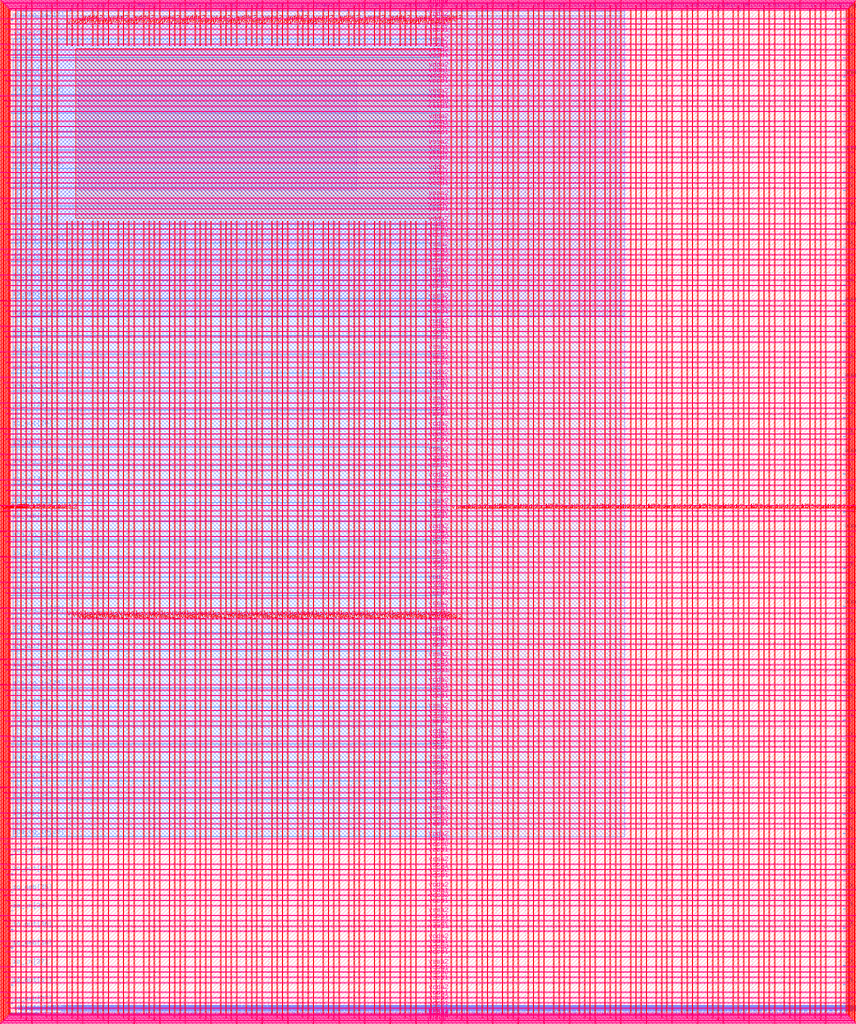
<source format=lef>
VERSION 5.7 ;
  NOWIREEXTENSIONATPIN ON ;
  DIVIDERCHAR "/" ;
  BUSBITCHARS "[]" ;
MACRO user_project_wrapper
  CLASS BLOCK ;
  FOREIGN user_project_wrapper ;
  ORIGIN 0.000 0.000 ;
  SIZE 2920.000 BY 3520.000 ;
  PIN analog_io[0]
    DIRECTION INOUT ;
    USE SIGNAL ;
    PORT
      LAYER met3 ;
        RECT 2917.600 1426.380 2924.800 1427.580 ;
    END
  END analog_io[0]
  PIN analog_io[10]
    DIRECTION INOUT ;
    USE SIGNAL ;
    PORT
      LAYER met2 ;
        RECT 2230.490 3517.600 2231.050 3524.800 ;
    END
  END analog_io[10]
  PIN analog_io[11]
    DIRECTION INOUT ;
    USE SIGNAL ;
    PORT
      LAYER met2 ;
        RECT 1905.730 3517.600 1906.290 3524.800 ;
    END
  END analog_io[11]
  PIN analog_io[12]
    DIRECTION INOUT ;
    USE SIGNAL ;
    PORT
      LAYER met2 ;
        RECT 1581.430 3517.600 1581.990 3524.800 ;
    END
  END analog_io[12]
  PIN analog_io[13]
    DIRECTION INOUT ;
    USE SIGNAL ;
    PORT
      LAYER met2 ;
        RECT 1257.130 3517.600 1257.690 3524.800 ;
    END
  END analog_io[13]
  PIN analog_io[14]
    DIRECTION INOUT ;
    USE SIGNAL ;
    PORT
      LAYER met2 ;
        RECT 932.370 3517.600 932.930 3524.800 ;
    END
  END analog_io[14]
  PIN analog_io[15]
    DIRECTION INOUT ;
    USE SIGNAL ;
    PORT
      LAYER met2 ;
        RECT 608.070 3517.600 608.630 3524.800 ;
    END
  END analog_io[15]
  PIN analog_io[16]
    DIRECTION INOUT ;
    USE SIGNAL ;
    PORT
      LAYER met2 ;
        RECT 283.770 3517.600 284.330 3524.800 ;
    END
  END analog_io[16]
  PIN analog_io[17]
    DIRECTION INOUT ;
    USE SIGNAL ;
    PORT
      LAYER met3 ;
        RECT -4.800 3486.100 2.400 3487.300 ;
    END
  END analog_io[17]
  PIN analog_io[18]
    DIRECTION INOUT ;
    USE SIGNAL ;
    PORT
      LAYER met3 ;
        RECT -4.800 3224.980 2.400 3226.180 ;
    END
  END analog_io[18]
  PIN analog_io[19]
    DIRECTION INOUT ;
    USE SIGNAL ;
    PORT
      LAYER met3 ;
        RECT -4.800 2964.540 2.400 2965.740 ;
    END
  END analog_io[19]
  PIN analog_io[1]
    DIRECTION INOUT ;
    USE SIGNAL ;
    PORT
      LAYER met3 ;
        RECT 2917.600 1692.260 2924.800 1693.460 ;
    END
  END analog_io[1]
  PIN analog_io[20]
    DIRECTION INOUT ;
    USE SIGNAL ;
    PORT
      LAYER met3 ;
        RECT -4.800 2703.420 2.400 2704.620 ;
    END
  END analog_io[20]
  PIN analog_io[21]
    DIRECTION INOUT ;
    USE SIGNAL ;
    PORT
      LAYER met3 ;
        RECT -4.800 2442.980 2.400 2444.180 ;
    END
  END analog_io[21]
  PIN analog_io[22]
    DIRECTION INOUT ;
    USE SIGNAL ;
    PORT
      LAYER met3 ;
        RECT -4.800 2182.540 2.400 2183.740 ;
    END
  END analog_io[22]
  PIN analog_io[23]
    DIRECTION INOUT ;
    USE SIGNAL ;
    PORT
      LAYER met3 ;
        RECT -4.800 1921.420 2.400 1922.620 ;
    END
  END analog_io[23]
  PIN analog_io[24]
    DIRECTION INOUT ;
    USE SIGNAL ;
    PORT
      LAYER met3 ;
        RECT -4.800 1660.980 2.400 1662.180 ;
    END
  END analog_io[24]
  PIN analog_io[25]
    DIRECTION INOUT ;
    USE SIGNAL ;
    PORT
      LAYER met3 ;
        RECT -4.800 1399.860 2.400 1401.060 ;
    END
  END analog_io[25]
  PIN analog_io[26]
    DIRECTION INOUT ;
    USE SIGNAL ;
    PORT
      LAYER met3 ;
        RECT -4.800 1139.420 2.400 1140.620 ;
    END
  END analog_io[26]
  PIN analog_io[27]
    DIRECTION INOUT ;
    USE SIGNAL ;
    PORT
      LAYER met3 ;
        RECT -4.800 878.980 2.400 880.180 ;
    END
  END analog_io[27]
  PIN analog_io[28]
    DIRECTION INOUT ;
    USE SIGNAL ;
    PORT
      LAYER met3 ;
        RECT -4.800 617.860 2.400 619.060 ;
    END
  END analog_io[28]
  PIN analog_io[2]
    DIRECTION INOUT ;
    USE SIGNAL ;
    PORT
      LAYER met3 ;
        RECT 2917.600 1958.140 2924.800 1959.340 ;
    END
  END analog_io[2]
  PIN analog_io[3]
    DIRECTION INOUT ;
    USE SIGNAL ;
    PORT
      LAYER met3 ;
        RECT 2917.600 2223.340 2924.800 2224.540 ;
    END
  END analog_io[3]
  PIN analog_io[4]
    DIRECTION INOUT ;
    USE SIGNAL ;
    PORT
      LAYER met3 ;
        RECT 2917.600 2489.220 2924.800 2490.420 ;
    END
  END analog_io[4]
  PIN analog_io[5]
    DIRECTION INOUT ;
    USE SIGNAL ;
    PORT
      LAYER met3 ;
        RECT 2917.600 2755.100 2924.800 2756.300 ;
    END
  END analog_io[5]
  PIN analog_io[6]
    DIRECTION INOUT ;
    USE SIGNAL ;
    PORT
      LAYER met3 ;
        RECT 2917.600 3020.300 2924.800 3021.500 ;
    END
  END analog_io[6]
  PIN analog_io[7]
    DIRECTION INOUT ;
    USE SIGNAL ;
    PORT
      LAYER met3 ;
        RECT 2917.600 3286.180 2924.800 3287.380 ;
    END
  END analog_io[7]
  PIN analog_io[8]
    DIRECTION INOUT ;
    USE SIGNAL ;
    PORT
      LAYER met2 ;
        RECT 2879.090 3517.600 2879.650 3524.800 ;
    END
  END analog_io[8]
  PIN analog_io[9]
    DIRECTION INOUT ;
    USE SIGNAL ;
    PORT
      LAYER met2 ;
        RECT 2554.790 3517.600 2555.350 3524.800 ;
    END
  END analog_io[9]
  PIN io_in[0]
    DIRECTION INPUT ;
    USE SIGNAL ;
    PORT
      LAYER met3 ;
        RECT 2917.600 32.380 2924.800 33.580 ;
    END
  END io_in[0]
  PIN io_in[10]
    DIRECTION INPUT ;
    USE SIGNAL ;
    PORT
      LAYER met3 ;
        RECT 2917.600 2289.980 2924.800 2291.180 ;
    END
  END io_in[10]
  PIN io_in[11]
    DIRECTION INPUT ;
    USE SIGNAL ;
    PORT
      LAYER met3 ;
        RECT 2917.600 2555.860 2924.800 2557.060 ;
    END
  END io_in[11]
  PIN io_in[12]
    DIRECTION INPUT ;
    USE SIGNAL ;
    PORT
      LAYER met3 ;
        RECT 2917.600 2821.060 2924.800 2822.260 ;
    END
  END io_in[12]
  PIN io_in[13]
    DIRECTION INPUT ;
    USE SIGNAL ;
    PORT
      LAYER met3 ;
        RECT 2917.600 3086.940 2924.800 3088.140 ;
    END
  END io_in[13]
  PIN io_in[14]
    DIRECTION INPUT ;
    USE SIGNAL ;
    PORT
      LAYER met3 ;
        RECT 2917.600 3352.820 2924.800 3354.020 ;
    END
  END io_in[14]
  PIN io_in[15]
    DIRECTION INPUT ;
    USE SIGNAL ;
    PORT
      LAYER met2 ;
        RECT 2798.130 3517.600 2798.690 3524.800 ;
    END
  END io_in[15]
  PIN io_in[16]
    DIRECTION INPUT ;
    USE SIGNAL ;
    PORT
      LAYER met2 ;
        RECT 2473.830 3517.600 2474.390 3524.800 ;
    END
  END io_in[16]
  PIN io_in[17]
    DIRECTION INPUT ;
    USE SIGNAL ;
    PORT
      LAYER met2 ;
        RECT 2149.070 3517.600 2149.630 3524.800 ;
    END
  END io_in[17]
  PIN io_in[18]
    DIRECTION INPUT ;
    USE SIGNAL ;
    PORT
      LAYER met2 ;
        RECT 1824.770 3517.600 1825.330 3524.800 ;
    END
  END io_in[18]
  PIN io_in[19]
    DIRECTION INPUT ;
    USE SIGNAL ;
    PORT
      LAYER met2 ;
        RECT 1500.470 3517.600 1501.030 3524.800 ;
    END
  END io_in[19]
  PIN io_in[1]
    DIRECTION INPUT ;
    USE SIGNAL ;
    PORT
      LAYER met3 ;
        RECT 2917.600 230.940 2924.800 232.140 ;
    END
  END io_in[1]
  PIN io_in[20]
    DIRECTION INPUT ;
    USE SIGNAL ;
    PORT
      LAYER met2 ;
        RECT 1175.710 3517.600 1176.270 3524.800 ;
    END
  END io_in[20]
  PIN io_in[21]
    DIRECTION INPUT ;
    USE SIGNAL ;
    PORT
      LAYER met2 ;
        RECT 851.410 3517.600 851.970 3524.800 ;
    END
  END io_in[21]
  PIN io_in[22]
    DIRECTION INPUT ;
    USE SIGNAL ;
    PORT
      LAYER met2 ;
        RECT 527.110 3517.600 527.670 3524.800 ;
    END
  END io_in[22]
  PIN io_in[23]
    DIRECTION INPUT ;
    USE SIGNAL ;
    PORT
      LAYER met2 ;
        RECT 202.350 3517.600 202.910 3524.800 ;
    END
  END io_in[23]
  PIN io_in[24]
    DIRECTION INPUT ;
    USE SIGNAL ;
    PORT
      LAYER met3 ;
        RECT -4.800 3420.820 2.400 3422.020 ;
    END
  END io_in[24]
  PIN io_in[25]
    DIRECTION INPUT ;
    USE SIGNAL ;
    PORT
      LAYER met3 ;
        RECT -4.800 3159.700 2.400 3160.900 ;
    END
  END io_in[25]
  PIN io_in[26]
    DIRECTION INPUT ;
    USE SIGNAL ;
    PORT
      LAYER met3 ;
        RECT -4.800 2899.260 2.400 2900.460 ;
    END
  END io_in[26]
  PIN io_in[27]
    DIRECTION INPUT ;
    USE SIGNAL ;
    PORT
      LAYER met3 ;
        RECT -4.800 2638.820 2.400 2640.020 ;
    END
  END io_in[27]
  PIN io_in[28]
    DIRECTION INPUT ;
    USE SIGNAL ;
    PORT
      LAYER met3 ;
        RECT -4.800 2377.700 2.400 2378.900 ;
    END
  END io_in[28]
  PIN io_in[29]
    DIRECTION INPUT ;
    USE SIGNAL ;
    PORT
      LAYER met3 ;
        RECT -4.800 2117.260 2.400 2118.460 ;
    END
  END io_in[29]
  PIN io_in[2]
    DIRECTION INPUT ;
    USE SIGNAL ;
    PORT
      LAYER met3 ;
        RECT 2917.600 430.180 2924.800 431.380 ;
    END
  END io_in[2]
  PIN io_in[30]
    DIRECTION INPUT ;
    USE SIGNAL ;
    PORT
      LAYER met3 ;
        RECT -4.800 1856.140 2.400 1857.340 ;
    END
  END io_in[30]
  PIN io_in[31]
    DIRECTION INPUT ;
    USE SIGNAL ;
    PORT
      LAYER met3 ;
        RECT -4.800 1595.700 2.400 1596.900 ;
    END
  END io_in[31]
  PIN io_in[32]
    DIRECTION INPUT ;
    USE SIGNAL ;
    PORT
      LAYER met3 ;
        RECT -4.800 1335.260 2.400 1336.460 ;
    END
  END io_in[32]
  PIN io_in[33]
    DIRECTION INPUT ;
    USE SIGNAL ;
    PORT
      LAYER met3 ;
        RECT -4.800 1074.140 2.400 1075.340 ;
    END
  END io_in[33]
  PIN io_in[34]
    DIRECTION INPUT ;
    USE SIGNAL ;
    PORT
      LAYER met3 ;
        RECT -4.800 813.700 2.400 814.900 ;
    END
  END io_in[34]
  PIN io_in[35]
    DIRECTION INPUT ;
    USE SIGNAL ;
    PORT
      LAYER met3 ;
        RECT -4.800 552.580 2.400 553.780 ;
    END
  END io_in[35]
  PIN io_in[36]
    DIRECTION INPUT ;
    USE SIGNAL ;
    PORT
      LAYER met3 ;
        RECT -4.800 357.420 2.400 358.620 ;
    END
  END io_in[36]
  PIN io_in[37]
    DIRECTION INPUT ;
    USE SIGNAL ;
    PORT
      LAYER met3 ;
        RECT -4.800 161.580 2.400 162.780 ;
    END
  END io_in[37]
  PIN io_in[3]
    DIRECTION INPUT ;
    USE SIGNAL ;
    PORT
      LAYER met3 ;
        RECT 2917.600 629.420 2924.800 630.620 ;
    END
  END io_in[3]
  PIN io_in[4]
    DIRECTION INPUT ;
    USE SIGNAL ;
    PORT
      LAYER met3 ;
        RECT 2917.600 828.660 2924.800 829.860 ;
    END
  END io_in[4]
  PIN io_in[5]
    DIRECTION INPUT ;
    USE SIGNAL ;
    PORT
      LAYER met3 ;
        RECT 2917.600 1027.900 2924.800 1029.100 ;
    END
  END io_in[5]
  PIN io_in[6]
    DIRECTION INPUT ;
    USE SIGNAL ;
    PORT
      LAYER met3 ;
        RECT 2917.600 1227.140 2924.800 1228.340 ;
    END
  END io_in[6]
  PIN io_in[7]
    DIRECTION INPUT ;
    USE SIGNAL ;
    PORT
      LAYER met3 ;
        RECT 2917.600 1493.020 2924.800 1494.220 ;
    END
  END io_in[7]
  PIN io_in[8]
    DIRECTION INPUT ;
    USE SIGNAL ;
    PORT
      LAYER met3 ;
        RECT 2917.600 1758.900 2924.800 1760.100 ;
    END
  END io_in[8]
  PIN io_in[9]
    DIRECTION INPUT ;
    USE SIGNAL ;
    PORT
      LAYER met3 ;
        RECT 2917.600 2024.100 2924.800 2025.300 ;
    END
  END io_in[9]
  PIN io_oeb[0]
    DIRECTION OUTPUT TRISTATE ;
    USE SIGNAL ;
    PORT
      LAYER met3 ;
        RECT 2917.600 164.980 2924.800 166.180 ;
    END
  END io_oeb[0]
  PIN io_oeb[10]
    DIRECTION OUTPUT TRISTATE ;
    USE SIGNAL ;
    PORT
      LAYER met3 ;
        RECT 2917.600 2422.580 2924.800 2423.780 ;
    END
  END io_oeb[10]
  PIN io_oeb[11]
    DIRECTION OUTPUT TRISTATE ;
    USE SIGNAL ;
    PORT
      LAYER met3 ;
        RECT 2917.600 2688.460 2924.800 2689.660 ;
    END
  END io_oeb[11]
  PIN io_oeb[12]
    DIRECTION OUTPUT TRISTATE ;
    USE SIGNAL ;
    PORT
      LAYER met3 ;
        RECT 2917.600 2954.340 2924.800 2955.540 ;
    END
  END io_oeb[12]
  PIN io_oeb[13]
    DIRECTION OUTPUT TRISTATE ;
    USE SIGNAL ;
    PORT
      LAYER met3 ;
        RECT 2917.600 3219.540 2924.800 3220.740 ;
    END
  END io_oeb[13]
  PIN io_oeb[14]
    DIRECTION OUTPUT TRISTATE ;
    USE SIGNAL ;
    PORT
      LAYER met3 ;
        RECT 2917.600 3485.420 2924.800 3486.620 ;
    END
  END io_oeb[14]
  PIN io_oeb[15]
    DIRECTION OUTPUT TRISTATE ;
    USE SIGNAL ;
    PORT
      LAYER met2 ;
        RECT 2635.750 3517.600 2636.310 3524.800 ;
    END
  END io_oeb[15]
  PIN io_oeb[16]
    DIRECTION OUTPUT TRISTATE ;
    USE SIGNAL ;
    PORT
      LAYER met2 ;
        RECT 2311.450 3517.600 2312.010 3524.800 ;
    END
  END io_oeb[16]
  PIN io_oeb[17]
    DIRECTION OUTPUT TRISTATE ;
    USE SIGNAL ;
    PORT
      LAYER met2 ;
        RECT 1987.150 3517.600 1987.710 3524.800 ;
    END
  END io_oeb[17]
  PIN io_oeb[18]
    DIRECTION OUTPUT TRISTATE ;
    USE SIGNAL ;
    PORT
      LAYER met2 ;
        RECT 1662.390 3517.600 1662.950 3524.800 ;
    END
  END io_oeb[18]
  PIN io_oeb[19]
    DIRECTION OUTPUT TRISTATE ;
    USE SIGNAL ;
    PORT
      LAYER met2 ;
        RECT 1338.090 3517.600 1338.650 3524.800 ;
    END
  END io_oeb[19]
  PIN io_oeb[1]
    DIRECTION OUTPUT TRISTATE ;
    USE SIGNAL ;
    PORT
      LAYER met3 ;
        RECT 2917.600 364.220 2924.800 365.420 ;
    END
  END io_oeb[1]
  PIN io_oeb[20]
    DIRECTION OUTPUT TRISTATE ;
    USE SIGNAL ;
    PORT
      LAYER met2 ;
        RECT 1013.790 3517.600 1014.350 3524.800 ;
    END
  END io_oeb[20]
  PIN io_oeb[21]
    DIRECTION OUTPUT TRISTATE ;
    USE SIGNAL ;
    PORT
      LAYER met2 ;
        RECT 689.030 3517.600 689.590 3524.800 ;
    END
  END io_oeb[21]
  PIN io_oeb[22]
    DIRECTION OUTPUT TRISTATE ;
    USE SIGNAL ;
    PORT
      LAYER met2 ;
        RECT 364.730 3517.600 365.290 3524.800 ;
    END
  END io_oeb[22]
  PIN io_oeb[23]
    DIRECTION OUTPUT TRISTATE ;
    USE SIGNAL ;
    PORT
      LAYER met2 ;
        RECT 40.430 3517.600 40.990 3524.800 ;
    END
  END io_oeb[23]
  PIN io_oeb[24]
    DIRECTION OUTPUT TRISTATE ;
    USE SIGNAL ;
    PORT
      LAYER met3 ;
        RECT -4.800 3290.260 2.400 3291.460 ;
    END
  END io_oeb[24]
  PIN io_oeb[25]
    DIRECTION OUTPUT TRISTATE ;
    USE SIGNAL ;
    PORT
      LAYER met3 ;
        RECT -4.800 3029.820 2.400 3031.020 ;
    END
  END io_oeb[25]
  PIN io_oeb[26]
    DIRECTION OUTPUT TRISTATE ;
    USE SIGNAL ;
    PORT
      LAYER met3 ;
        RECT -4.800 2768.700 2.400 2769.900 ;
    END
  END io_oeb[26]
  PIN io_oeb[27]
    DIRECTION OUTPUT TRISTATE ;
    USE SIGNAL ;
    PORT
      LAYER met3 ;
        RECT -4.800 2508.260 2.400 2509.460 ;
    END
  END io_oeb[27]
  PIN io_oeb[28]
    DIRECTION OUTPUT TRISTATE ;
    USE SIGNAL ;
    PORT
      LAYER met3 ;
        RECT -4.800 2247.140 2.400 2248.340 ;
    END
  END io_oeb[28]
  PIN io_oeb[29]
    DIRECTION OUTPUT TRISTATE ;
    USE SIGNAL ;
    PORT
      LAYER met3 ;
        RECT -4.800 1986.700 2.400 1987.900 ;
    END
  END io_oeb[29]
  PIN io_oeb[2]
    DIRECTION OUTPUT TRISTATE ;
    USE SIGNAL ;
    PORT
      LAYER met3 ;
        RECT 2917.600 563.460 2924.800 564.660 ;
    END
  END io_oeb[2]
  PIN io_oeb[30]
    DIRECTION OUTPUT TRISTATE ;
    USE SIGNAL ;
    PORT
      LAYER met3 ;
        RECT -4.800 1726.260 2.400 1727.460 ;
    END
  END io_oeb[30]
  PIN io_oeb[31]
    DIRECTION OUTPUT TRISTATE ;
    USE SIGNAL ;
    PORT
      LAYER met3 ;
        RECT -4.800 1465.140 2.400 1466.340 ;
    END
  END io_oeb[31]
  PIN io_oeb[32]
    DIRECTION OUTPUT TRISTATE ;
    USE SIGNAL ;
    PORT
      LAYER met3 ;
        RECT -4.800 1204.700 2.400 1205.900 ;
    END
  END io_oeb[32]
  PIN io_oeb[33]
    DIRECTION OUTPUT TRISTATE ;
    USE SIGNAL ;
    PORT
      LAYER met3 ;
        RECT -4.800 943.580 2.400 944.780 ;
    END
  END io_oeb[33]
  PIN io_oeb[34]
    DIRECTION OUTPUT TRISTATE ;
    USE SIGNAL ;
    PORT
      LAYER met3 ;
        RECT -4.800 683.140 2.400 684.340 ;
    END
  END io_oeb[34]
  PIN io_oeb[35]
    DIRECTION OUTPUT TRISTATE ;
    USE SIGNAL ;
    PORT
      LAYER met3 ;
        RECT -4.800 422.700 2.400 423.900 ;
    END
  END io_oeb[35]
  PIN io_oeb[36]
    DIRECTION OUTPUT TRISTATE ;
    USE SIGNAL ;
    PORT
      LAYER met3 ;
        RECT -4.800 226.860 2.400 228.060 ;
    END
  END io_oeb[36]
  PIN io_oeb[37]
    DIRECTION OUTPUT TRISTATE ;
    USE SIGNAL ;
    PORT
      LAYER met3 ;
        RECT -4.800 31.700 2.400 32.900 ;
    END
  END io_oeb[37]
  PIN io_oeb[3]
    DIRECTION OUTPUT TRISTATE ;
    USE SIGNAL ;
    PORT
      LAYER met3 ;
        RECT 2917.600 762.700 2924.800 763.900 ;
    END
  END io_oeb[3]
  PIN io_oeb[4]
    DIRECTION OUTPUT TRISTATE ;
    USE SIGNAL ;
    PORT
      LAYER met3 ;
        RECT 2917.600 961.940 2924.800 963.140 ;
    END
  END io_oeb[4]
  PIN io_oeb[5]
    DIRECTION OUTPUT TRISTATE ;
    USE SIGNAL ;
    PORT
      LAYER met3 ;
        RECT 2917.600 1161.180 2924.800 1162.380 ;
    END
  END io_oeb[5]
  PIN io_oeb[6]
    DIRECTION OUTPUT TRISTATE ;
    USE SIGNAL ;
    PORT
      LAYER met3 ;
        RECT 2917.600 1360.420 2924.800 1361.620 ;
    END
  END io_oeb[6]
  PIN io_oeb[7]
    DIRECTION OUTPUT TRISTATE ;
    USE SIGNAL ;
    PORT
      LAYER met3 ;
        RECT 2917.600 1625.620 2924.800 1626.820 ;
    END
  END io_oeb[7]
  PIN io_oeb[8]
    DIRECTION OUTPUT TRISTATE ;
    USE SIGNAL ;
    PORT
      LAYER met3 ;
        RECT 2917.600 1891.500 2924.800 1892.700 ;
    END
  END io_oeb[8]
  PIN io_oeb[9]
    DIRECTION OUTPUT TRISTATE ;
    USE SIGNAL ;
    PORT
      LAYER met3 ;
        RECT 2917.600 2157.380 2924.800 2158.580 ;
    END
  END io_oeb[9]
  PIN io_out[0]
    DIRECTION OUTPUT TRISTATE ;
    USE SIGNAL ;
    PORT
      LAYER met3 ;
        RECT 2917.600 98.340 2924.800 99.540 ;
    END
  END io_out[0]
  PIN io_out[10]
    DIRECTION OUTPUT TRISTATE ;
    USE SIGNAL ;
    PORT
      LAYER met3 ;
        RECT 2917.600 2356.620 2924.800 2357.820 ;
    END
  END io_out[10]
  PIN io_out[11]
    DIRECTION OUTPUT TRISTATE ;
    USE SIGNAL ;
    PORT
      LAYER met3 ;
        RECT 2917.600 2621.820 2924.800 2623.020 ;
    END
  END io_out[11]
  PIN io_out[12]
    DIRECTION OUTPUT TRISTATE ;
    USE SIGNAL ;
    PORT
      LAYER met3 ;
        RECT 2917.600 2887.700 2924.800 2888.900 ;
    END
  END io_out[12]
  PIN io_out[13]
    DIRECTION OUTPUT TRISTATE ;
    USE SIGNAL ;
    PORT
      LAYER met3 ;
        RECT 2917.600 3153.580 2924.800 3154.780 ;
    END
  END io_out[13]
  PIN io_out[14]
    DIRECTION OUTPUT TRISTATE ;
    USE SIGNAL ;
    PORT
      LAYER met3 ;
        RECT 2917.600 3418.780 2924.800 3419.980 ;
    END
  END io_out[14]
  PIN io_out[15]
    DIRECTION OUTPUT TRISTATE ;
    USE SIGNAL ;
    PORT
      LAYER met2 ;
        RECT 2717.170 3517.600 2717.730 3524.800 ;
    END
  END io_out[15]
  PIN io_out[16]
    DIRECTION OUTPUT TRISTATE ;
    USE SIGNAL ;
    PORT
      LAYER met2 ;
        RECT 2392.410 3517.600 2392.970 3524.800 ;
    END
  END io_out[16]
  PIN io_out[17]
    DIRECTION OUTPUT TRISTATE ;
    USE SIGNAL ;
    PORT
      LAYER met2 ;
        RECT 2068.110 3517.600 2068.670 3524.800 ;
    END
  END io_out[17]
  PIN io_out[18]
    DIRECTION OUTPUT TRISTATE ;
    USE SIGNAL ;
    PORT
      LAYER met2 ;
        RECT 1743.810 3517.600 1744.370 3524.800 ;
    END
  END io_out[18]
  PIN io_out[19]
    DIRECTION OUTPUT TRISTATE ;
    USE SIGNAL ;
    PORT
      LAYER met2 ;
        RECT 1419.050 3517.600 1419.610 3524.800 ;
    END
  END io_out[19]
  PIN io_out[1]
    DIRECTION OUTPUT TRISTATE ;
    USE SIGNAL ;
    PORT
      LAYER met3 ;
        RECT 2917.600 297.580 2924.800 298.780 ;
    END
  END io_out[1]
  PIN io_out[20]
    DIRECTION OUTPUT TRISTATE ;
    USE SIGNAL ;
    PORT
      LAYER met2 ;
        RECT 1094.750 3517.600 1095.310 3524.800 ;
    END
  END io_out[20]
  PIN io_out[21]
    DIRECTION OUTPUT TRISTATE ;
    USE SIGNAL ;
    PORT
      LAYER met2 ;
        RECT 770.450 3517.600 771.010 3524.800 ;
    END
  END io_out[21]
  PIN io_out[22]
    DIRECTION OUTPUT TRISTATE ;
    USE SIGNAL ;
    PORT
      LAYER met2 ;
        RECT 445.690 3517.600 446.250 3524.800 ;
    END
  END io_out[22]
  PIN io_out[23]
    DIRECTION OUTPUT TRISTATE ;
    USE SIGNAL ;
    PORT
      LAYER met2 ;
        RECT 121.390 3517.600 121.950 3524.800 ;
    END
  END io_out[23]
  PIN io_out[24]
    DIRECTION OUTPUT TRISTATE ;
    USE SIGNAL ;
    PORT
      LAYER met3 ;
        RECT -4.800 3355.540 2.400 3356.740 ;
    END
  END io_out[24]
  PIN io_out[25]
    DIRECTION OUTPUT TRISTATE ;
    USE SIGNAL ;
    PORT
      LAYER met3 ;
        RECT -4.800 3095.100 2.400 3096.300 ;
    END
  END io_out[25]
  PIN io_out[26]
    DIRECTION OUTPUT TRISTATE ;
    USE SIGNAL ;
    PORT
      LAYER met3 ;
        RECT -4.800 2833.980 2.400 2835.180 ;
    END
  END io_out[26]
  PIN io_out[27]
    DIRECTION OUTPUT TRISTATE ;
    USE SIGNAL ;
    PORT
      LAYER met3 ;
        RECT -4.800 2573.540 2.400 2574.740 ;
    END
  END io_out[27]
  PIN io_out[28]
    DIRECTION OUTPUT TRISTATE ;
    USE SIGNAL ;
    PORT
      LAYER met3 ;
        RECT -4.800 2312.420 2.400 2313.620 ;
    END
  END io_out[28]
  PIN io_out[29]
    DIRECTION OUTPUT TRISTATE ;
    USE SIGNAL ;
    PORT
      LAYER met3 ;
        RECT -4.800 2051.980 2.400 2053.180 ;
    END
  END io_out[29]
  PIN io_out[2]
    DIRECTION OUTPUT TRISTATE ;
    USE SIGNAL ;
    PORT
      LAYER met3 ;
        RECT 2917.600 496.820 2924.800 498.020 ;
    END
  END io_out[2]
  PIN io_out[30]
    DIRECTION OUTPUT TRISTATE ;
    USE SIGNAL ;
    PORT
      LAYER met3 ;
        RECT -4.800 1791.540 2.400 1792.740 ;
    END
  END io_out[30]
  PIN io_out[31]
    DIRECTION OUTPUT TRISTATE ;
    USE SIGNAL ;
    PORT
      LAYER met3 ;
        RECT -4.800 1530.420 2.400 1531.620 ;
    END
  END io_out[31]
  PIN io_out[32]
    DIRECTION OUTPUT TRISTATE ;
    USE SIGNAL ;
    PORT
      LAYER met3 ;
        RECT -4.800 1269.980 2.400 1271.180 ;
    END
  END io_out[32]
  PIN io_out[33]
    DIRECTION OUTPUT TRISTATE ;
    USE SIGNAL ;
    PORT
      LAYER met3 ;
        RECT -4.800 1008.860 2.400 1010.060 ;
    END
  END io_out[33]
  PIN io_out[34]
    DIRECTION OUTPUT TRISTATE ;
    USE SIGNAL ;
    PORT
      LAYER met3 ;
        RECT -4.800 748.420 2.400 749.620 ;
    END
  END io_out[34]
  PIN io_out[35]
    DIRECTION OUTPUT TRISTATE ;
    USE SIGNAL ;
    PORT
      LAYER met3 ;
        RECT -4.800 487.300 2.400 488.500 ;
    END
  END io_out[35]
  PIN io_out[36]
    DIRECTION OUTPUT TRISTATE ;
    USE SIGNAL ;
    PORT
      LAYER met3 ;
        RECT -4.800 292.140 2.400 293.340 ;
    END
  END io_out[36]
  PIN io_out[37]
    DIRECTION OUTPUT TRISTATE ;
    USE SIGNAL ;
    PORT
      LAYER met3 ;
        RECT -4.800 96.300 2.400 97.500 ;
    END
  END io_out[37]
  PIN io_out[3]
    DIRECTION OUTPUT TRISTATE ;
    USE SIGNAL ;
    PORT
      LAYER met3 ;
        RECT 2917.600 696.060 2924.800 697.260 ;
    END
  END io_out[3]
  PIN io_out[4]
    DIRECTION OUTPUT TRISTATE ;
    USE SIGNAL ;
    PORT
      LAYER met3 ;
        RECT 2917.600 895.300 2924.800 896.500 ;
    END
  END io_out[4]
  PIN io_out[5]
    DIRECTION OUTPUT TRISTATE ;
    USE SIGNAL ;
    PORT
      LAYER met3 ;
        RECT 2917.600 1094.540 2924.800 1095.740 ;
    END
  END io_out[5]
  PIN io_out[6]
    DIRECTION OUTPUT TRISTATE ;
    USE SIGNAL ;
    PORT
      LAYER met3 ;
        RECT 2917.600 1293.780 2924.800 1294.980 ;
    END
  END io_out[6]
  PIN io_out[7]
    DIRECTION OUTPUT TRISTATE ;
    USE SIGNAL ;
    PORT
      LAYER met3 ;
        RECT 2917.600 1559.660 2924.800 1560.860 ;
    END
  END io_out[7]
  PIN io_out[8]
    DIRECTION OUTPUT TRISTATE ;
    USE SIGNAL ;
    PORT
      LAYER met3 ;
        RECT 2917.600 1824.860 2924.800 1826.060 ;
    END
  END io_out[8]
  PIN io_out[9]
    DIRECTION OUTPUT TRISTATE ;
    USE SIGNAL ;
    PORT
      LAYER met3 ;
        RECT 2917.600 2090.740 2924.800 2091.940 ;
    END
  END io_out[9]
  PIN la_data_in[0]
    DIRECTION INPUT ;
    USE SIGNAL ;
    PORT
      LAYER met2 ;
        RECT 629.230 -4.800 629.790 2.400 ;
    END
  END la_data_in[0]
  PIN la_data_in[100]
    DIRECTION INPUT ;
    USE SIGNAL ;
    PORT
      LAYER met2 ;
        RECT 2402.530 -4.800 2403.090 2.400 ;
    END
  END la_data_in[100]
  PIN la_data_in[101]
    DIRECTION INPUT ;
    USE SIGNAL ;
    PORT
      LAYER met2 ;
        RECT 2420.010 -4.800 2420.570 2.400 ;
    END
  END la_data_in[101]
  PIN la_data_in[102]
    DIRECTION INPUT ;
    USE SIGNAL ;
    PORT
      LAYER met2 ;
        RECT 2437.950 -4.800 2438.510 2.400 ;
    END
  END la_data_in[102]
  PIN la_data_in[103]
    DIRECTION INPUT ;
    USE SIGNAL ;
    PORT
      LAYER met2 ;
        RECT 2455.430 -4.800 2455.990 2.400 ;
    END
  END la_data_in[103]
  PIN la_data_in[104]
    DIRECTION INPUT ;
    USE SIGNAL ;
    PORT
      LAYER met2 ;
        RECT 2473.370 -4.800 2473.930 2.400 ;
    END
  END la_data_in[104]
  PIN la_data_in[105]
    DIRECTION INPUT ;
    USE SIGNAL ;
    PORT
      LAYER met2 ;
        RECT 2490.850 -4.800 2491.410 2.400 ;
    END
  END la_data_in[105]
  PIN la_data_in[106]
    DIRECTION INPUT ;
    USE SIGNAL ;
    PORT
      LAYER met2 ;
        RECT 2508.790 -4.800 2509.350 2.400 ;
    END
  END la_data_in[106]
  PIN la_data_in[107]
    DIRECTION INPUT ;
    USE SIGNAL ;
    PORT
      LAYER met2 ;
        RECT 2526.730 -4.800 2527.290 2.400 ;
    END
  END la_data_in[107]
  PIN la_data_in[108]
    DIRECTION INPUT ;
    USE SIGNAL ;
    PORT
      LAYER met2 ;
        RECT 2544.210 -4.800 2544.770 2.400 ;
    END
  END la_data_in[108]
  PIN la_data_in[109]
    DIRECTION INPUT ;
    USE SIGNAL ;
    PORT
      LAYER met2 ;
        RECT 2562.150 -4.800 2562.710 2.400 ;
    END
  END la_data_in[109]
  PIN la_data_in[10]
    DIRECTION INPUT ;
    USE SIGNAL ;
    PORT
      LAYER met2 ;
        RECT 806.330 -4.800 806.890 2.400 ;
    END
  END la_data_in[10]
  PIN la_data_in[110]
    DIRECTION INPUT ;
    USE SIGNAL ;
    PORT
      LAYER met2 ;
        RECT 2579.630 -4.800 2580.190 2.400 ;
    END
  END la_data_in[110]
  PIN la_data_in[111]
    DIRECTION INPUT ;
    USE SIGNAL ;
    PORT
      LAYER met2 ;
        RECT 2597.570 -4.800 2598.130 2.400 ;
    END
  END la_data_in[111]
  PIN la_data_in[112]
    DIRECTION INPUT ;
    USE SIGNAL ;
    PORT
      LAYER met2 ;
        RECT 2615.050 -4.800 2615.610 2.400 ;
    END
  END la_data_in[112]
  PIN la_data_in[113]
    DIRECTION INPUT ;
    USE SIGNAL ;
    PORT
      LAYER met2 ;
        RECT 2632.990 -4.800 2633.550 2.400 ;
    END
  END la_data_in[113]
  PIN la_data_in[114]
    DIRECTION INPUT ;
    USE SIGNAL ;
    PORT
      LAYER met2 ;
        RECT 2650.470 -4.800 2651.030 2.400 ;
    END
  END la_data_in[114]
  PIN la_data_in[115]
    DIRECTION INPUT ;
    USE SIGNAL ;
    PORT
      LAYER met2 ;
        RECT 2668.410 -4.800 2668.970 2.400 ;
    END
  END la_data_in[115]
  PIN la_data_in[116]
    DIRECTION INPUT ;
    USE SIGNAL ;
    PORT
      LAYER met2 ;
        RECT 2685.890 -4.800 2686.450 2.400 ;
    END
  END la_data_in[116]
  PIN la_data_in[117]
    DIRECTION INPUT ;
    USE SIGNAL ;
    PORT
      LAYER met2 ;
        RECT 2703.830 -4.800 2704.390 2.400 ;
    END
  END la_data_in[117]
  PIN la_data_in[118]
    DIRECTION INPUT ;
    USE SIGNAL ;
    PORT
      LAYER met2 ;
        RECT 2721.770 -4.800 2722.330 2.400 ;
    END
  END la_data_in[118]
  PIN la_data_in[119]
    DIRECTION INPUT ;
    USE SIGNAL ;
    PORT
      LAYER met2 ;
        RECT 2739.250 -4.800 2739.810 2.400 ;
    END
  END la_data_in[119]
  PIN la_data_in[11]
    DIRECTION INPUT ;
    USE SIGNAL ;
    PORT
      LAYER met2 ;
        RECT 824.270 -4.800 824.830 2.400 ;
    END
  END la_data_in[11]
  PIN la_data_in[120]
    DIRECTION INPUT ;
    USE SIGNAL ;
    PORT
      LAYER met2 ;
        RECT 2757.190 -4.800 2757.750 2.400 ;
    END
  END la_data_in[120]
  PIN la_data_in[121]
    DIRECTION INPUT ;
    USE SIGNAL ;
    PORT
      LAYER met2 ;
        RECT 2774.670 -4.800 2775.230 2.400 ;
    END
  END la_data_in[121]
  PIN la_data_in[122]
    DIRECTION INPUT ;
    USE SIGNAL ;
    PORT
      LAYER met2 ;
        RECT 2792.610 -4.800 2793.170 2.400 ;
    END
  END la_data_in[122]
  PIN la_data_in[123]
    DIRECTION INPUT ;
    USE SIGNAL ;
    PORT
      LAYER met2 ;
        RECT 2810.090 -4.800 2810.650 2.400 ;
    END
  END la_data_in[123]
  PIN la_data_in[124]
    DIRECTION INPUT ;
    USE SIGNAL ;
    PORT
      LAYER met2 ;
        RECT 2828.030 -4.800 2828.590 2.400 ;
    END
  END la_data_in[124]
  PIN la_data_in[125]
    DIRECTION INPUT ;
    USE SIGNAL ;
    PORT
      LAYER met2 ;
        RECT 2845.510 -4.800 2846.070 2.400 ;
    END
  END la_data_in[125]
  PIN la_data_in[126]
    DIRECTION INPUT ;
    USE SIGNAL ;
    PORT
      LAYER met2 ;
        RECT 2863.450 -4.800 2864.010 2.400 ;
    END
  END la_data_in[126]
  PIN la_data_in[127]
    DIRECTION INPUT ;
    USE SIGNAL ;
    PORT
      LAYER met2 ;
        RECT 2881.390 -4.800 2881.950 2.400 ;
    END
  END la_data_in[127]
  PIN la_data_in[12]
    DIRECTION INPUT ;
    USE SIGNAL ;
    PORT
      LAYER met2 ;
        RECT 841.750 -4.800 842.310 2.400 ;
    END
  END la_data_in[12]
  PIN la_data_in[13]
    DIRECTION INPUT ;
    USE SIGNAL ;
    PORT
      LAYER met2 ;
        RECT 859.690 -4.800 860.250 2.400 ;
    END
  END la_data_in[13]
  PIN la_data_in[14]
    DIRECTION INPUT ;
    USE SIGNAL ;
    PORT
      LAYER met2 ;
        RECT 877.170 -4.800 877.730 2.400 ;
    END
  END la_data_in[14]
  PIN la_data_in[15]
    DIRECTION INPUT ;
    USE SIGNAL ;
    PORT
      LAYER met2 ;
        RECT 895.110 -4.800 895.670 2.400 ;
    END
  END la_data_in[15]
  PIN la_data_in[16]
    DIRECTION INPUT ;
    USE SIGNAL ;
    PORT
      LAYER met2 ;
        RECT 912.590 -4.800 913.150 2.400 ;
    END
  END la_data_in[16]
  PIN la_data_in[17]
    DIRECTION INPUT ;
    USE SIGNAL ;
    PORT
      LAYER met2 ;
        RECT 930.530 -4.800 931.090 2.400 ;
    END
  END la_data_in[17]
  PIN la_data_in[18]
    DIRECTION INPUT ;
    USE SIGNAL ;
    PORT
      LAYER met2 ;
        RECT 948.470 -4.800 949.030 2.400 ;
    END
  END la_data_in[18]
  PIN la_data_in[19]
    DIRECTION INPUT ;
    USE SIGNAL ;
    PORT
      LAYER met2 ;
        RECT 965.950 -4.800 966.510 2.400 ;
    END
  END la_data_in[19]
  PIN la_data_in[1]
    DIRECTION INPUT ;
    USE SIGNAL ;
    PORT
      LAYER met2 ;
        RECT 646.710 -4.800 647.270 2.400 ;
    END
  END la_data_in[1]
  PIN la_data_in[20]
    DIRECTION INPUT ;
    USE SIGNAL ;
    PORT
      LAYER met2 ;
        RECT 983.890 -4.800 984.450 2.400 ;
    END
  END la_data_in[20]
  PIN la_data_in[21]
    DIRECTION INPUT ;
    USE SIGNAL ;
    PORT
      LAYER met2 ;
        RECT 1001.370 -4.800 1001.930 2.400 ;
    END
  END la_data_in[21]
  PIN la_data_in[22]
    DIRECTION INPUT ;
    USE SIGNAL ;
    PORT
      LAYER met2 ;
        RECT 1019.310 -4.800 1019.870 2.400 ;
    END
  END la_data_in[22]
  PIN la_data_in[23]
    DIRECTION INPUT ;
    USE SIGNAL ;
    PORT
      LAYER met2 ;
        RECT 1036.790 -4.800 1037.350 2.400 ;
    END
  END la_data_in[23]
  PIN la_data_in[24]
    DIRECTION INPUT ;
    USE SIGNAL ;
    PORT
      LAYER met2 ;
        RECT 1054.730 -4.800 1055.290 2.400 ;
    END
  END la_data_in[24]
  PIN la_data_in[25]
    DIRECTION INPUT ;
    USE SIGNAL ;
    PORT
      LAYER met2 ;
        RECT 1072.210 -4.800 1072.770 2.400 ;
    END
  END la_data_in[25]
  PIN la_data_in[26]
    DIRECTION INPUT ;
    USE SIGNAL ;
    PORT
      LAYER met2 ;
        RECT 1090.150 -4.800 1090.710 2.400 ;
    END
  END la_data_in[26]
  PIN la_data_in[27]
    DIRECTION INPUT ;
    USE SIGNAL ;
    PORT
      LAYER met2 ;
        RECT 1107.630 -4.800 1108.190 2.400 ;
    END
  END la_data_in[27]
  PIN la_data_in[28]
    DIRECTION INPUT ;
    USE SIGNAL ;
    PORT
      LAYER met2 ;
        RECT 1125.570 -4.800 1126.130 2.400 ;
    END
  END la_data_in[28]
  PIN la_data_in[29]
    DIRECTION INPUT ;
    USE SIGNAL ;
    PORT
      LAYER met2 ;
        RECT 1143.510 -4.800 1144.070 2.400 ;
    END
  END la_data_in[29]
  PIN la_data_in[2]
    DIRECTION INPUT ;
    USE SIGNAL ;
    PORT
      LAYER met2 ;
        RECT 664.650 -4.800 665.210 2.400 ;
    END
  END la_data_in[2]
  PIN la_data_in[30]
    DIRECTION INPUT ;
    USE SIGNAL ;
    PORT
      LAYER met2 ;
        RECT 1160.990 -4.800 1161.550 2.400 ;
    END
  END la_data_in[30]
  PIN la_data_in[31]
    DIRECTION INPUT ;
    USE SIGNAL ;
    PORT
      LAYER met2 ;
        RECT 1178.930 -4.800 1179.490 2.400 ;
    END
  END la_data_in[31]
  PIN la_data_in[32]
    DIRECTION INPUT ;
    USE SIGNAL ;
    PORT
      LAYER met2 ;
        RECT 1196.410 -4.800 1196.970 2.400 ;
    END
  END la_data_in[32]
  PIN la_data_in[33]
    DIRECTION INPUT ;
    USE SIGNAL ;
    PORT
      LAYER met2 ;
        RECT 1214.350 -4.800 1214.910 2.400 ;
    END
  END la_data_in[33]
  PIN la_data_in[34]
    DIRECTION INPUT ;
    USE SIGNAL ;
    PORT
      LAYER met2 ;
        RECT 1231.830 -4.800 1232.390 2.400 ;
    END
  END la_data_in[34]
  PIN la_data_in[35]
    DIRECTION INPUT ;
    USE SIGNAL ;
    PORT
      LAYER met2 ;
        RECT 1249.770 -4.800 1250.330 2.400 ;
    END
  END la_data_in[35]
  PIN la_data_in[36]
    DIRECTION INPUT ;
    USE SIGNAL ;
    PORT
      LAYER met2 ;
        RECT 1267.250 -4.800 1267.810 2.400 ;
    END
  END la_data_in[36]
  PIN la_data_in[37]
    DIRECTION INPUT ;
    USE SIGNAL ;
    PORT
      LAYER met2 ;
        RECT 1285.190 -4.800 1285.750 2.400 ;
    END
  END la_data_in[37]
  PIN la_data_in[38]
    DIRECTION INPUT ;
    USE SIGNAL ;
    PORT
      LAYER met2 ;
        RECT 1303.130 -4.800 1303.690 2.400 ;
    END
  END la_data_in[38]
  PIN la_data_in[39]
    DIRECTION INPUT ;
    USE SIGNAL ;
    PORT
      LAYER met2 ;
        RECT 1320.610 -4.800 1321.170 2.400 ;
    END
  END la_data_in[39]
  PIN la_data_in[3]
    DIRECTION INPUT ;
    USE SIGNAL ;
    PORT
      LAYER met2 ;
        RECT 682.130 -4.800 682.690 2.400 ;
    END
  END la_data_in[3]
  PIN la_data_in[40]
    DIRECTION INPUT ;
    USE SIGNAL ;
    PORT
      LAYER met2 ;
        RECT 1338.550 -4.800 1339.110 2.400 ;
    END
  END la_data_in[40]
  PIN la_data_in[41]
    DIRECTION INPUT ;
    USE SIGNAL ;
    PORT
      LAYER met2 ;
        RECT 1356.030 -4.800 1356.590 2.400 ;
    END
  END la_data_in[41]
  PIN la_data_in[42]
    DIRECTION INPUT ;
    USE SIGNAL ;
    PORT
      LAYER met2 ;
        RECT 1373.970 -4.800 1374.530 2.400 ;
    END
  END la_data_in[42]
  PIN la_data_in[43]
    DIRECTION INPUT ;
    USE SIGNAL ;
    PORT
      LAYER met2 ;
        RECT 1391.450 -4.800 1392.010 2.400 ;
    END
  END la_data_in[43]
  PIN la_data_in[44]
    DIRECTION INPUT ;
    USE SIGNAL ;
    PORT
      LAYER met2 ;
        RECT 1409.390 -4.800 1409.950 2.400 ;
    END
  END la_data_in[44]
  PIN la_data_in[45]
    DIRECTION INPUT ;
    USE SIGNAL ;
    PORT
      LAYER met2 ;
        RECT 1426.870 -4.800 1427.430 2.400 ;
    END
  END la_data_in[45]
  PIN la_data_in[46]
    DIRECTION INPUT ;
    USE SIGNAL ;
    PORT
      LAYER met2 ;
        RECT 1444.810 -4.800 1445.370 2.400 ;
    END
  END la_data_in[46]
  PIN la_data_in[47]
    DIRECTION INPUT ;
    USE SIGNAL ;
    PORT
      LAYER met2 ;
        RECT 1462.750 -4.800 1463.310 2.400 ;
    END
  END la_data_in[47]
  PIN la_data_in[48]
    DIRECTION INPUT ;
    USE SIGNAL ;
    PORT
      LAYER met2 ;
        RECT 1480.230 -4.800 1480.790 2.400 ;
    END
  END la_data_in[48]
  PIN la_data_in[49]
    DIRECTION INPUT ;
    USE SIGNAL ;
    PORT
      LAYER met2 ;
        RECT 1498.170 -4.800 1498.730 2.400 ;
    END
  END la_data_in[49]
  PIN la_data_in[4]
    DIRECTION INPUT ;
    USE SIGNAL ;
    PORT
      LAYER met2 ;
        RECT 700.070 -4.800 700.630 2.400 ;
    END
  END la_data_in[4]
  PIN la_data_in[50]
    DIRECTION INPUT ;
    USE SIGNAL ;
    PORT
      LAYER met2 ;
        RECT 1515.650 -4.800 1516.210 2.400 ;
    END
  END la_data_in[50]
  PIN la_data_in[51]
    DIRECTION INPUT ;
    USE SIGNAL ;
    PORT
      LAYER met2 ;
        RECT 1533.590 -4.800 1534.150 2.400 ;
    END
  END la_data_in[51]
  PIN la_data_in[52]
    DIRECTION INPUT ;
    USE SIGNAL ;
    PORT
      LAYER met2 ;
        RECT 1551.070 -4.800 1551.630 2.400 ;
    END
  END la_data_in[52]
  PIN la_data_in[53]
    DIRECTION INPUT ;
    USE SIGNAL ;
    PORT
      LAYER met2 ;
        RECT 1569.010 -4.800 1569.570 2.400 ;
    END
  END la_data_in[53]
  PIN la_data_in[54]
    DIRECTION INPUT ;
    USE SIGNAL ;
    PORT
      LAYER met2 ;
        RECT 1586.490 -4.800 1587.050 2.400 ;
    END
  END la_data_in[54]
  PIN la_data_in[55]
    DIRECTION INPUT ;
    USE SIGNAL ;
    PORT
      LAYER met2 ;
        RECT 1604.430 -4.800 1604.990 2.400 ;
    END
  END la_data_in[55]
  PIN la_data_in[56]
    DIRECTION INPUT ;
    USE SIGNAL ;
    PORT
      LAYER met2 ;
        RECT 1621.910 -4.800 1622.470 2.400 ;
    END
  END la_data_in[56]
  PIN la_data_in[57]
    DIRECTION INPUT ;
    USE SIGNAL ;
    PORT
      LAYER met2 ;
        RECT 1639.850 -4.800 1640.410 2.400 ;
    END
  END la_data_in[57]
  PIN la_data_in[58]
    DIRECTION INPUT ;
    USE SIGNAL ;
    PORT
      LAYER met2 ;
        RECT 1657.790 -4.800 1658.350 2.400 ;
    END
  END la_data_in[58]
  PIN la_data_in[59]
    DIRECTION INPUT ;
    USE SIGNAL ;
    PORT
      LAYER met2 ;
        RECT 1675.270 -4.800 1675.830 2.400 ;
    END
  END la_data_in[59]
  PIN la_data_in[5]
    DIRECTION INPUT ;
    USE SIGNAL ;
    PORT
      LAYER met2 ;
        RECT 717.550 -4.800 718.110 2.400 ;
    END
  END la_data_in[5]
  PIN la_data_in[60]
    DIRECTION INPUT ;
    USE SIGNAL ;
    PORT
      LAYER met2 ;
        RECT 1693.210 -4.800 1693.770 2.400 ;
    END
  END la_data_in[60]
  PIN la_data_in[61]
    DIRECTION INPUT ;
    USE SIGNAL ;
    PORT
      LAYER met2 ;
        RECT 1710.690 -4.800 1711.250 2.400 ;
    END
  END la_data_in[61]
  PIN la_data_in[62]
    DIRECTION INPUT ;
    USE SIGNAL ;
    PORT
      LAYER met2 ;
        RECT 1728.630 -4.800 1729.190 2.400 ;
    END
  END la_data_in[62]
  PIN la_data_in[63]
    DIRECTION INPUT ;
    USE SIGNAL ;
    PORT
      LAYER met2 ;
        RECT 1746.110 -4.800 1746.670 2.400 ;
    END
  END la_data_in[63]
  PIN la_data_in[64]
    DIRECTION INPUT ;
    USE SIGNAL ;
    PORT
      LAYER met2 ;
        RECT 1764.050 -4.800 1764.610 2.400 ;
    END
  END la_data_in[64]
  PIN la_data_in[65]
    DIRECTION INPUT ;
    USE SIGNAL ;
    PORT
      LAYER met2 ;
        RECT 1781.530 -4.800 1782.090 2.400 ;
    END
  END la_data_in[65]
  PIN la_data_in[66]
    DIRECTION INPUT ;
    USE SIGNAL ;
    PORT
      LAYER met2 ;
        RECT 1799.470 -4.800 1800.030 2.400 ;
    END
  END la_data_in[66]
  PIN la_data_in[67]
    DIRECTION INPUT ;
    USE SIGNAL ;
    PORT
      LAYER met2 ;
        RECT 1817.410 -4.800 1817.970 2.400 ;
    END
  END la_data_in[67]
  PIN la_data_in[68]
    DIRECTION INPUT ;
    USE SIGNAL ;
    PORT
      LAYER met2 ;
        RECT 1834.890 -4.800 1835.450 2.400 ;
    END
  END la_data_in[68]
  PIN la_data_in[69]
    DIRECTION INPUT ;
    USE SIGNAL ;
    PORT
      LAYER met2 ;
        RECT 1852.830 -4.800 1853.390 2.400 ;
    END
  END la_data_in[69]
  PIN la_data_in[6]
    DIRECTION INPUT ;
    USE SIGNAL ;
    PORT
      LAYER met2 ;
        RECT 735.490 -4.800 736.050 2.400 ;
    END
  END la_data_in[6]
  PIN la_data_in[70]
    DIRECTION INPUT ;
    USE SIGNAL ;
    PORT
      LAYER met2 ;
        RECT 1870.310 -4.800 1870.870 2.400 ;
    END
  END la_data_in[70]
  PIN la_data_in[71]
    DIRECTION INPUT ;
    USE SIGNAL ;
    PORT
      LAYER met2 ;
        RECT 1888.250 -4.800 1888.810 2.400 ;
    END
  END la_data_in[71]
  PIN la_data_in[72]
    DIRECTION INPUT ;
    USE SIGNAL ;
    PORT
      LAYER met2 ;
        RECT 1905.730 -4.800 1906.290 2.400 ;
    END
  END la_data_in[72]
  PIN la_data_in[73]
    DIRECTION INPUT ;
    USE SIGNAL ;
    PORT
      LAYER met2 ;
        RECT 1923.670 -4.800 1924.230 2.400 ;
    END
  END la_data_in[73]
  PIN la_data_in[74]
    DIRECTION INPUT ;
    USE SIGNAL ;
    PORT
      LAYER met2 ;
        RECT 1941.150 -4.800 1941.710 2.400 ;
    END
  END la_data_in[74]
  PIN la_data_in[75]
    DIRECTION INPUT ;
    USE SIGNAL ;
    PORT
      LAYER met2 ;
        RECT 1959.090 -4.800 1959.650 2.400 ;
    END
  END la_data_in[75]
  PIN la_data_in[76]
    DIRECTION INPUT ;
    USE SIGNAL ;
    PORT
      LAYER met2 ;
        RECT 1976.570 -4.800 1977.130 2.400 ;
    END
  END la_data_in[76]
  PIN la_data_in[77]
    DIRECTION INPUT ;
    USE SIGNAL ;
    PORT
      LAYER met2 ;
        RECT 1994.510 -4.800 1995.070 2.400 ;
    END
  END la_data_in[77]
  PIN la_data_in[78]
    DIRECTION INPUT ;
    USE SIGNAL ;
    PORT
      LAYER met2 ;
        RECT 2012.450 -4.800 2013.010 2.400 ;
    END
  END la_data_in[78]
  PIN la_data_in[79]
    DIRECTION INPUT ;
    USE SIGNAL ;
    PORT
      LAYER met2 ;
        RECT 2029.930 -4.800 2030.490 2.400 ;
    END
  END la_data_in[79]
  PIN la_data_in[7]
    DIRECTION INPUT ;
    USE SIGNAL ;
    PORT
      LAYER met2 ;
        RECT 752.970 -4.800 753.530 2.400 ;
    END
  END la_data_in[7]
  PIN la_data_in[80]
    DIRECTION INPUT ;
    USE SIGNAL ;
    PORT
      LAYER met2 ;
        RECT 2047.870 -4.800 2048.430 2.400 ;
    END
  END la_data_in[80]
  PIN la_data_in[81]
    DIRECTION INPUT ;
    USE SIGNAL ;
    PORT
      LAYER met2 ;
        RECT 2065.350 -4.800 2065.910 2.400 ;
    END
  END la_data_in[81]
  PIN la_data_in[82]
    DIRECTION INPUT ;
    USE SIGNAL ;
    PORT
      LAYER met2 ;
        RECT 2083.290 -4.800 2083.850 2.400 ;
    END
  END la_data_in[82]
  PIN la_data_in[83]
    DIRECTION INPUT ;
    USE SIGNAL ;
    PORT
      LAYER met2 ;
        RECT 2100.770 -4.800 2101.330 2.400 ;
    END
  END la_data_in[83]
  PIN la_data_in[84]
    DIRECTION INPUT ;
    USE SIGNAL ;
    PORT
      LAYER met2 ;
        RECT 2118.710 -4.800 2119.270 2.400 ;
    END
  END la_data_in[84]
  PIN la_data_in[85]
    DIRECTION INPUT ;
    USE SIGNAL ;
    PORT
      LAYER met2 ;
        RECT 2136.190 -4.800 2136.750 2.400 ;
    END
  END la_data_in[85]
  PIN la_data_in[86]
    DIRECTION INPUT ;
    USE SIGNAL ;
    PORT
      LAYER met2 ;
        RECT 2154.130 -4.800 2154.690 2.400 ;
    END
  END la_data_in[86]
  PIN la_data_in[87]
    DIRECTION INPUT ;
    USE SIGNAL ;
    PORT
      LAYER met2 ;
        RECT 2172.070 -4.800 2172.630 2.400 ;
    END
  END la_data_in[87]
  PIN la_data_in[88]
    DIRECTION INPUT ;
    USE SIGNAL ;
    PORT
      LAYER met2 ;
        RECT 2189.550 -4.800 2190.110 2.400 ;
    END
  END la_data_in[88]
  PIN la_data_in[89]
    DIRECTION INPUT ;
    USE SIGNAL ;
    PORT
      LAYER met2 ;
        RECT 2207.490 -4.800 2208.050 2.400 ;
    END
  END la_data_in[89]
  PIN la_data_in[8]
    DIRECTION INPUT ;
    USE SIGNAL ;
    PORT
      LAYER met2 ;
        RECT 770.910 -4.800 771.470 2.400 ;
    END
  END la_data_in[8]
  PIN la_data_in[90]
    DIRECTION INPUT ;
    USE SIGNAL ;
    PORT
      LAYER met2 ;
        RECT 2224.970 -4.800 2225.530 2.400 ;
    END
  END la_data_in[90]
  PIN la_data_in[91]
    DIRECTION INPUT ;
    USE SIGNAL ;
    PORT
      LAYER met2 ;
        RECT 2242.910 -4.800 2243.470 2.400 ;
    END
  END la_data_in[91]
  PIN la_data_in[92]
    DIRECTION INPUT ;
    USE SIGNAL ;
    PORT
      LAYER met2 ;
        RECT 2260.390 -4.800 2260.950 2.400 ;
    END
  END la_data_in[92]
  PIN la_data_in[93]
    DIRECTION INPUT ;
    USE SIGNAL ;
    PORT
      LAYER met2 ;
        RECT 2278.330 -4.800 2278.890 2.400 ;
    END
  END la_data_in[93]
  PIN la_data_in[94]
    DIRECTION INPUT ;
    USE SIGNAL ;
    PORT
      LAYER met2 ;
        RECT 2295.810 -4.800 2296.370 2.400 ;
    END
  END la_data_in[94]
  PIN la_data_in[95]
    DIRECTION INPUT ;
    USE SIGNAL ;
    PORT
      LAYER met2 ;
        RECT 2313.750 -4.800 2314.310 2.400 ;
    END
  END la_data_in[95]
  PIN la_data_in[96]
    DIRECTION INPUT ;
    USE SIGNAL ;
    PORT
      LAYER met2 ;
        RECT 2331.230 -4.800 2331.790 2.400 ;
    END
  END la_data_in[96]
  PIN la_data_in[97]
    DIRECTION INPUT ;
    USE SIGNAL ;
    PORT
      LAYER met2 ;
        RECT 2349.170 -4.800 2349.730 2.400 ;
    END
  END la_data_in[97]
  PIN la_data_in[98]
    DIRECTION INPUT ;
    USE SIGNAL ;
    PORT
      LAYER met2 ;
        RECT 2367.110 -4.800 2367.670 2.400 ;
    END
  END la_data_in[98]
  PIN la_data_in[99]
    DIRECTION INPUT ;
    USE SIGNAL ;
    PORT
      LAYER met2 ;
        RECT 2384.590 -4.800 2385.150 2.400 ;
    END
  END la_data_in[99]
  PIN la_data_in[9]
    DIRECTION INPUT ;
    USE SIGNAL ;
    PORT
      LAYER met2 ;
        RECT 788.850 -4.800 789.410 2.400 ;
    END
  END la_data_in[9]
  PIN la_data_out[0]
    DIRECTION OUTPUT TRISTATE ;
    USE SIGNAL ;
    PORT
      LAYER met2 ;
        RECT 634.750 -4.800 635.310 2.400 ;
    END
  END la_data_out[0]
  PIN la_data_out[100]
    DIRECTION OUTPUT TRISTATE ;
    USE SIGNAL ;
    PORT
      LAYER met2 ;
        RECT 2408.510 -4.800 2409.070 2.400 ;
    END
  END la_data_out[100]
  PIN la_data_out[101]
    DIRECTION OUTPUT TRISTATE ;
    USE SIGNAL ;
    PORT
      LAYER met2 ;
        RECT 2425.990 -4.800 2426.550 2.400 ;
    END
  END la_data_out[101]
  PIN la_data_out[102]
    DIRECTION OUTPUT TRISTATE ;
    USE SIGNAL ;
    PORT
      LAYER met2 ;
        RECT 2443.930 -4.800 2444.490 2.400 ;
    END
  END la_data_out[102]
  PIN la_data_out[103]
    DIRECTION OUTPUT TRISTATE ;
    USE SIGNAL ;
    PORT
      LAYER met2 ;
        RECT 2461.410 -4.800 2461.970 2.400 ;
    END
  END la_data_out[103]
  PIN la_data_out[104]
    DIRECTION OUTPUT TRISTATE ;
    USE SIGNAL ;
    PORT
      LAYER met2 ;
        RECT 2479.350 -4.800 2479.910 2.400 ;
    END
  END la_data_out[104]
  PIN la_data_out[105]
    DIRECTION OUTPUT TRISTATE ;
    USE SIGNAL ;
    PORT
      LAYER met2 ;
        RECT 2496.830 -4.800 2497.390 2.400 ;
    END
  END la_data_out[105]
  PIN la_data_out[106]
    DIRECTION OUTPUT TRISTATE ;
    USE SIGNAL ;
    PORT
      LAYER met2 ;
        RECT 2514.770 -4.800 2515.330 2.400 ;
    END
  END la_data_out[106]
  PIN la_data_out[107]
    DIRECTION OUTPUT TRISTATE ;
    USE SIGNAL ;
    PORT
      LAYER met2 ;
        RECT 2532.250 -4.800 2532.810 2.400 ;
    END
  END la_data_out[107]
  PIN la_data_out[108]
    DIRECTION OUTPUT TRISTATE ;
    USE SIGNAL ;
    PORT
      LAYER met2 ;
        RECT 2550.190 -4.800 2550.750 2.400 ;
    END
  END la_data_out[108]
  PIN la_data_out[109]
    DIRECTION OUTPUT TRISTATE ;
    USE SIGNAL ;
    PORT
      LAYER met2 ;
        RECT 2567.670 -4.800 2568.230 2.400 ;
    END
  END la_data_out[109]
  PIN la_data_out[10]
    DIRECTION OUTPUT TRISTATE ;
    USE SIGNAL ;
    PORT
      LAYER met2 ;
        RECT 812.310 -4.800 812.870 2.400 ;
    END
  END la_data_out[10]
  PIN la_data_out[110]
    DIRECTION OUTPUT TRISTATE ;
    USE SIGNAL ;
    PORT
      LAYER met2 ;
        RECT 2585.610 -4.800 2586.170 2.400 ;
    END
  END la_data_out[110]
  PIN la_data_out[111]
    DIRECTION OUTPUT TRISTATE ;
    USE SIGNAL ;
    PORT
      LAYER met2 ;
        RECT 2603.550 -4.800 2604.110 2.400 ;
    END
  END la_data_out[111]
  PIN la_data_out[112]
    DIRECTION OUTPUT TRISTATE ;
    USE SIGNAL ;
    PORT
      LAYER met2 ;
        RECT 2621.030 -4.800 2621.590 2.400 ;
    END
  END la_data_out[112]
  PIN la_data_out[113]
    DIRECTION OUTPUT TRISTATE ;
    USE SIGNAL ;
    PORT
      LAYER met2 ;
        RECT 2638.970 -4.800 2639.530 2.400 ;
    END
  END la_data_out[113]
  PIN la_data_out[114]
    DIRECTION OUTPUT TRISTATE ;
    USE SIGNAL ;
    PORT
      LAYER met2 ;
        RECT 2656.450 -4.800 2657.010 2.400 ;
    END
  END la_data_out[114]
  PIN la_data_out[115]
    DIRECTION OUTPUT TRISTATE ;
    USE SIGNAL ;
    PORT
      LAYER met2 ;
        RECT 2674.390 -4.800 2674.950 2.400 ;
    END
  END la_data_out[115]
  PIN la_data_out[116]
    DIRECTION OUTPUT TRISTATE ;
    USE SIGNAL ;
    PORT
      LAYER met2 ;
        RECT 2691.870 -4.800 2692.430 2.400 ;
    END
  END la_data_out[116]
  PIN la_data_out[117]
    DIRECTION OUTPUT TRISTATE ;
    USE SIGNAL ;
    PORT
      LAYER met2 ;
        RECT 2709.810 -4.800 2710.370 2.400 ;
    END
  END la_data_out[117]
  PIN la_data_out[118]
    DIRECTION OUTPUT TRISTATE ;
    USE SIGNAL ;
    PORT
      LAYER met2 ;
        RECT 2727.290 -4.800 2727.850 2.400 ;
    END
  END la_data_out[118]
  PIN la_data_out[119]
    DIRECTION OUTPUT TRISTATE ;
    USE SIGNAL ;
    PORT
      LAYER met2 ;
        RECT 2745.230 -4.800 2745.790 2.400 ;
    END
  END la_data_out[119]
  PIN la_data_out[11]
    DIRECTION OUTPUT TRISTATE ;
    USE SIGNAL ;
    PORT
      LAYER met2 ;
        RECT 830.250 -4.800 830.810 2.400 ;
    END
  END la_data_out[11]
  PIN la_data_out[120]
    DIRECTION OUTPUT TRISTATE ;
    USE SIGNAL ;
    PORT
      LAYER met2 ;
        RECT 2763.170 -4.800 2763.730 2.400 ;
    END
  END la_data_out[120]
  PIN la_data_out[121]
    DIRECTION OUTPUT TRISTATE ;
    USE SIGNAL ;
    PORT
      LAYER met2 ;
        RECT 2780.650 -4.800 2781.210 2.400 ;
    END
  END la_data_out[121]
  PIN la_data_out[122]
    DIRECTION OUTPUT TRISTATE ;
    USE SIGNAL ;
    PORT
      LAYER met2 ;
        RECT 2798.590 -4.800 2799.150 2.400 ;
    END
  END la_data_out[122]
  PIN la_data_out[123]
    DIRECTION OUTPUT TRISTATE ;
    USE SIGNAL ;
    PORT
      LAYER met2 ;
        RECT 2816.070 -4.800 2816.630 2.400 ;
    END
  END la_data_out[123]
  PIN la_data_out[124]
    DIRECTION OUTPUT TRISTATE ;
    USE SIGNAL ;
    PORT
      LAYER met2 ;
        RECT 2834.010 -4.800 2834.570 2.400 ;
    END
  END la_data_out[124]
  PIN la_data_out[125]
    DIRECTION OUTPUT TRISTATE ;
    USE SIGNAL ;
    PORT
      LAYER met2 ;
        RECT 2851.490 -4.800 2852.050 2.400 ;
    END
  END la_data_out[125]
  PIN la_data_out[126]
    DIRECTION OUTPUT TRISTATE ;
    USE SIGNAL ;
    PORT
      LAYER met2 ;
        RECT 2869.430 -4.800 2869.990 2.400 ;
    END
  END la_data_out[126]
  PIN la_data_out[127]
    DIRECTION OUTPUT TRISTATE ;
    USE SIGNAL ;
    PORT
      LAYER met2 ;
        RECT 2886.910 -4.800 2887.470 2.400 ;
    END
  END la_data_out[127]
  PIN la_data_out[12]
    DIRECTION OUTPUT TRISTATE ;
    USE SIGNAL ;
    PORT
      LAYER met2 ;
        RECT 847.730 -4.800 848.290 2.400 ;
    END
  END la_data_out[12]
  PIN la_data_out[13]
    DIRECTION OUTPUT TRISTATE ;
    USE SIGNAL ;
    PORT
      LAYER met2 ;
        RECT 865.670 -4.800 866.230 2.400 ;
    END
  END la_data_out[13]
  PIN la_data_out[14]
    DIRECTION OUTPUT TRISTATE ;
    USE SIGNAL ;
    PORT
      LAYER met2 ;
        RECT 883.150 -4.800 883.710 2.400 ;
    END
  END la_data_out[14]
  PIN la_data_out[15]
    DIRECTION OUTPUT TRISTATE ;
    USE SIGNAL ;
    PORT
      LAYER met2 ;
        RECT 901.090 -4.800 901.650 2.400 ;
    END
  END la_data_out[15]
  PIN la_data_out[16]
    DIRECTION OUTPUT TRISTATE ;
    USE SIGNAL ;
    PORT
      LAYER met2 ;
        RECT 918.570 -4.800 919.130 2.400 ;
    END
  END la_data_out[16]
  PIN la_data_out[17]
    DIRECTION OUTPUT TRISTATE ;
    USE SIGNAL ;
    PORT
      LAYER met2 ;
        RECT 936.510 -4.800 937.070 2.400 ;
    END
  END la_data_out[17]
  PIN la_data_out[18]
    DIRECTION OUTPUT TRISTATE ;
    USE SIGNAL ;
    PORT
      LAYER met2 ;
        RECT 953.990 -4.800 954.550 2.400 ;
    END
  END la_data_out[18]
  PIN la_data_out[19]
    DIRECTION OUTPUT TRISTATE ;
    USE SIGNAL ;
    PORT
      LAYER met2 ;
        RECT 971.930 -4.800 972.490 2.400 ;
    END
  END la_data_out[19]
  PIN la_data_out[1]
    DIRECTION OUTPUT TRISTATE ;
    USE SIGNAL ;
    PORT
      LAYER met2 ;
        RECT 652.690 -4.800 653.250 2.400 ;
    END
  END la_data_out[1]
  PIN la_data_out[20]
    DIRECTION OUTPUT TRISTATE ;
    USE SIGNAL ;
    PORT
      LAYER met2 ;
        RECT 989.410 -4.800 989.970 2.400 ;
    END
  END la_data_out[20]
  PIN la_data_out[21]
    DIRECTION OUTPUT TRISTATE ;
    USE SIGNAL ;
    PORT
      LAYER met2 ;
        RECT 1007.350 -4.800 1007.910 2.400 ;
    END
  END la_data_out[21]
  PIN la_data_out[22]
    DIRECTION OUTPUT TRISTATE ;
    USE SIGNAL ;
    PORT
      LAYER met2 ;
        RECT 1025.290 -4.800 1025.850 2.400 ;
    END
  END la_data_out[22]
  PIN la_data_out[23]
    DIRECTION OUTPUT TRISTATE ;
    USE SIGNAL ;
    PORT
      LAYER met2 ;
        RECT 1042.770 -4.800 1043.330 2.400 ;
    END
  END la_data_out[23]
  PIN la_data_out[24]
    DIRECTION OUTPUT TRISTATE ;
    USE SIGNAL ;
    PORT
      LAYER met2 ;
        RECT 1060.710 -4.800 1061.270 2.400 ;
    END
  END la_data_out[24]
  PIN la_data_out[25]
    DIRECTION OUTPUT TRISTATE ;
    USE SIGNAL ;
    PORT
      LAYER met2 ;
        RECT 1078.190 -4.800 1078.750 2.400 ;
    END
  END la_data_out[25]
  PIN la_data_out[26]
    DIRECTION OUTPUT TRISTATE ;
    USE SIGNAL ;
    PORT
      LAYER met2 ;
        RECT 1096.130 -4.800 1096.690 2.400 ;
    END
  END la_data_out[26]
  PIN la_data_out[27]
    DIRECTION OUTPUT TRISTATE ;
    USE SIGNAL ;
    PORT
      LAYER met2 ;
        RECT 1113.610 -4.800 1114.170 2.400 ;
    END
  END la_data_out[27]
  PIN la_data_out[28]
    DIRECTION OUTPUT TRISTATE ;
    USE SIGNAL ;
    PORT
      LAYER met2 ;
        RECT 1131.550 -4.800 1132.110 2.400 ;
    END
  END la_data_out[28]
  PIN la_data_out[29]
    DIRECTION OUTPUT TRISTATE ;
    USE SIGNAL ;
    PORT
      LAYER met2 ;
        RECT 1149.030 -4.800 1149.590 2.400 ;
    END
  END la_data_out[29]
  PIN la_data_out[2]
    DIRECTION OUTPUT TRISTATE ;
    USE SIGNAL ;
    PORT
      LAYER met2 ;
        RECT 670.630 -4.800 671.190 2.400 ;
    END
  END la_data_out[2]
  PIN la_data_out[30]
    DIRECTION OUTPUT TRISTATE ;
    USE SIGNAL ;
    PORT
      LAYER met2 ;
        RECT 1166.970 -4.800 1167.530 2.400 ;
    END
  END la_data_out[30]
  PIN la_data_out[31]
    DIRECTION OUTPUT TRISTATE ;
    USE SIGNAL ;
    PORT
      LAYER met2 ;
        RECT 1184.910 -4.800 1185.470 2.400 ;
    END
  END la_data_out[31]
  PIN la_data_out[32]
    DIRECTION OUTPUT TRISTATE ;
    USE SIGNAL ;
    PORT
      LAYER met2 ;
        RECT 1202.390 -4.800 1202.950 2.400 ;
    END
  END la_data_out[32]
  PIN la_data_out[33]
    DIRECTION OUTPUT TRISTATE ;
    USE SIGNAL ;
    PORT
      LAYER met2 ;
        RECT 1220.330 -4.800 1220.890 2.400 ;
    END
  END la_data_out[33]
  PIN la_data_out[34]
    DIRECTION OUTPUT TRISTATE ;
    USE SIGNAL ;
    PORT
      LAYER met2 ;
        RECT 1237.810 -4.800 1238.370 2.400 ;
    END
  END la_data_out[34]
  PIN la_data_out[35]
    DIRECTION OUTPUT TRISTATE ;
    USE SIGNAL ;
    PORT
      LAYER met2 ;
        RECT 1255.750 -4.800 1256.310 2.400 ;
    END
  END la_data_out[35]
  PIN la_data_out[36]
    DIRECTION OUTPUT TRISTATE ;
    USE SIGNAL ;
    PORT
      LAYER met2 ;
        RECT 1273.230 -4.800 1273.790 2.400 ;
    END
  END la_data_out[36]
  PIN la_data_out[37]
    DIRECTION OUTPUT TRISTATE ;
    USE SIGNAL ;
    PORT
      LAYER met2 ;
        RECT 1291.170 -4.800 1291.730 2.400 ;
    END
  END la_data_out[37]
  PIN la_data_out[38]
    DIRECTION OUTPUT TRISTATE ;
    USE SIGNAL ;
    PORT
      LAYER met2 ;
        RECT 1308.650 -4.800 1309.210 2.400 ;
    END
  END la_data_out[38]
  PIN la_data_out[39]
    DIRECTION OUTPUT TRISTATE ;
    USE SIGNAL ;
    PORT
      LAYER met2 ;
        RECT 1326.590 -4.800 1327.150 2.400 ;
    END
  END la_data_out[39]
  PIN la_data_out[3]
    DIRECTION OUTPUT TRISTATE ;
    USE SIGNAL ;
    PORT
      LAYER met2 ;
        RECT 688.110 -4.800 688.670 2.400 ;
    END
  END la_data_out[3]
  PIN la_data_out[40]
    DIRECTION OUTPUT TRISTATE ;
    USE SIGNAL ;
    PORT
      LAYER met2 ;
        RECT 1344.070 -4.800 1344.630 2.400 ;
    END
  END la_data_out[40]
  PIN la_data_out[41]
    DIRECTION OUTPUT TRISTATE ;
    USE SIGNAL ;
    PORT
      LAYER met2 ;
        RECT 1362.010 -4.800 1362.570 2.400 ;
    END
  END la_data_out[41]
  PIN la_data_out[42]
    DIRECTION OUTPUT TRISTATE ;
    USE SIGNAL ;
    PORT
      LAYER met2 ;
        RECT 1379.950 -4.800 1380.510 2.400 ;
    END
  END la_data_out[42]
  PIN la_data_out[43]
    DIRECTION OUTPUT TRISTATE ;
    USE SIGNAL ;
    PORT
      LAYER met2 ;
        RECT 1397.430 -4.800 1397.990 2.400 ;
    END
  END la_data_out[43]
  PIN la_data_out[44]
    DIRECTION OUTPUT TRISTATE ;
    USE SIGNAL ;
    PORT
      LAYER met2 ;
        RECT 1415.370 -4.800 1415.930 2.400 ;
    END
  END la_data_out[44]
  PIN la_data_out[45]
    DIRECTION OUTPUT TRISTATE ;
    USE SIGNAL ;
    PORT
      LAYER met2 ;
        RECT 1432.850 -4.800 1433.410 2.400 ;
    END
  END la_data_out[45]
  PIN la_data_out[46]
    DIRECTION OUTPUT TRISTATE ;
    USE SIGNAL ;
    PORT
      LAYER met2 ;
        RECT 1450.790 -4.800 1451.350 2.400 ;
    END
  END la_data_out[46]
  PIN la_data_out[47]
    DIRECTION OUTPUT TRISTATE ;
    USE SIGNAL ;
    PORT
      LAYER met2 ;
        RECT 1468.270 -4.800 1468.830 2.400 ;
    END
  END la_data_out[47]
  PIN la_data_out[48]
    DIRECTION OUTPUT TRISTATE ;
    USE SIGNAL ;
    PORT
      LAYER met2 ;
        RECT 1486.210 -4.800 1486.770 2.400 ;
    END
  END la_data_out[48]
  PIN la_data_out[49]
    DIRECTION OUTPUT TRISTATE ;
    USE SIGNAL ;
    PORT
      LAYER met2 ;
        RECT 1503.690 -4.800 1504.250 2.400 ;
    END
  END la_data_out[49]
  PIN la_data_out[4]
    DIRECTION OUTPUT TRISTATE ;
    USE SIGNAL ;
    PORT
      LAYER met2 ;
        RECT 706.050 -4.800 706.610 2.400 ;
    END
  END la_data_out[4]
  PIN la_data_out[50]
    DIRECTION OUTPUT TRISTATE ;
    USE SIGNAL ;
    PORT
      LAYER met2 ;
        RECT 1521.630 -4.800 1522.190 2.400 ;
    END
  END la_data_out[50]
  PIN la_data_out[51]
    DIRECTION OUTPUT TRISTATE ;
    USE SIGNAL ;
    PORT
      LAYER met2 ;
        RECT 1539.570 -4.800 1540.130 2.400 ;
    END
  END la_data_out[51]
  PIN la_data_out[52]
    DIRECTION OUTPUT TRISTATE ;
    USE SIGNAL ;
    PORT
      LAYER met2 ;
        RECT 1557.050 -4.800 1557.610 2.400 ;
    END
  END la_data_out[52]
  PIN la_data_out[53]
    DIRECTION OUTPUT TRISTATE ;
    USE SIGNAL ;
    PORT
      LAYER met2 ;
        RECT 1574.990 -4.800 1575.550 2.400 ;
    END
  END la_data_out[53]
  PIN la_data_out[54]
    DIRECTION OUTPUT TRISTATE ;
    USE SIGNAL ;
    PORT
      LAYER met2 ;
        RECT 1592.470 -4.800 1593.030 2.400 ;
    END
  END la_data_out[54]
  PIN la_data_out[55]
    DIRECTION OUTPUT TRISTATE ;
    USE SIGNAL ;
    PORT
      LAYER met2 ;
        RECT 1610.410 -4.800 1610.970 2.400 ;
    END
  END la_data_out[55]
  PIN la_data_out[56]
    DIRECTION OUTPUT TRISTATE ;
    USE SIGNAL ;
    PORT
      LAYER met2 ;
        RECT 1627.890 -4.800 1628.450 2.400 ;
    END
  END la_data_out[56]
  PIN la_data_out[57]
    DIRECTION OUTPUT TRISTATE ;
    USE SIGNAL ;
    PORT
      LAYER met2 ;
        RECT 1645.830 -4.800 1646.390 2.400 ;
    END
  END la_data_out[57]
  PIN la_data_out[58]
    DIRECTION OUTPUT TRISTATE ;
    USE SIGNAL ;
    PORT
      LAYER met2 ;
        RECT 1663.310 -4.800 1663.870 2.400 ;
    END
  END la_data_out[58]
  PIN la_data_out[59]
    DIRECTION OUTPUT TRISTATE ;
    USE SIGNAL ;
    PORT
      LAYER met2 ;
        RECT 1681.250 -4.800 1681.810 2.400 ;
    END
  END la_data_out[59]
  PIN la_data_out[5]
    DIRECTION OUTPUT TRISTATE ;
    USE SIGNAL ;
    PORT
      LAYER met2 ;
        RECT 723.530 -4.800 724.090 2.400 ;
    END
  END la_data_out[5]
  PIN la_data_out[60]
    DIRECTION OUTPUT TRISTATE ;
    USE SIGNAL ;
    PORT
      LAYER met2 ;
        RECT 1699.190 -4.800 1699.750 2.400 ;
    END
  END la_data_out[60]
  PIN la_data_out[61]
    DIRECTION OUTPUT TRISTATE ;
    USE SIGNAL ;
    PORT
      LAYER met2 ;
        RECT 1716.670 -4.800 1717.230 2.400 ;
    END
  END la_data_out[61]
  PIN la_data_out[62]
    DIRECTION OUTPUT TRISTATE ;
    USE SIGNAL ;
    PORT
      LAYER met2 ;
        RECT 1734.610 -4.800 1735.170 2.400 ;
    END
  END la_data_out[62]
  PIN la_data_out[63]
    DIRECTION OUTPUT TRISTATE ;
    USE SIGNAL ;
    PORT
      LAYER met2 ;
        RECT 1752.090 -4.800 1752.650 2.400 ;
    END
  END la_data_out[63]
  PIN la_data_out[64]
    DIRECTION OUTPUT TRISTATE ;
    USE SIGNAL ;
    PORT
      LAYER met2 ;
        RECT 1770.030 -4.800 1770.590 2.400 ;
    END
  END la_data_out[64]
  PIN la_data_out[65]
    DIRECTION OUTPUT TRISTATE ;
    USE SIGNAL ;
    PORT
      LAYER met2 ;
        RECT 1787.510 -4.800 1788.070 2.400 ;
    END
  END la_data_out[65]
  PIN la_data_out[66]
    DIRECTION OUTPUT TRISTATE ;
    USE SIGNAL ;
    PORT
      LAYER met2 ;
        RECT 1805.450 -4.800 1806.010 2.400 ;
    END
  END la_data_out[66]
  PIN la_data_out[67]
    DIRECTION OUTPUT TRISTATE ;
    USE SIGNAL ;
    PORT
      LAYER met2 ;
        RECT 1822.930 -4.800 1823.490 2.400 ;
    END
  END la_data_out[67]
  PIN la_data_out[68]
    DIRECTION OUTPUT TRISTATE ;
    USE SIGNAL ;
    PORT
      LAYER met2 ;
        RECT 1840.870 -4.800 1841.430 2.400 ;
    END
  END la_data_out[68]
  PIN la_data_out[69]
    DIRECTION OUTPUT TRISTATE ;
    USE SIGNAL ;
    PORT
      LAYER met2 ;
        RECT 1858.350 -4.800 1858.910 2.400 ;
    END
  END la_data_out[69]
  PIN la_data_out[6]
    DIRECTION OUTPUT TRISTATE ;
    USE SIGNAL ;
    PORT
      LAYER met2 ;
        RECT 741.470 -4.800 742.030 2.400 ;
    END
  END la_data_out[6]
  PIN la_data_out[70]
    DIRECTION OUTPUT TRISTATE ;
    USE SIGNAL ;
    PORT
      LAYER met2 ;
        RECT 1876.290 -4.800 1876.850 2.400 ;
    END
  END la_data_out[70]
  PIN la_data_out[71]
    DIRECTION OUTPUT TRISTATE ;
    USE SIGNAL ;
    PORT
      LAYER met2 ;
        RECT 1894.230 -4.800 1894.790 2.400 ;
    END
  END la_data_out[71]
  PIN la_data_out[72]
    DIRECTION OUTPUT TRISTATE ;
    USE SIGNAL ;
    PORT
      LAYER met2 ;
        RECT 1911.710 -4.800 1912.270 2.400 ;
    END
  END la_data_out[72]
  PIN la_data_out[73]
    DIRECTION OUTPUT TRISTATE ;
    USE SIGNAL ;
    PORT
      LAYER met2 ;
        RECT 1929.650 -4.800 1930.210 2.400 ;
    END
  END la_data_out[73]
  PIN la_data_out[74]
    DIRECTION OUTPUT TRISTATE ;
    USE SIGNAL ;
    PORT
      LAYER met2 ;
        RECT 1947.130 -4.800 1947.690 2.400 ;
    END
  END la_data_out[74]
  PIN la_data_out[75]
    DIRECTION OUTPUT TRISTATE ;
    USE SIGNAL ;
    PORT
      LAYER met2 ;
        RECT 1965.070 -4.800 1965.630 2.400 ;
    END
  END la_data_out[75]
  PIN la_data_out[76]
    DIRECTION OUTPUT TRISTATE ;
    USE SIGNAL ;
    PORT
      LAYER met2 ;
        RECT 1982.550 -4.800 1983.110 2.400 ;
    END
  END la_data_out[76]
  PIN la_data_out[77]
    DIRECTION OUTPUT TRISTATE ;
    USE SIGNAL ;
    PORT
      LAYER met2 ;
        RECT 2000.490 -4.800 2001.050 2.400 ;
    END
  END la_data_out[77]
  PIN la_data_out[78]
    DIRECTION OUTPUT TRISTATE ;
    USE SIGNAL ;
    PORT
      LAYER met2 ;
        RECT 2017.970 -4.800 2018.530 2.400 ;
    END
  END la_data_out[78]
  PIN la_data_out[79]
    DIRECTION OUTPUT TRISTATE ;
    USE SIGNAL ;
    PORT
      LAYER met2 ;
        RECT 2035.910 -4.800 2036.470 2.400 ;
    END
  END la_data_out[79]
  PIN la_data_out[7]
    DIRECTION OUTPUT TRISTATE ;
    USE SIGNAL ;
    PORT
      LAYER met2 ;
        RECT 758.950 -4.800 759.510 2.400 ;
    END
  END la_data_out[7]
  PIN la_data_out[80]
    DIRECTION OUTPUT TRISTATE ;
    USE SIGNAL ;
    PORT
      LAYER met2 ;
        RECT 2053.850 -4.800 2054.410 2.400 ;
    END
  END la_data_out[80]
  PIN la_data_out[81]
    DIRECTION OUTPUT TRISTATE ;
    USE SIGNAL ;
    PORT
      LAYER met2 ;
        RECT 2071.330 -4.800 2071.890 2.400 ;
    END
  END la_data_out[81]
  PIN la_data_out[82]
    DIRECTION OUTPUT TRISTATE ;
    USE SIGNAL ;
    PORT
      LAYER met2 ;
        RECT 2089.270 -4.800 2089.830 2.400 ;
    END
  END la_data_out[82]
  PIN la_data_out[83]
    DIRECTION OUTPUT TRISTATE ;
    USE SIGNAL ;
    PORT
      LAYER met2 ;
        RECT 2106.750 -4.800 2107.310 2.400 ;
    END
  END la_data_out[83]
  PIN la_data_out[84]
    DIRECTION OUTPUT TRISTATE ;
    USE SIGNAL ;
    PORT
      LAYER met2 ;
        RECT 2124.690 -4.800 2125.250 2.400 ;
    END
  END la_data_out[84]
  PIN la_data_out[85]
    DIRECTION OUTPUT TRISTATE ;
    USE SIGNAL ;
    PORT
      LAYER met2 ;
        RECT 2142.170 -4.800 2142.730 2.400 ;
    END
  END la_data_out[85]
  PIN la_data_out[86]
    DIRECTION OUTPUT TRISTATE ;
    USE SIGNAL ;
    PORT
      LAYER met2 ;
        RECT 2160.110 -4.800 2160.670 2.400 ;
    END
  END la_data_out[86]
  PIN la_data_out[87]
    DIRECTION OUTPUT TRISTATE ;
    USE SIGNAL ;
    PORT
      LAYER met2 ;
        RECT 2177.590 -4.800 2178.150 2.400 ;
    END
  END la_data_out[87]
  PIN la_data_out[88]
    DIRECTION OUTPUT TRISTATE ;
    USE SIGNAL ;
    PORT
      LAYER met2 ;
        RECT 2195.530 -4.800 2196.090 2.400 ;
    END
  END la_data_out[88]
  PIN la_data_out[89]
    DIRECTION OUTPUT TRISTATE ;
    USE SIGNAL ;
    PORT
      LAYER met2 ;
        RECT 2213.010 -4.800 2213.570 2.400 ;
    END
  END la_data_out[89]
  PIN la_data_out[8]
    DIRECTION OUTPUT TRISTATE ;
    USE SIGNAL ;
    PORT
      LAYER met2 ;
        RECT 776.890 -4.800 777.450 2.400 ;
    END
  END la_data_out[8]
  PIN la_data_out[90]
    DIRECTION OUTPUT TRISTATE ;
    USE SIGNAL ;
    PORT
      LAYER met2 ;
        RECT 2230.950 -4.800 2231.510 2.400 ;
    END
  END la_data_out[90]
  PIN la_data_out[91]
    DIRECTION OUTPUT TRISTATE ;
    USE SIGNAL ;
    PORT
      LAYER met2 ;
        RECT 2248.890 -4.800 2249.450 2.400 ;
    END
  END la_data_out[91]
  PIN la_data_out[92]
    DIRECTION OUTPUT TRISTATE ;
    USE SIGNAL ;
    PORT
      LAYER met2 ;
        RECT 2266.370 -4.800 2266.930 2.400 ;
    END
  END la_data_out[92]
  PIN la_data_out[93]
    DIRECTION OUTPUT TRISTATE ;
    USE SIGNAL ;
    PORT
      LAYER met2 ;
        RECT 2284.310 -4.800 2284.870 2.400 ;
    END
  END la_data_out[93]
  PIN la_data_out[94]
    DIRECTION OUTPUT TRISTATE ;
    USE SIGNAL ;
    PORT
      LAYER met2 ;
        RECT 2301.790 -4.800 2302.350 2.400 ;
    END
  END la_data_out[94]
  PIN la_data_out[95]
    DIRECTION OUTPUT TRISTATE ;
    USE SIGNAL ;
    PORT
      LAYER met2 ;
        RECT 2319.730 -4.800 2320.290 2.400 ;
    END
  END la_data_out[95]
  PIN la_data_out[96]
    DIRECTION OUTPUT TRISTATE ;
    USE SIGNAL ;
    PORT
      LAYER met2 ;
        RECT 2337.210 -4.800 2337.770 2.400 ;
    END
  END la_data_out[96]
  PIN la_data_out[97]
    DIRECTION OUTPUT TRISTATE ;
    USE SIGNAL ;
    PORT
      LAYER met2 ;
        RECT 2355.150 -4.800 2355.710 2.400 ;
    END
  END la_data_out[97]
  PIN la_data_out[98]
    DIRECTION OUTPUT TRISTATE ;
    USE SIGNAL ;
    PORT
      LAYER met2 ;
        RECT 2372.630 -4.800 2373.190 2.400 ;
    END
  END la_data_out[98]
  PIN la_data_out[99]
    DIRECTION OUTPUT TRISTATE ;
    USE SIGNAL ;
    PORT
      LAYER met2 ;
        RECT 2390.570 -4.800 2391.130 2.400 ;
    END
  END la_data_out[99]
  PIN la_data_out[9]
    DIRECTION OUTPUT TRISTATE ;
    USE SIGNAL ;
    PORT
      LAYER met2 ;
        RECT 794.370 -4.800 794.930 2.400 ;
    END
  END la_data_out[9]
  PIN la_oenb[0]
    DIRECTION INPUT ;
    USE SIGNAL ;
    PORT
      LAYER met2 ;
        RECT 640.730 -4.800 641.290 2.400 ;
    END
  END la_oenb[0]
  PIN la_oenb[100]
    DIRECTION INPUT ;
    USE SIGNAL ;
    PORT
      LAYER met2 ;
        RECT 2414.030 -4.800 2414.590 2.400 ;
    END
  END la_oenb[100]
  PIN la_oenb[101]
    DIRECTION INPUT ;
    USE SIGNAL ;
    PORT
      LAYER met2 ;
        RECT 2431.970 -4.800 2432.530 2.400 ;
    END
  END la_oenb[101]
  PIN la_oenb[102]
    DIRECTION INPUT ;
    USE SIGNAL ;
    PORT
      LAYER met2 ;
        RECT 2449.450 -4.800 2450.010 2.400 ;
    END
  END la_oenb[102]
  PIN la_oenb[103]
    DIRECTION INPUT ;
    USE SIGNAL ;
    PORT
      LAYER met2 ;
        RECT 2467.390 -4.800 2467.950 2.400 ;
    END
  END la_oenb[103]
  PIN la_oenb[104]
    DIRECTION INPUT ;
    USE SIGNAL ;
    PORT
      LAYER met2 ;
        RECT 2485.330 -4.800 2485.890 2.400 ;
    END
  END la_oenb[104]
  PIN la_oenb[105]
    DIRECTION INPUT ;
    USE SIGNAL ;
    PORT
      LAYER met2 ;
        RECT 2502.810 -4.800 2503.370 2.400 ;
    END
  END la_oenb[105]
  PIN la_oenb[106]
    DIRECTION INPUT ;
    USE SIGNAL ;
    PORT
      LAYER met2 ;
        RECT 2520.750 -4.800 2521.310 2.400 ;
    END
  END la_oenb[106]
  PIN la_oenb[107]
    DIRECTION INPUT ;
    USE SIGNAL ;
    PORT
      LAYER met2 ;
        RECT 2538.230 -4.800 2538.790 2.400 ;
    END
  END la_oenb[107]
  PIN la_oenb[108]
    DIRECTION INPUT ;
    USE SIGNAL ;
    PORT
      LAYER met2 ;
        RECT 2556.170 -4.800 2556.730 2.400 ;
    END
  END la_oenb[108]
  PIN la_oenb[109]
    DIRECTION INPUT ;
    USE SIGNAL ;
    PORT
      LAYER met2 ;
        RECT 2573.650 -4.800 2574.210 2.400 ;
    END
  END la_oenb[109]
  PIN la_oenb[10]
    DIRECTION INPUT ;
    USE SIGNAL ;
    PORT
      LAYER met2 ;
        RECT 818.290 -4.800 818.850 2.400 ;
    END
  END la_oenb[10]
  PIN la_oenb[110]
    DIRECTION INPUT ;
    USE SIGNAL ;
    PORT
      LAYER met2 ;
        RECT 2591.590 -4.800 2592.150 2.400 ;
    END
  END la_oenb[110]
  PIN la_oenb[111]
    DIRECTION INPUT ;
    USE SIGNAL ;
    PORT
      LAYER met2 ;
        RECT 2609.070 -4.800 2609.630 2.400 ;
    END
  END la_oenb[111]
  PIN la_oenb[112]
    DIRECTION INPUT ;
    USE SIGNAL ;
    PORT
      LAYER met2 ;
        RECT 2627.010 -4.800 2627.570 2.400 ;
    END
  END la_oenb[112]
  PIN la_oenb[113]
    DIRECTION INPUT ;
    USE SIGNAL ;
    PORT
      LAYER met2 ;
        RECT 2644.950 -4.800 2645.510 2.400 ;
    END
  END la_oenb[113]
  PIN la_oenb[114]
    DIRECTION INPUT ;
    USE SIGNAL ;
    PORT
      LAYER met2 ;
        RECT 2662.430 -4.800 2662.990 2.400 ;
    END
  END la_oenb[114]
  PIN la_oenb[115]
    DIRECTION INPUT ;
    USE SIGNAL ;
    PORT
      LAYER met2 ;
        RECT 2680.370 -4.800 2680.930 2.400 ;
    END
  END la_oenb[115]
  PIN la_oenb[116]
    DIRECTION INPUT ;
    USE SIGNAL ;
    PORT
      LAYER met2 ;
        RECT 2697.850 -4.800 2698.410 2.400 ;
    END
  END la_oenb[116]
  PIN la_oenb[117]
    DIRECTION INPUT ;
    USE SIGNAL ;
    PORT
      LAYER met2 ;
        RECT 2715.790 -4.800 2716.350 2.400 ;
    END
  END la_oenb[117]
  PIN la_oenb[118]
    DIRECTION INPUT ;
    USE SIGNAL ;
    PORT
      LAYER met2 ;
        RECT 2733.270 -4.800 2733.830 2.400 ;
    END
  END la_oenb[118]
  PIN la_oenb[119]
    DIRECTION INPUT ;
    USE SIGNAL ;
    PORT
      LAYER met2 ;
        RECT 2751.210 -4.800 2751.770 2.400 ;
    END
  END la_oenb[119]
  PIN la_oenb[11]
    DIRECTION INPUT ;
    USE SIGNAL ;
    PORT
      LAYER met2 ;
        RECT 835.770 -4.800 836.330 2.400 ;
    END
  END la_oenb[11]
  PIN la_oenb[120]
    DIRECTION INPUT ;
    USE SIGNAL ;
    PORT
      LAYER met2 ;
        RECT 2768.690 -4.800 2769.250 2.400 ;
    END
  END la_oenb[120]
  PIN la_oenb[121]
    DIRECTION INPUT ;
    USE SIGNAL ;
    PORT
      LAYER met2 ;
        RECT 2786.630 -4.800 2787.190 2.400 ;
    END
  END la_oenb[121]
  PIN la_oenb[122]
    DIRECTION INPUT ;
    USE SIGNAL ;
    PORT
      LAYER met2 ;
        RECT 2804.110 -4.800 2804.670 2.400 ;
    END
  END la_oenb[122]
  PIN la_oenb[123]
    DIRECTION INPUT ;
    USE SIGNAL ;
    PORT
      LAYER met2 ;
        RECT 2822.050 -4.800 2822.610 2.400 ;
    END
  END la_oenb[123]
  PIN la_oenb[124]
    DIRECTION INPUT ;
    USE SIGNAL ;
    PORT
      LAYER met2 ;
        RECT 2839.990 -4.800 2840.550 2.400 ;
    END
  END la_oenb[124]
  PIN la_oenb[125]
    DIRECTION INPUT ;
    USE SIGNAL ;
    PORT
      LAYER met2 ;
        RECT 2857.470 -4.800 2858.030 2.400 ;
    END
  END la_oenb[125]
  PIN la_oenb[126]
    DIRECTION INPUT ;
    USE SIGNAL ;
    PORT
      LAYER met2 ;
        RECT 2875.410 -4.800 2875.970 2.400 ;
    END
  END la_oenb[126]
  PIN la_oenb[127]
    DIRECTION INPUT ;
    USE SIGNAL ;
    PORT
      LAYER met2 ;
        RECT 2892.890 -4.800 2893.450 2.400 ;
    END
  END la_oenb[127]
  PIN la_oenb[12]
    DIRECTION INPUT ;
    USE SIGNAL ;
    PORT
      LAYER met2 ;
        RECT 853.710 -4.800 854.270 2.400 ;
    END
  END la_oenb[12]
  PIN la_oenb[13]
    DIRECTION INPUT ;
    USE SIGNAL ;
    PORT
      LAYER met2 ;
        RECT 871.190 -4.800 871.750 2.400 ;
    END
  END la_oenb[13]
  PIN la_oenb[14]
    DIRECTION INPUT ;
    USE SIGNAL ;
    PORT
      LAYER met2 ;
        RECT 889.130 -4.800 889.690 2.400 ;
    END
  END la_oenb[14]
  PIN la_oenb[15]
    DIRECTION INPUT ;
    USE SIGNAL ;
    PORT
      LAYER met2 ;
        RECT 907.070 -4.800 907.630 2.400 ;
    END
  END la_oenb[15]
  PIN la_oenb[16]
    DIRECTION INPUT ;
    USE SIGNAL ;
    PORT
      LAYER met2 ;
        RECT 924.550 -4.800 925.110 2.400 ;
    END
  END la_oenb[16]
  PIN la_oenb[17]
    DIRECTION INPUT ;
    USE SIGNAL ;
    PORT
      LAYER met2 ;
        RECT 942.490 -4.800 943.050 2.400 ;
    END
  END la_oenb[17]
  PIN la_oenb[18]
    DIRECTION INPUT ;
    USE SIGNAL ;
    PORT
      LAYER met2 ;
        RECT 959.970 -4.800 960.530 2.400 ;
    END
  END la_oenb[18]
  PIN la_oenb[19]
    DIRECTION INPUT ;
    USE SIGNAL ;
    PORT
      LAYER met2 ;
        RECT 977.910 -4.800 978.470 2.400 ;
    END
  END la_oenb[19]
  PIN la_oenb[1]
    DIRECTION INPUT ;
    USE SIGNAL ;
    PORT
      LAYER met2 ;
        RECT 658.670 -4.800 659.230 2.400 ;
    END
  END la_oenb[1]
  PIN la_oenb[20]
    DIRECTION INPUT ;
    USE SIGNAL ;
    PORT
      LAYER met2 ;
        RECT 995.390 -4.800 995.950 2.400 ;
    END
  END la_oenb[20]
  PIN la_oenb[21]
    DIRECTION INPUT ;
    USE SIGNAL ;
    PORT
      LAYER met2 ;
        RECT 1013.330 -4.800 1013.890 2.400 ;
    END
  END la_oenb[21]
  PIN la_oenb[22]
    DIRECTION INPUT ;
    USE SIGNAL ;
    PORT
      LAYER met2 ;
        RECT 1030.810 -4.800 1031.370 2.400 ;
    END
  END la_oenb[22]
  PIN la_oenb[23]
    DIRECTION INPUT ;
    USE SIGNAL ;
    PORT
      LAYER met2 ;
        RECT 1048.750 -4.800 1049.310 2.400 ;
    END
  END la_oenb[23]
  PIN la_oenb[24]
    DIRECTION INPUT ;
    USE SIGNAL ;
    PORT
      LAYER met2 ;
        RECT 1066.690 -4.800 1067.250 2.400 ;
    END
  END la_oenb[24]
  PIN la_oenb[25]
    DIRECTION INPUT ;
    USE SIGNAL ;
    PORT
      LAYER met2 ;
        RECT 1084.170 -4.800 1084.730 2.400 ;
    END
  END la_oenb[25]
  PIN la_oenb[26]
    DIRECTION INPUT ;
    USE SIGNAL ;
    PORT
      LAYER met2 ;
        RECT 1102.110 -4.800 1102.670 2.400 ;
    END
  END la_oenb[26]
  PIN la_oenb[27]
    DIRECTION INPUT ;
    USE SIGNAL ;
    PORT
      LAYER met2 ;
        RECT 1119.590 -4.800 1120.150 2.400 ;
    END
  END la_oenb[27]
  PIN la_oenb[28]
    DIRECTION INPUT ;
    USE SIGNAL ;
    PORT
      LAYER met2 ;
        RECT 1137.530 -4.800 1138.090 2.400 ;
    END
  END la_oenb[28]
  PIN la_oenb[29]
    DIRECTION INPUT ;
    USE SIGNAL ;
    PORT
      LAYER met2 ;
        RECT 1155.010 -4.800 1155.570 2.400 ;
    END
  END la_oenb[29]
  PIN la_oenb[2]
    DIRECTION INPUT ;
    USE SIGNAL ;
    PORT
      LAYER met2 ;
        RECT 676.150 -4.800 676.710 2.400 ;
    END
  END la_oenb[2]
  PIN la_oenb[30]
    DIRECTION INPUT ;
    USE SIGNAL ;
    PORT
      LAYER met2 ;
        RECT 1172.950 -4.800 1173.510 2.400 ;
    END
  END la_oenb[30]
  PIN la_oenb[31]
    DIRECTION INPUT ;
    USE SIGNAL ;
    PORT
      LAYER met2 ;
        RECT 1190.430 -4.800 1190.990 2.400 ;
    END
  END la_oenb[31]
  PIN la_oenb[32]
    DIRECTION INPUT ;
    USE SIGNAL ;
    PORT
      LAYER met2 ;
        RECT 1208.370 -4.800 1208.930 2.400 ;
    END
  END la_oenb[32]
  PIN la_oenb[33]
    DIRECTION INPUT ;
    USE SIGNAL ;
    PORT
      LAYER met2 ;
        RECT 1225.850 -4.800 1226.410 2.400 ;
    END
  END la_oenb[33]
  PIN la_oenb[34]
    DIRECTION INPUT ;
    USE SIGNAL ;
    PORT
      LAYER met2 ;
        RECT 1243.790 -4.800 1244.350 2.400 ;
    END
  END la_oenb[34]
  PIN la_oenb[35]
    DIRECTION INPUT ;
    USE SIGNAL ;
    PORT
      LAYER met2 ;
        RECT 1261.730 -4.800 1262.290 2.400 ;
    END
  END la_oenb[35]
  PIN la_oenb[36]
    DIRECTION INPUT ;
    USE SIGNAL ;
    PORT
      LAYER met2 ;
        RECT 1279.210 -4.800 1279.770 2.400 ;
    END
  END la_oenb[36]
  PIN la_oenb[37]
    DIRECTION INPUT ;
    USE SIGNAL ;
    PORT
      LAYER met2 ;
        RECT 1297.150 -4.800 1297.710 2.400 ;
    END
  END la_oenb[37]
  PIN la_oenb[38]
    DIRECTION INPUT ;
    USE SIGNAL ;
    PORT
      LAYER met2 ;
        RECT 1314.630 -4.800 1315.190 2.400 ;
    END
  END la_oenb[38]
  PIN la_oenb[39]
    DIRECTION INPUT ;
    USE SIGNAL ;
    PORT
      LAYER met2 ;
        RECT 1332.570 -4.800 1333.130 2.400 ;
    END
  END la_oenb[39]
  PIN la_oenb[3]
    DIRECTION INPUT ;
    USE SIGNAL ;
    PORT
      LAYER met2 ;
        RECT 694.090 -4.800 694.650 2.400 ;
    END
  END la_oenb[3]
  PIN la_oenb[40]
    DIRECTION INPUT ;
    USE SIGNAL ;
    PORT
      LAYER met2 ;
        RECT 1350.050 -4.800 1350.610 2.400 ;
    END
  END la_oenb[40]
  PIN la_oenb[41]
    DIRECTION INPUT ;
    USE SIGNAL ;
    PORT
      LAYER met2 ;
        RECT 1367.990 -4.800 1368.550 2.400 ;
    END
  END la_oenb[41]
  PIN la_oenb[42]
    DIRECTION INPUT ;
    USE SIGNAL ;
    PORT
      LAYER met2 ;
        RECT 1385.470 -4.800 1386.030 2.400 ;
    END
  END la_oenb[42]
  PIN la_oenb[43]
    DIRECTION INPUT ;
    USE SIGNAL ;
    PORT
      LAYER met2 ;
        RECT 1403.410 -4.800 1403.970 2.400 ;
    END
  END la_oenb[43]
  PIN la_oenb[44]
    DIRECTION INPUT ;
    USE SIGNAL ;
    PORT
      LAYER met2 ;
        RECT 1421.350 -4.800 1421.910 2.400 ;
    END
  END la_oenb[44]
  PIN la_oenb[45]
    DIRECTION INPUT ;
    USE SIGNAL ;
    PORT
      LAYER met2 ;
        RECT 1438.830 -4.800 1439.390 2.400 ;
    END
  END la_oenb[45]
  PIN la_oenb[46]
    DIRECTION INPUT ;
    USE SIGNAL ;
    PORT
      LAYER met2 ;
        RECT 1456.770 -4.800 1457.330 2.400 ;
    END
  END la_oenb[46]
  PIN la_oenb[47]
    DIRECTION INPUT ;
    USE SIGNAL ;
    PORT
      LAYER met2 ;
        RECT 1474.250 -4.800 1474.810 2.400 ;
    END
  END la_oenb[47]
  PIN la_oenb[48]
    DIRECTION INPUT ;
    USE SIGNAL ;
    PORT
      LAYER met2 ;
        RECT 1492.190 -4.800 1492.750 2.400 ;
    END
  END la_oenb[48]
  PIN la_oenb[49]
    DIRECTION INPUT ;
    USE SIGNAL ;
    PORT
      LAYER met2 ;
        RECT 1509.670 -4.800 1510.230 2.400 ;
    END
  END la_oenb[49]
  PIN la_oenb[4]
    DIRECTION INPUT ;
    USE SIGNAL ;
    PORT
      LAYER met2 ;
        RECT 712.030 -4.800 712.590 2.400 ;
    END
  END la_oenb[4]
  PIN la_oenb[50]
    DIRECTION INPUT ;
    USE SIGNAL ;
    PORT
      LAYER met2 ;
        RECT 1527.610 -4.800 1528.170 2.400 ;
    END
  END la_oenb[50]
  PIN la_oenb[51]
    DIRECTION INPUT ;
    USE SIGNAL ;
    PORT
      LAYER met2 ;
        RECT 1545.090 -4.800 1545.650 2.400 ;
    END
  END la_oenb[51]
  PIN la_oenb[52]
    DIRECTION INPUT ;
    USE SIGNAL ;
    PORT
      LAYER met2 ;
        RECT 1563.030 -4.800 1563.590 2.400 ;
    END
  END la_oenb[52]
  PIN la_oenb[53]
    DIRECTION INPUT ;
    USE SIGNAL ;
    PORT
      LAYER met2 ;
        RECT 1580.970 -4.800 1581.530 2.400 ;
    END
  END la_oenb[53]
  PIN la_oenb[54]
    DIRECTION INPUT ;
    USE SIGNAL ;
    PORT
      LAYER met2 ;
        RECT 1598.450 -4.800 1599.010 2.400 ;
    END
  END la_oenb[54]
  PIN la_oenb[55]
    DIRECTION INPUT ;
    USE SIGNAL ;
    PORT
      LAYER met2 ;
        RECT 1616.390 -4.800 1616.950 2.400 ;
    END
  END la_oenb[55]
  PIN la_oenb[56]
    DIRECTION INPUT ;
    USE SIGNAL ;
    PORT
      LAYER met2 ;
        RECT 1633.870 -4.800 1634.430 2.400 ;
    END
  END la_oenb[56]
  PIN la_oenb[57]
    DIRECTION INPUT ;
    USE SIGNAL ;
    PORT
      LAYER met2 ;
        RECT 1651.810 -4.800 1652.370 2.400 ;
    END
  END la_oenb[57]
  PIN la_oenb[58]
    DIRECTION INPUT ;
    USE SIGNAL ;
    PORT
      LAYER met2 ;
        RECT 1669.290 -4.800 1669.850 2.400 ;
    END
  END la_oenb[58]
  PIN la_oenb[59]
    DIRECTION INPUT ;
    USE SIGNAL ;
    PORT
      LAYER met2 ;
        RECT 1687.230 -4.800 1687.790 2.400 ;
    END
  END la_oenb[59]
  PIN la_oenb[5]
    DIRECTION INPUT ;
    USE SIGNAL ;
    PORT
      LAYER met2 ;
        RECT 729.510 -4.800 730.070 2.400 ;
    END
  END la_oenb[5]
  PIN la_oenb[60]
    DIRECTION INPUT ;
    USE SIGNAL ;
    PORT
      LAYER met2 ;
        RECT 1704.710 -4.800 1705.270 2.400 ;
    END
  END la_oenb[60]
  PIN la_oenb[61]
    DIRECTION INPUT ;
    USE SIGNAL ;
    PORT
      LAYER met2 ;
        RECT 1722.650 -4.800 1723.210 2.400 ;
    END
  END la_oenb[61]
  PIN la_oenb[62]
    DIRECTION INPUT ;
    USE SIGNAL ;
    PORT
      LAYER met2 ;
        RECT 1740.130 -4.800 1740.690 2.400 ;
    END
  END la_oenb[62]
  PIN la_oenb[63]
    DIRECTION INPUT ;
    USE SIGNAL ;
    PORT
      LAYER met2 ;
        RECT 1758.070 -4.800 1758.630 2.400 ;
    END
  END la_oenb[63]
  PIN la_oenb[64]
    DIRECTION INPUT ;
    USE SIGNAL ;
    PORT
      LAYER met2 ;
        RECT 1776.010 -4.800 1776.570 2.400 ;
    END
  END la_oenb[64]
  PIN la_oenb[65]
    DIRECTION INPUT ;
    USE SIGNAL ;
    PORT
      LAYER met2 ;
        RECT 1793.490 -4.800 1794.050 2.400 ;
    END
  END la_oenb[65]
  PIN la_oenb[66]
    DIRECTION INPUT ;
    USE SIGNAL ;
    PORT
      LAYER met2 ;
        RECT 1811.430 -4.800 1811.990 2.400 ;
    END
  END la_oenb[66]
  PIN la_oenb[67]
    DIRECTION INPUT ;
    USE SIGNAL ;
    PORT
      LAYER met2 ;
        RECT 1828.910 -4.800 1829.470 2.400 ;
    END
  END la_oenb[67]
  PIN la_oenb[68]
    DIRECTION INPUT ;
    USE SIGNAL ;
    PORT
      LAYER met2 ;
        RECT 1846.850 -4.800 1847.410 2.400 ;
    END
  END la_oenb[68]
  PIN la_oenb[69]
    DIRECTION INPUT ;
    USE SIGNAL ;
    PORT
      LAYER met2 ;
        RECT 1864.330 -4.800 1864.890 2.400 ;
    END
  END la_oenb[69]
  PIN la_oenb[6]
    DIRECTION INPUT ;
    USE SIGNAL ;
    PORT
      LAYER met2 ;
        RECT 747.450 -4.800 748.010 2.400 ;
    END
  END la_oenb[6]
  PIN la_oenb[70]
    DIRECTION INPUT ;
    USE SIGNAL ;
    PORT
      LAYER met2 ;
        RECT 1882.270 -4.800 1882.830 2.400 ;
    END
  END la_oenb[70]
  PIN la_oenb[71]
    DIRECTION INPUT ;
    USE SIGNAL ;
    PORT
      LAYER met2 ;
        RECT 1899.750 -4.800 1900.310 2.400 ;
    END
  END la_oenb[71]
  PIN la_oenb[72]
    DIRECTION INPUT ;
    USE SIGNAL ;
    PORT
      LAYER met2 ;
        RECT 1917.690 -4.800 1918.250 2.400 ;
    END
  END la_oenb[72]
  PIN la_oenb[73]
    DIRECTION INPUT ;
    USE SIGNAL ;
    PORT
      LAYER met2 ;
        RECT 1935.630 -4.800 1936.190 2.400 ;
    END
  END la_oenb[73]
  PIN la_oenb[74]
    DIRECTION INPUT ;
    USE SIGNAL ;
    PORT
      LAYER met2 ;
        RECT 1953.110 -4.800 1953.670 2.400 ;
    END
  END la_oenb[74]
  PIN la_oenb[75]
    DIRECTION INPUT ;
    USE SIGNAL ;
    PORT
      LAYER met2 ;
        RECT 1971.050 -4.800 1971.610 2.400 ;
    END
  END la_oenb[75]
  PIN la_oenb[76]
    DIRECTION INPUT ;
    USE SIGNAL ;
    PORT
      LAYER met2 ;
        RECT 1988.530 -4.800 1989.090 2.400 ;
    END
  END la_oenb[76]
  PIN la_oenb[77]
    DIRECTION INPUT ;
    USE SIGNAL ;
    PORT
      LAYER met2 ;
        RECT 2006.470 -4.800 2007.030 2.400 ;
    END
  END la_oenb[77]
  PIN la_oenb[78]
    DIRECTION INPUT ;
    USE SIGNAL ;
    PORT
      LAYER met2 ;
        RECT 2023.950 -4.800 2024.510 2.400 ;
    END
  END la_oenb[78]
  PIN la_oenb[79]
    DIRECTION INPUT ;
    USE SIGNAL ;
    PORT
      LAYER met2 ;
        RECT 2041.890 -4.800 2042.450 2.400 ;
    END
  END la_oenb[79]
  PIN la_oenb[7]
    DIRECTION INPUT ;
    USE SIGNAL ;
    PORT
      LAYER met2 ;
        RECT 764.930 -4.800 765.490 2.400 ;
    END
  END la_oenb[7]
  PIN la_oenb[80]
    DIRECTION INPUT ;
    USE SIGNAL ;
    PORT
      LAYER met2 ;
        RECT 2059.370 -4.800 2059.930 2.400 ;
    END
  END la_oenb[80]
  PIN la_oenb[81]
    DIRECTION INPUT ;
    USE SIGNAL ;
    PORT
      LAYER met2 ;
        RECT 2077.310 -4.800 2077.870 2.400 ;
    END
  END la_oenb[81]
  PIN la_oenb[82]
    DIRECTION INPUT ;
    USE SIGNAL ;
    PORT
      LAYER met2 ;
        RECT 2094.790 -4.800 2095.350 2.400 ;
    END
  END la_oenb[82]
  PIN la_oenb[83]
    DIRECTION INPUT ;
    USE SIGNAL ;
    PORT
      LAYER met2 ;
        RECT 2112.730 -4.800 2113.290 2.400 ;
    END
  END la_oenb[83]
  PIN la_oenb[84]
    DIRECTION INPUT ;
    USE SIGNAL ;
    PORT
      LAYER met2 ;
        RECT 2130.670 -4.800 2131.230 2.400 ;
    END
  END la_oenb[84]
  PIN la_oenb[85]
    DIRECTION INPUT ;
    USE SIGNAL ;
    PORT
      LAYER met2 ;
        RECT 2148.150 -4.800 2148.710 2.400 ;
    END
  END la_oenb[85]
  PIN la_oenb[86]
    DIRECTION INPUT ;
    USE SIGNAL ;
    PORT
      LAYER met2 ;
        RECT 2166.090 -4.800 2166.650 2.400 ;
    END
  END la_oenb[86]
  PIN la_oenb[87]
    DIRECTION INPUT ;
    USE SIGNAL ;
    PORT
      LAYER met2 ;
        RECT 2183.570 -4.800 2184.130 2.400 ;
    END
  END la_oenb[87]
  PIN la_oenb[88]
    DIRECTION INPUT ;
    USE SIGNAL ;
    PORT
      LAYER met2 ;
        RECT 2201.510 -4.800 2202.070 2.400 ;
    END
  END la_oenb[88]
  PIN la_oenb[89]
    DIRECTION INPUT ;
    USE SIGNAL ;
    PORT
      LAYER met2 ;
        RECT 2218.990 -4.800 2219.550 2.400 ;
    END
  END la_oenb[89]
  PIN la_oenb[8]
    DIRECTION INPUT ;
    USE SIGNAL ;
    PORT
      LAYER met2 ;
        RECT 782.870 -4.800 783.430 2.400 ;
    END
  END la_oenb[8]
  PIN la_oenb[90]
    DIRECTION INPUT ;
    USE SIGNAL ;
    PORT
      LAYER met2 ;
        RECT 2236.930 -4.800 2237.490 2.400 ;
    END
  END la_oenb[90]
  PIN la_oenb[91]
    DIRECTION INPUT ;
    USE SIGNAL ;
    PORT
      LAYER met2 ;
        RECT 2254.410 -4.800 2254.970 2.400 ;
    END
  END la_oenb[91]
  PIN la_oenb[92]
    DIRECTION INPUT ;
    USE SIGNAL ;
    PORT
      LAYER met2 ;
        RECT 2272.350 -4.800 2272.910 2.400 ;
    END
  END la_oenb[92]
  PIN la_oenb[93]
    DIRECTION INPUT ;
    USE SIGNAL ;
    PORT
      LAYER met2 ;
        RECT 2290.290 -4.800 2290.850 2.400 ;
    END
  END la_oenb[93]
  PIN la_oenb[94]
    DIRECTION INPUT ;
    USE SIGNAL ;
    PORT
      LAYER met2 ;
        RECT 2307.770 -4.800 2308.330 2.400 ;
    END
  END la_oenb[94]
  PIN la_oenb[95]
    DIRECTION INPUT ;
    USE SIGNAL ;
    PORT
      LAYER met2 ;
        RECT 2325.710 -4.800 2326.270 2.400 ;
    END
  END la_oenb[95]
  PIN la_oenb[96]
    DIRECTION INPUT ;
    USE SIGNAL ;
    PORT
      LAYER met2 ;
        RECT 2343.190 -4.800 2343.750 2.400 ;
    END
  END la_oenb[96]
  PIN la_oenb[97]
    DIRECTION INPUT ;
    USE SIGNAL ;
    PORT
      LAYER met2 ;
        RECT 2361.130 -4.800 2361.690 2.400 ;
    END
  END la_oenb[97]
  PIN la_oenb[98]
    DIRECTION INPUT ;
    USE SIGNAL ;
    PORT
      LAYER met2 ;
        RECT 2378.610 -4.800 2379.170 2.400 ;
    END
  END la_oenb[98]
  PIN la_oenb[99]
    DIRECTION INPUT ;
    USE SIGNAL ;
    PORT
      LAYER met2 ;
        RECT 2396.550 -4.800 2397.110 2.400 ;
    END
  END la_oenb[99]
  PIN la_oenb[9]
    DIRECTION INPUT ;
    USE SIGNAL ;
    PORT
      LAYER met2 ;
        RECT 800.350 -4.800 800.910 2.400 ;
    END
  END la_oenb[9]
  PIN user_clock2
    DIRECTION INPUT ;
    USE SIGNAL ;
    PORT
      LAYER met2 ;
        RECT 2898.870 -4.800 2899.430 2.400 ;
    END
  END user_clock2
  PIN user_irq[0]
    DIRECTION OUTPUT TRISTATE ;
    USE SIGNAL ;
    PORT
      LAYER met2 ;
        RECT 2904.850 -4.800 2905.410 2.400 ;
    END
  END user_irq[0]
  PIN user_irq[1]
    DIRECTION OUTPUT TRISTATE ;
    USE SIGNAL ;
    PORT
      LAYER met2 ;
        RECT 2910.830 -4.800 2911.390 2.400 ;
    END
  END user_irq[1]
  PIN user_irq[2]
    DIRECTION OUTPUT TRISTATE ;
    USE SIGNAL ;
    PORT
      LAYER met2 ;
        RECT 2916.810 -4.800 2917.370 2.400 ;
    END
  END user_irq[2]
  PIN vccd1
    DIRECTION INPUT ;
    USE POWER ;
    PORT
      LAYER met5 ;
        RECT -10.030 -4.670 2929.650 -1.570 ;
    END
    PORT
      LAYER met5 ;
        RECT -14.830 14.330 2934.450 17.430 ;
    END
    PORT
      LAYER met5 ;
        RECT -14.830 194.330 2934.450 197.430 ;
    END
    PORT
      LAYER met5 ;
        RECT -14.830 374.330 2934.450 377.430 ;
    END
    PORT
      LAYER met5 ;
        RECT -14.830 554.330 2934.450 557.430 ;
    END
    PORT
      LAYER met5 ;
        RECT -14.830 734.330 2934.450 737.430 ;
    END
    PORT
      LAYER met5 ;
        RECT -14.830 914.330 2934.450 917.430 ;
    END
    PORT
      LAYER met5 ;
        RECT -14.830 1094.330 2934.450 1097.430 ;
    END
    PORT
      LAYER met5 ;
        RECT -14.830 1274.330 2934.450 1277.430 ;
    END
    PORT
      LAYER met5 ;
        RECT -14.830 1454.330 2934.450 1457.430 ;
    END
    PORT
      LAYER met5 ;
        RECT -14.830 1634.330 2934.450 1637.430 ;
    END
    PORT
      LAYER met5 ;
        RECT -14.830 1814.330 2934.450 1817.430 ;
    END
    PORT
      LAYER met5 ;
        RECT -14.830 1994.330 2934.450 1997.430 ;
    END
    PORT
      LAYER met5 ;
        RECT -14.830 2174.330 2934.450 2177.430 ;
    END
    PORT
      LAYER met5 ;
        RECT -14.830 2354.330 2934.450 2357.430 ;
    END
    PORT
      LAYER met5 ;
        RECT -14.830 2534.330 2934.450 2537.430 ;
    END
    PORT
      LAYER met5 ;
        RECT -14.830 2714.330 2934.450 2717.430 ;
    END
    PORT
      LAYER met5 ;
        RECT -14.830 2894.330 2934.450 2897.430 ;
    END
    PORT
      LAYER met5 ;
        RECT -14.830 3074.330 2934.450 3077.430 ;
    END
    PORT
      LAYER met5 ;
        RECT -14.830 3254.330 2934.450 3257.430 ;
    END
    PORT
      LAYER met5 ;
        RECT -14.830 3434.330 2934.450 3437.430 ;
    END
    PORT
      LAYER met5 ;
        RECT -10.030 3521.250 2929.650 3524.350 ;
    END
    PORT
      LAYER met4 ;
        RECT 188.970 -9.470 192.070 2780.000 ;
    END
    PORT
      LAYER met4 ;
        RECT 368.970 -9.470 372.070 2780.000 ;
    END
    PORT
      LAYER met4 ;
        RECT 548.970 -9.470 552.070 2780.000 ;
    END
    PORT
      LAYER met4 ;
        RECT 728.970 -9.470 732.070 2780.000 ;
    END
    PORT
      LAYER met4 ;
        RECT 908.970 -9.470 912.070 2780.000 ;
    END
    PORT
      LAYER met4 ;
        RECT 1088.970 -9.470 1092.070 2780.000 ;
    END
    PORT
      LAYER met4 ;
        RECT 1268.970 -9.470 1272.070 2780.000 ;
    END
    PORT
      LAYER met4 ;
        RECT 1448.970 -9.470 1452.070 2780.000 ;
    END
    PORT
      LAYER met4 ;
        RECT -10.030 -4.670 -6.930 3524.350 ;
    END
    PORT
      LAYER met4 ;
        RECT 2926.550 -4.670 2929.650 3524.350 ;
    END
    PORT
      LAYER met4 ;
        RECT 8.970 -9.470 12.070 3529.150 ;
    END
    PORT
      LAYER met4 ;
        RECT 188.970 3396.820 192.070 3529.150 ;
    END
    PORT
      LAYER met4 ;
        RECT 368.970 3396.820 372.070 3529.150 ;
    END
    PORT
      LAYER met4 ;
        RECT 548.970 3396.820 552.070 3529.150 ;
    END
    PORT
      LAYER met4 ;
        RECT 728.970 3396.820 732.070 3529.150 ;
    END
    PORT
      LAYER met4 ;
        RECT 908.970 3396.820 912.070 3529.150 ;
    END
    PORT
      LAYER met4 ;
        RECT 1088.970 3396.820 1092.070 3529.150 ;
    END
    PORT
      LAYER met4 ;
        RECT 1268.970 3396.820 1272.070 3529.150 ;
    END
    PORT
      LAYER met4 ;
        RECT 1448.970 3396.820 1452.070 3529.150 ;
    END
    PORT
      LAYER met4 ;
        RECT 1628.970 -9.470 1632.070 3529.150 ;
    END
    PORT
      LAYER met4 ;
        RECT 1808.970 -9.470 1812.070 3529.150 ;
    END
    PORT
      LAYER met4 ;
        RECT 1988.970 -9.470 1992.070 3529.150 ;
    END
    PORT
      LAYER met4 ;
        RECT 2168.970 -9.470 2172.070 3529.150 ;
    END
    PORT
      LAYER met4 ;
        RECT 2348.970 -9.470 2352.070 3529.150 ;
    END
    PORT
      LAYER met4 ;
        RECT 2528.970 -9.470 2532.070 3529.150 ;
    END
    PORT
      LAYER met4 ;
        RECT 2708.970 -9.470 2712.070 3529.150 ;
    END
    PORT
      LAYER met4 ;
        RECT 2888.970 -9.470 2892.070 3529.150 ;
    END
  END vccd1
  PIN vccd2
    DIRECTION INPUT ;
    USE POWER ;
    PORT
      LAYER met5 ;
        RECT -19.630 -14.270 2939.250 -11.170 ;
    END
    PORT
      LAYER met5 ;
        RECT -24.430 32.930 2944.050 36.030 ;
    END
    PORT
      LAYER met5 ;
        RECT -24.430 212.930 2944.050 216.030 ;
    END
    PORT
      LAYER met5 ;
        RECT -24.430 392.930 2944.050 396.030 ;
    END
    PORT
      LAYER met5 ;
        RECT -24.430 572.930 2944.050 576.030 ;
    END
    PORT
      LAYER met5 ;
        RECT -24.430 752.930 2944.050 756.030 ;
    END
    PORT
      LAYER met5 ;
        RECT -24.430 932.930 2944.050 936.030 ;
    END
    PORT
      LAYER met5 ;
        RECT -24.430 1112.930 2944.050 1116.030 ;
    END
    PORT
      LAYER met5 ;
        RECT -24.430 1292.930 2944.050 1296.030 ;
    END
    PORT
      LAYER met5 ;
        RECT -24.430 1472.930 2944.050 1476.030 ;
    END
    PORT
      LAYER met5 ;
        RECT -24.430 1652.930 2944.050 1656.030 ;
    END
    PORT
      LAYER met5 ;
        RECT -24.430 1832.930 2944.050 1836.030 ;
    END
    PORT
      LAYER met5 ;
        RECT -24.430 2012.930 2944.050 2016.030 ;
    END
    PORT
      LAYER met5 ;
        RECT -24.430 2192.930 2944.050 2196.030 ;
    END
    PORT
      LAYER met5 ;
        RECT -24.430 2372.930 2944.050 2376.030 ;
    END
    PORT
      LAYER met5 ;
        RECT -24.430 2552.930 2944.050 2556.030 ;
    END
    PORT
      LAYER met5 ;
        RECT -24.430 2732.930 2944.050 2736.030 ;
    END
    PORT
      LAYER met5 ;
        RECT -24.430 2912.930 2944.050 2916.030 ;
    END
    PORT
      LAYER met5 ;
        RECT -24.430 3092.930 2944.050 3096.030 ;
    END
    PORT
      LAYER met5 ;
        RECT -24.430 3272.930 2944.050 3276.030 ;
    END
    PORT
      LAYER met5 ;
        RECT -24.430 3452.930 2944.050 3456.030 ;
    END
    PORT
      LAYER met5 ;
        RECT -19.630 3530.850 2939.250 3533.950 ;
    END
    PORT
      LAYER met4 ;
        RECT 207.570 -19.070 210.670 2780.000 ;
    END
    PORT
      LAYER met4 ;
        RECT 387.570 -19.070 390.670 2780.000 ;
    END
    PORT
      LAYER met4 ;
        RECT 567.570 -19.070 570.670 2780.000 ;
    END
    PORT
      LAYER met4 ;
        RECT 747.570 -19.070 750.670 2780.000 ;
    END
    PORT
      LAYER met4 ;
        RECT 927.570 -19.070 930.670 2780.000 ;
    END
    PORT
      LAYER met4 ;
        RECT 1107.570 -19.070 1110.670 2780.000 ;
    END
    PORT
      LAYER met4 ;
        RECT 1287.570 -19.070 1290.670 2780.000 ;
    END
    PORT
      LAYER met4 ;
        RECT 1467.570 -19.070 1470.670 2780.000 ;
    END
    PORT
      LAYER met4 ;
        RECT -19.630 -14.270 -16.530 3533.950 ;
    END
    PORT
      LAYER met4 ;
        RECT 2936.150 -14.270 2939.250 3533.950 ;
    END
    PORT
      LAYER met4 ;
        RECT 27.570 -19.070 30.670 3538.750 ;
    END
    PORT
      LAYER met4 ;
        RECT 207.570 3396.820 210.670 3538.750 ;
    END
    PORT
      LAYER met4 ;
        RECT 387.570 3396.820 390.670 3538.750 ;
    END
    PORT
      LAYER met4 ;
        RECT 567.570 3396.820 570.670 3538.750 ;
    END
    PORT
      LAYER met4 ;
        RECT 747.570 3396.820 750.670 3538.750 ;
    END
    PORT
      LAYER met4 ;
        RECT 927.570 3396.820 930.670 3538.750 ;
    END
    PORT
      LAYER met4 ;
        RECT 1107.570 3396.820 1110.670 3538.750 ;
    END
    PORT
      LAYER met4 ;
        RECT 1287.570 3396.820 1290.670 3538.750 ;
    END
    PORT
      LAYER met4 ;
        RECT 1467.570 3396.820 1470.670 3538.750 ;
    END
    PORT
      LAYER met4 ;
        RECT 1647.570 -19.070 1650.670 3538.750 ;
    END
    PORT
      LAYER met4 ;
        RECT 1827.570 -19.070 1830.670 3538.750 ;
    END
    PORT
      LAYER met4 ;
        RECT 2007.570 -19.070 2010.670 3538.750 ;
    END
    PORT
      LAYER met4 ;
        RECT 2187.570 -19.070 2190.670 3538.750 ;
    END
    PORT
      LAYER met4 ;
        RECT 2367.570 -19.070 2370.670 3538.750 ;
    END
    PORT
      LAYER met4 ;
        RECT 2547.570 -19.070 2550.670 3538.750 ;
    END
    PORT
      LAYER met4 ;
        RECT 2727.570 -19.070 2730.670 3538.750 ;
    END
    PORT
      LAYER met4 ;
        RECT 2907.570 -19.070 2910.670 3538.750 ;
    END
  END vccd2
  PIN vdda1
    DIRECTION INPUT ;
    USE POWER ;
    PORT
      LAYER met5 ;
        RECT -29.230 -23.870 2948.850 -20.770 ;
    END
    PORT
      LAYER met5 ;
        RECT -34.030 51.530 2953.650 54.630 ;
    END
    PORT
      LAYER met5 ;
        RECT -34.030 231.530 2953.650 234.630 ;
    END
    PORT
      LAYER met5 ;
        RECT -34.030 411.530 2953.650 414.630 ;
    END
    PORT
      LAYER met5 ;
        RECT -34.030 591.530 2953.650 594.630 ;
    END
    PORT
      LAYER met5 ;
        RECT -34.030 771.530 2953.650 774.630 ;
    END
    PORT
      LAYER met5 ;
        RECT -34.030 951.530 2953.650 954.630 ;
    END
    PORT
      LAYER met5 ;
        RECT -34.030 1131.530 2953.650 1134.630 ;
    END
    PORT
      LAYER met5 ;
        RECT -34.030 1311.530 2953.650 1314.630 ;
    END
    PORT
      LAYER met5 ;
        RECT -34.030 1491.530 2953.650 1494.630 ;
    END
    PORT
      LAYER met5 ;
        RECT -34.030 1671.530 2953.650 1674.630 ;
    END
    PORT
      LAYER met5 ;
        RECT -34.030 1851.530 2953.650 1854.630 ;
    END
    PORT
      LAYER met5 ;
        RECT -34.030 2031.530 2953.650 2034.630 ;
    END
    PORT
      LAYER met5 ;
        RECT -34.030 2211.530 2953.650 2214.630 ;
    END
    PORT
      LAYER met5 ;
        RECT -34.030 2391.530 2953.650 2394.630 ;
    END
    PORT
      LAYER met5 ;
        RECT -34.030 2571.530 2953.650 2574.630 ;
    END
    PORT
      LAYER met5 ;
        RECT -34.030 2751.530 2953.650 2754.630 ;
    END
    PORT
      LAYER met5 ;
        RECT -34.030 2931.530 2953.650 2934.630 ;
    END
    PORT
      LAYER met5 ;
        RECT -34.030 3111.530 2953.650 3114.630 ;
    END
    PORT
      LAYER met5 ;
        RECT -34.030 3291.530 2953.650 3294.630 ;
    END
    PORT
      LAYER met5 ;
        RECT -34.030 3471.530 2953.650 3474.630 ;
    END
    PORT
      LAYER met5 ;
        RECT -29.230 3540.450 2948.850 3543.550 ;
    END
    PORT
      LAYER met4 ;
        RECT 226.170 -28.670 229.270 2780.000 ;
    END
    PORT
      LAYER met4 ;
        RECT 406.170 -28.670 409.270 2780.000 ;
    END
    PORT
      LAYER met4 ;
        RECT 586.170 -28.670 589.270 2780.000 ;
    END
    PORT
      LAYER met4 ;
        RECT 766.170 -28.670 769.270 2780.000 ;
    END
    PORT
      LAYER met4 ;
        RECT 946.170 -28.670 949.270 2780.000 ;
    END
    PORT
      LAYER met4 ;
        RECT 1126.170 -28.670 1129.270 2780.000 ;
    END
    PORT
      LAYER met4 ;
        RECT 1306.170 -28.670 1309.270 2780.000 ;
    END
    PORT
      LAYER met4 ;
        RECT 1486.170 -28.670 1489.270 2780.000 ;
    END
    PORT
      LAYER met4 ;
        RECT -29.230 -23.870 -26.130 3543.550 ;
    END
    PORT
      LAYER met4 ;
        RECT 2945.750 -23.870 2948.850 3543.550 ;
    END
    PORT
      LAYER met4 ;
        RECT 46.170 -28.670 49.270 3548.350 ;
    END
    PORT
      LAYER met4 ;
        RECT 226.170 3396.820 229.270 3548.350 ;
    END
    PORT
      LAYER met4 ;
        RECT 406.170 3396.820 409.270 3548.350 ;
    END
    PORT
      LAYER met4 ;
        RECT 586.170 3396.820 589.270 3548.350 ;
    END
    PORT
      LAYER met4 ;
        RECT 766.170 3396.820 769.270 3548.350 ;
    END
    PORT
      LAYER met4 ;
        RECT 946.170 3396.820 949.270 3548.350 ;
    END
    PORT
      LAYER met4 ;
        RECT 1126.170 3396.820 1129.270 3548.350 ;
    END
    PORT
      LAYER met4 ;
        RECT 1306.170 3396.820 1309.270 3548.350 ;
    END
    PORT
      LAYER met4 ;
        RECT 1486.170 3396.820 1489.270 3548.350 ;
    END
    PORT
      LAYER met4 ;
        RECT 1666.170 -28.670 1669.270 3548.350 ;
    END
    PORT
      LAYER met4 ;
        RECT 1846.170 -28.670 1849.270 3548.350 ;
    END
    PORT
      LAYER met4 ;
        RECT 2026.170 -28.670 2029.270 3548.350 ;
    END
    PORT
      LAYER met4 ;
        RECT 2206.170 -28.670 2209.270 3548.350 ;
    END
    PORT
      LAYER met4 ;
        RECT 2386.170 -28.670 2389.270 3548.350 ;
    END
    PORT
      LAYER met4 ;
        RECT 2566.170 -28.670 2569.270 3548.350 ;
    END
    PORT
      LAYER met4 ;
        RECT 2746.170 -28.670 2749.270 3548.350 ;
    END
  END vdda1
  PIN vdda2
    DIRECTION INPUT ;
    USE POWER ;
    PORT
      LAYER met5 ;
        RECT -38.830 -33.470 2958.450 -30.370 ;
    END
    PORT
      LAYER met5 ;
        RECT -43.630 70.130 2963.250 73.230 ;
    END
    PORT
      LAYER met5 ;
        RECT -43.630 250.130 2963.250 253.230 ;
    END
    PORT
      LAYER met5 ;
        RECT -43.630 430.130 2963.250 433.230 ;
    END
    PORT
      LAYER met5 ;
        RECT -43.630 610.130 2963.250 613.230 ;
    END
    PORT
      LAYER met5 ;
        RECT -43.630 790.130 2963.250 793.230 ;
    END
    PORT
      LAYER met5 ;
        RECT -43.630 970.130 2963.250 973.230 ;
    END
    PORT
      LAYER met5 ;
        RECT -43.630 1150.130 2963.250 1153.230 ;
    END
    PORT
      LAYER met5 ;
        RECT -43.630 1330.130 2963.250 1333.230 ;
    END
    PORT
      LAYER met5 ;
        RECT -43.630 1510.130 2963.250 1513.230 ;
    END
    PORT
      LAYER met5 ;
        RECT -43.630 1690.130 2963.250 1693.230 ;
    END
    PORT
      LAYER met5 ;
        RECT -43.630 1870.130 2963.250 1873.230 ;
    END
    PORT
      LAYER met5 ;
        RECT -43.630 2050.130 2963.250 2053.230 ;
    END
    PORT
      LAYER met5 ;
        RECT -43.630 2230.130 2963.250 2233.230 ;
    END
    PORT
      LAYER met5 ;
        RECT -43.630 2410.130 2963.250 2413.230 ;
    END
    PORT
      LAYER met5 ;
        RECT -43.630 2590.130 2963.250 2593.230 ;
    END
    PORT
      LAYER met5 ;
        RECT -43.630 2770.130 2963.250 2773.230 ;
    END
    PORT
      LAYER met5 ;
        RECT -43.630 2950.130 2963.250 2953.230 ;
    END
    PORT
      LAYER met5 ;
        RECT -43.630 3130.130 2963.250 3133.230 ;
    END
    PORT
      LAYER met5 ;
        RECT -43.630 3310.130 2963.250 3313.230 ;
    END
    PORT
      LAYER met5 ;
        RECT -43.630 3490.130 2963.250 3493.230 ;
    END
    PORT
      LAYER met5 ;
        RECT -38.830 3550.050 2958.450 3553.150 ;
    END
    PORT
      LAYER met4 ;
        RECT 244.770 -38.270 247.870 2780.000 ;
    END
    PORT
      LAYER met4 ;
        RECT 424.770 -38.270 427.870 2780.000 ;
    END
    PORT
      LAYER met4 ;
        RECT 604.770 -38.270 607.870 2780.000 ;
    END
    PORT
      LAYER met4 ;
        RECT 784.770 -38.270 787.870 2780.000 ;
    END
    PORT
      LAYER met4 ;
        RECT 964.770 -38.270 967.870 2780.000 ;
    END
    PORT
      LAYER met4 ;
        RECT 1144.770 -38.270 1147.870 2780.000 ;
    END
    PORT
      LAYER met4 ;
        RECT 1324.770 -38.270 1327.870 2780.000 ;
    END
    PORT
      LAYER met4 ;
        RECT 1504.770 -38.270 1507.870 2780.000 ;
    END
    PORT
      LAYER met4 ;
        RECT -38.830 -33.470 -35.730 3553.150 ;
    END
    PORT
      LAYER met4 ;
        RECT 2955.350 -33.470 2958.450 3553.150 ;
    END
    PORT
      LAYER met4 ;
        RECT 64.770 -38.270 67.870 3557.950 ;
    END
    PORT
      LAYER met4 ;
        RECT 244.770 3396.820 247.870 3557.950 ;
    END
    PORT
      LAYER met4 ;
        RECT 424.770 3396.820 427.870 3557.950 ;
    END
    PORT
      LAYER met4 ;
        RECT 604.770 3396.820 607.870 3557.950 ;
    END
    PORT
      LAYER met4 ;
        RECT 784.770 3396.820 787.870 3557.950 ;
    END
    PORT
      LAYER met4 ;
        RECT 964.770 3396.820 967.870 3557.950 ;
    END
    PORT
      LAYER met4 ;
        RECT 1144.770 3396.820 1147.870 3557.950 ;
    END
    PORT
      LAYER met4 ;
        RECT 1324.770 3396.820 1327.870 3557.950 ;
    END
    PORT
      LAYER met4 ;
        RECT 1504.770 3396.820 1507.870 3557.950 ;
    END
    PORT
      LAYER met4 ;
        RECT 1684.770 -38.270 1687.870 3557.950 ;
    END
    PORT
      LAYER met4 ;
        RECT 1864.770 -38.270 1867.870 3557.950 ;
    END
    PORT
      LAYER met4 ;
        RECT 2044.770 -38.270 2047.870 3557.950 ;
    END
    PORT
      LAYER met4 ;
        RECT 2224.770 -38.270 2227.870 3557.950 ;
    END
    PORT
      LAYER met4 ;
        RECT 2404.770 -38.270 2407.870 3557.950 ;
    END
    PORT
      LAYER met4 ;
        RECT 2584.770 -38.270 2587.870 3557.950 ;
    END
    PORT
      LAYER met4 ;
        RECT 2764.770 -38.270 2767.870 3557.950 ;
    END
  END vdda2
  PIN vssa1
    DIRECTION INPUT ;
    USE GROUND ;
    PORT
      LAYER met5 ;
        RECT -34.030 -28.670 2953.650 -25.570 ;
    END
    PORT
      LAYER met5 ;
        RECT -34.030 141.530 2953.650 144.630 ;
    END
    PORT
      LAYER met5 ;
        RECT -34.030 321.530 2953.650 324.630 ;
    END
    PORT
      LAYER met5 ;
        RECT -34.030 501.530 2953.650 504.630 ;
    END
    PORT
      LAYER met5 ;
        RECT -34.030 681.530 2953.650 684.630 ;
    END
    PORT
      LAYER met5 ;
        RECT -34.030 861.530 2953.650 864.630 ;
    END
    PORT
      LAYER met5 ;
        RECT -34.030 1041.530 2953.650 1044.630 ;
    END
    PORT
      LAYER met5 ;
        RECT -34.030 1221.530 2953.650 1224.630 ;
    END
    PORT
      LAYER met5 ;
        RECT -34.030 1401.530 2953.650 1404.630 ;
    END
    PORT
      LAYER met5 ;
        RECT -34.030 1581.530 2953.650 1584.630 ;
    END
    PORT
      LAYER met5 ;
        RECT -34.030 1761.530 2953.650 1764.630 ;
    END
    PORT
      LAYER met5 ;
        RECT -34.030 1941.530 2953.650 1944.630 ;
    END
    PORT
      LAYER met5 ;
        RECT -34.030 2121.530 2953.650 2124.630 ;
    END
    PORT
      LAYER met5 ;
        RECT -34.030 2301.530 2953.650 2304.630 ;
    END
    PORT
      LAYER met5 ;
        RECT -34.030 2481.530 2953.650 2484.630 ;
    END
    PORT
      LAYER met5 ;
        RECT -34.030 2661.530 2953.650 2664.630 ;
    END
    PORT
      LAYER met5 ;
        RECT -34.030 2841.530 2953.650 2844.630 ;
    END
    PORT
      LAYER met5 ;
        RECT -34.030 3021.530 2953.650 3024.630 ;
    END
    PORT
      LAYER met5 ;
        RECT -34.030 3201.530 2953.650 3204.630 ;
    END
    PORT
      LAYER met5 ;
        RECT -34.030 3381.530 2953.650 3384.630 ;
    END
    PORT
      LAYER met5 ;
        RECT -34.030 3545.250 2953.650 3548.350 ;
    END
    PORT
      LAYER met4 ;
        RECT 316.170 -28.670 319.270 2780.000 ;
    END
    PORT
      LAYER met4 ;
        RECT 496.170 -28.670 499.270 2780.000 ;
    END
    PORT
      LAYER met4 ;
        RECT 676.170 -28.670 679.270 2780.000 ;
    END
    PORT
      LAYER met4 ;
        RECT 856.170 -28.670 859.270 2780.000 ;
    END
    PORT
      LAYER met4 ;
        RECT 1036.170 -28.670 1039.270 2780.000 ;
    END
    PORT
      LAYER met4 ;
        RECT 1216.170 -28.670 1219.270 2780.000 ;
    END
    PORT
      LAYER met4 ;
        RECT 1396.170 -28.670 1399.270 2780.000 ;
    END
    PORT
      LAYER met4 ;
        RECT -34.030 -28.670 -30.930 3548.350 ;
    END
    PORT
      LAYER met4 ;
        RECT 136.170 -28.670 139.270 3548.350 ;
    END
    PORT
      LAYER met4 ;
        RECT 316.170 3396.820 319.270 3548.350 ;
    END
    PORT
      LAYER met4 ;
        RECT 496.170 3396.820 499.270 3548.350 ;
    END
    PORT
      LAYER met4 ;
        RECT 676.170 3396.820 679.270 3548.350 ;
    END
    PORT
      LAYER met4 ;
        RECT 856.170 3396.820 859.270 3548.350 ;
    END
    PORT
      LAYER met4 ;
        RECT 1036.170 3396.820 1039.270 3548.350 ;
    END
    PORT
      LAYER met4 ;
        RECT 1216.170 3396.820 1219.270 3548.350 ;
    END
    PORT
      LAYER met4 ;
        RECT 1396.170 3396.820 1399.270 3548.350 ;
    END
    PORT
      LAYER met4 ;
        RECT 1576.170 -28.670 1579.270 3548.350 ;
    END
    PORT
      LAYER met4 ;
        RECT 1756.170 -28.670 1759.270 3548.350 ;
    END
    PORT
      LAYER met4 ;
        RECT 1936.170 -28.670 1939.270 3548.350 ;
    END
    PORT
      LAYER met4 ;
        RECT 2116.170 -28.670 2119.270 3548.350 ;
    END
    PORT
      LAYER met4 ;
        RECT 2296.170 -28.670 2299.270 3548.350 ;
    END
    PORT
      LAYER met4 ;
        RECT 2476.170 -28.670 2479.270 3548.350 ;
    END
    PORT
      LAYER met4 ;
        RECT 2656.170 -28.670 2659.270 3548.350 ;
    END
    PORT
      LAYER met4 ;
        RECT 2836.170 -28.670 2839.270 3548.350 ;
    END
    PORT
      LAYER met4 ;
        RECT 2950.550 -28.670 2953.650 3548.350 ;
    END
  END vssa1
  PIN vssa2
    DIRECTION INPUT ;
    USE GROUND ;
    PORT
      LAYER met5 ;
        RECT -43.630 -38.270 2963.250 -35.170 ;
    END
    PORT
      LAYER met5 ;
        RECT -43.630 160.130 2963.250 163.230 ;
    END
    PORT
      LAYER met5 ;
        RECT -43.630 340.130 2963.250 343.230 ;
    END
    PORT
      LAYER met5 ;
        RECT -43.630 520.130 2963.250 523.230 ;
    END
    PORT
      LAYER met5 ;
        RECT -43.630 700.130 2963.250 703.230 ;
    END
    PORT
      LAYER met5 ;
        RECT -43.630 880.130 2963.250 883.230 ;
    END
    PORT
      LAYER met5 ;
        RECT -43.630 1060.130 2963.250 1063.230 ;
    END
    PORT
      LAYER met5 ;
        RECT -43.630 1240.130 2963.250 1243.230 ;
    END
    PORT
      LAYER met5 ;
        RECT -43.630 1420.130 2963.250 1423.230 ;
    END
    PORT
      LAYER met5 ;
        RECT -43.630 1600.130 2963.250 1603.230 ;
    END
    PORT
      LAYER met5 ;
        RECT -43.630 1780.130 2963.250 1783.230 ;
    END
    PORT
      LAYER met5 ;
        RECT -43.630 1960.130 2963.250 1963.230 ;
    END
    PORT
      LAYER met5 ;
        RECT -43.630 2140.130 2963.250 2143.230 ;
    END
    PORT
      LAYER met5 ;
        RECT -43.630 2320.130 2963.250 2323.230 ;
    END
    PORT
      LAYER met5 ;
        RECT -43.630 2500.130 2963.250 2503.230 ;
    END
    PORT
      LAYER met5 ;
        RECT -43.630 2680.130 2963.250 2683.230 ;
    END
    PORT
      LAYER met5 ;
        RECT -43.630 2860.130 2963.250 2863.230 ;
    END
    PORT
      LAYER met5 ;
        RECT -43.630 3040.130 2963.250 3043.230 ;
    END
    PORT
      LAYER met5 ;
        RECT -43.630 3220.130 2963.250 3223.230 ;
    END
    PORT
      LAYER met5 ;
        RECT -43.630 3400.130 2963.250 3403.230 ;
    END
    PORT
      LAYER met5 ;
        RECT -43.630 3554.850 2963.250 3557.950 ;
    END
    PORT
      LAYER met4 ;
        RECT 334.770 -38.270 337.870 2780.000 ;
    END
    PORT
      LAYER met4 ;
        RECT 514.770 -38.270 517.870 2780.000 ;
    END
    PORT
      LAYER met4 ;
        RECT 694.770 -38.270 697.870 2780.000 ;
    END
    PORT
      LAYER met4 ;
        RECT 874.770 -38.270 877.870 2780.000 ;
    END
    PORT
      LAYER met4 ;
        RECT 1054.770 -38.270 1057.870 2780.000 ;
    END
    PORT
      LAYER met4 ;
        RECT 1234.770 -38.270 1237.870 2780.000 ;
    END
    PORT
      LAYER met4 ;
        RECT 1414.770 -38.270 1417.870 2780.000 ;
    END
    PORT
      LAYER met4 ;
        RECT -43.630 -38.270 -40.530 3557.950 ;
    END
    PORT
      LAYER met4 ;
        RECT 154.770 -38.270 157.870 3557.950 ;
    END
    PORT
      LAYER met4 ;
        RECT 334.770 3396.820 337.870 3557.950 ;
    END
    PORT
      LAYER met4 ;
        RECT 514.770 3396.820 517.870 3557.950 ;
    END
    PORT
      LAYER met4 ;
        RECT 694.770 3396.820 697.870 3557.950 ;
    END
    PORT
      LAYER met4 ;
        RECT 874.770 3396.820 877.870 3557.950 ;
    END
    PORT
      LAYER met4 ;
        RECT 1054.770 3396.820 1057.870 3557.950 ;
    END
    PORT
      LAYER met4 ;
        RECT 1234.770 3396.820 1237.870 3557.950 ;
    END
    PORT
      LAYER met4 ;
        RECT 1414.770 3396.820 1417.870 3557.950 ;
    END
    PORT
      LAYER met4 ;
        RECT 1594.770 -38.270 1597.870 3557.950 ;
    END
    PORT
      LAYER met4 ;
        RECT 1774.770 -38.270 1777.870 3557.950 ;
    END
    PORT
      LAYER met4 ;
        RECT 1954.770 -38.270 1957.870 3557.950 ;
    END
    PORT
      LAYER met4 ;
        RECT 2134.770 -38.270 2137.870 3557.950 ;
    END
    PORT
      LAYER met4 ;
        RECT 2314.770 -38.270 2317.870 3557.950 ;
    END
    PORT
      LAYER met4 ;
        RECT 2494.770 -38.270 2497.870 3557.950 ;
    END
    PORT
      LAYER met4 ;
        RECT 2674.770 -38.270 2677.870 3557.950 ;
    END
    PORT
      LAYER met4 ;
        RECT 2854.770 -38.270 2857.870 3557.950 ;
    END
    PORT
      LAYER met4 ;
        RECT 2960.150 -38.270 2963.250 3557.950 ;
    END
  END vssa2
  PIN vssd1
    DIRECTION INPUT ;
    USE GROUND ;
    PORT
      LAYER met5 ;
        RECT -14.830 -9.470 2934.450 -6.370 ;
    END
    PORT
      LAYER met5 ;
        RECT -14.830 104.330 2934.450 107.430 ;
    END
    PORT
      LAYER met5 ;
        RECT -14.830 284.330 2934.450 287.430 ;
    END
    PORT
      LAYER met5 ;
        RECT -14.830 464.330 2934.450 467.430 ;
    END
    PORT
      LAYER met5 ;
        RECT -14.830 644.330 2934.450 647.430 ;
    END
    PORT
      LAYER met5 ;
        RECT -14.830 824.330 2934.450 827.430 ;
    END
    PORT
      LAYER met5 ;
        RECT -14.830 1004.330 2934.450 1007.430 ;
    END
    PORT
      LAYER met5 ;
        RECT -14.830 1184.330 2934.450 1187.430 ;
    END
    PORT
      LAYER met5 ;
        RECT -14.830 1364.330 2934.450 1367.430 ;
    END
    PORT
      LAYER met5 ;
        RECT -14.830 1544.330 2934.450 1547.430 ;
    END
    PORT
      LAYER met5 ;
        RECT -14.830 1724.330 2934.450 1727.430 ;
    END
    PORT
      LAYER met5 ;
        RECT -14.830 1904.330 2934.450 1907.430 ;
    END
    PORT
      LAYER met5 ;
        RECT -14.830 2084.330 2934.450 2087.430 ;
    END
    PORT
      LAYER met5 ;
        RECT -14.830 2264.330 2934.450 2267.430 ;
    END
    PORT
      LAYER met5 ;
        RECT -14.830 2444.330 2934.450 2447.430 ;
    END
    PORT
      LAYER met5 ;
        RECT -14.830 2624.330 2934.450 2627.430 ;
    END
    PORT
      LAYER met5 ;
        RECT -14.830 2804.330 2934.450 2807.430 ;
    END
    PORT
      LAYER met5 ;
        RECT -14.830 2984.330 2934.450 2987.430 ;
    END
    PORT
      LAYER met5 ;
        RECT -14.830 3164.330 2934.450 3167.430 ;
    END
    PORT
      LAYER met5 ;
        RECT -14.830 3344.330 2934.450 3347.430 ;
    END
    PORT
      LAYER met5 ;
        RECT -14.830 3526.050 2934.450 3529.150 ;
    END
    PORT
      LAYER met4 ;
        RECT 278.970 -9.470 282.070 2780.000 ;
    END
    PORT
      LAYER met4 ;
        RECT 458.970 -9.470 462.070 2780.000 ;
    END
    PORT
      LAYER met4 ;
        RECT 638.970 -9.470 642.070 2780.000 ;
    END
    PORT
      LAYER met4 ;
        RECT 818.970 -9.470 822.070 2780.000 ;
    END
    PORT
      LAYER met4 ;
        RECT 998.970 -9.470 1002.070 2780.000 ;
    END
    PORT
      LAYER met4 ;
        RECT 1178.970 -9.470 1182.070 2780.000 ;
    END
    PORT
      LAYER met4 ;
        RECT 1358.970 -9.470 1362.070 2780.000 ;
    END
    PORT
      LAYER met4 ;
        RECT -14.830 -9.470 -11.730 3529.150 ;
    END
    PORT
      LAYER met4 ;
        RECT 98.970 -9.470 102.070 3529.150 ;
    END
    PORT
      LAYER met4 ;
        RECT 278.970 3396.820 282.070 3529.150 ;
    END
    PORT
      LAYER met4 ;
        RECT 458.970 3396.820 462.070 3529.150 ;
    END
    PORT
      LAYER met4 ;
        RECT 638.970 3396.820 642.070 3529.150 ;
    END
    PORT
      LAYER met4 ;
        RECT 818.970 3396.820 822.070 3529.150 ;
    END
    PORT
      LAYER met4 ;
        RECT 998.970 3396.820 1002.070 3529.150 ;
    END
    PORT
      LAYER met4 ;
        RECT 1178.970 3396.820 1182.070 3529.150 ;
    END
    PORT
      LAYER met4 ;
        RECT 1358.970 3396.820 1362.070 3529.150 ;
    END
    PORT
      LAYER met4 ;
        RECT 1538.970 -9.470 1542.070 3529.150 ;
    END
    PORT
      LAYER met4 ;
        RECT 1718.970 -9.470 1722.070 3529.150 ;
    END
    PORT
      LAYER met4 ;
        RECT 1898.970 -9.470 1902.070 3529.150 ;
    END
    PORT
      LAYER met4 ;
        RECT 2078.970 -9.470 2082.070 3529.150 ;
    END
    PORT
      LAYER met4 ;
        RECT 2258.970 -9.470 2262.070 3529.150 ;
    END
    PORT
      LAYER met4 ;
        RECT 2438.970 -9.470 2442.070 3529.150 ;
    END
    PORT
      LAYER met4 ;
        RECT 2618.970 -9.470 2622.070 3529.150 ;
    END
    PORT
      LAYER met4 ;
        RECT 2798.970 -9.470 2802.070 3529.150 ;
    END
    PORT
      LAYER met4 ;
        RECT 2931.350 -9.470 2934.450 3529.150 ;
    END
  END vssd1
  PIN vssd2
    DIRECTION INPUT ;
    USE GROUND ;
    PORT
      LAYER met5 ;
        RECT -24.430 -19.070 2944.050 -15.970 ;
    END
    PORT
      LAYER met5 ;
        RECT -24.430 122.930 2944.050 126.030 ;
    END
    PORT
      LAYER met5 ;
        RECT -24.430 302.930 2944.050 306.030 ;
    END
    PORT
      LAYER met5 ;
        RECT -24.430 482.930 2944.050 486.030 ;
    END
    PORT
      LAYER met5 ;
        RECT -24.430 662.930 2944.050 666.030 ;
    END
    PORT
      LAYER met5 ;
        RECT -24.430 842.930 2944.050 846.030 ;
    END
    PORT
      LAYER met5 ;
        RECT -24.430 1022.930 2944.050 1026.030 ;
    END
    PORT
      LAYER met5 ;
        RECT -24.430 1202.930 2944.050 1206.030 ;
    END
    PORT
      LAYER met5 ;
        RECT -24.430 1382.930 2944.050 1386.030 ;
    END
    PORT
      LAYER met5 ;
        RECT -24.430 1562.930 2944.050 1566.030 ;
    END
    PORT
      LAYER met5 ;
        RECT -24.430 1742.930 2944.050 1746.030 ;
    END
    PORT
      LAYER met5 ;
        RECT -24.430 1922.930 2944.050 1926.030 ;
    END
    PORT
      LAYER met5 ;
        RECT -24.430 2102.930 2944.050 2106.030 ;
    END
    PORT
      LAYER met5 ;
        RECT -24.430 2282.930 2944.050 2286.030 ;
    END
    PORT
      LAYER met5 ;
        RECT -24.430 2462.930 2944.050 2466.030 ;
    END
    PORT
      LAYER met5 ;
        RECT -24.430 2642.930 2944.050 2646.030 ;
    END
    PORT
      LAYER met5 ;
        RECT -24.430 2822.930 2944.050 2826.030 ;
    END
    PORT
      LAYER met5 ;
        RECT -24.430 3002.930 2944.050 3006.030 ;
    END
    PORT
      LAYER met5 ;
        RECT -24.430 3182.930 2944.050 3186.030 ;
    END
    PORT
      LAYER met5 ;
        RECT -24.430 3362.930 2944.050 3366.030 ;
    END
    PORT
      LAYER met5 ;
        RECT -24.430 3535.650 2944.050 3538.750 ;
    END
    PORT
      LAYER met4 ;
        RECT 297.570 -19.070 300.670 2780.000 ;
    END
    PORT
      LAYER met4 ;
        RECT 477.570 -19.070 480.670 2780.000 ;
    END
    PORT
      LAYER met4 ;
        RECT 657.570 -19.070 660.670 2780.000 ;
    END
    PORT
      LAYER met4 ;
        RECT 837.570 -19.070 840.670 2780.000 ;
    END
    PORT
      LAYER met4 ;
        RECT 1017.570 -19.070 1020.670 2780.000 ;
    END
    PORT
      LAYER met4 ;
        RECT 1197.570 -19.070 1200.670 2780.000 ;
    END
    PORT
      LAYER met4 ;
        RECT 1377.570 -19.070 1380.670 2780.000 ;
    END
    PORT
      LAYER met4 ;
        RECT -24.430 -19.070 -21.330 3538.750 ;
    END
    PORT
      LAYER met4 ;
        RECT 117.570 -19.070 120.670 3538.750 ;
    END
    PORT
      LAYER met4 ;
        RECT 297.570 3396.820 300.670 3538.750 ;
    END
    PORT
      LAYER met4 ;
        RECT 477.570 3396.820 480.670 3538.750 ;
    END
    PORT
      LAYER met4 ;
        RECT 657.570 3396.820 660.670 3538.750 ;
    END
    PORT
      LAYER met4 ;
        RECT 837.570 3396.820 840.670 3538.750 ;
    END
    PORT
      LAYER met4 ;
        RECT 1017.570 3396.820 1020.670 3538.750 ;
    END
    PORT
      LAYER met4 ;
        RECT 1197.570 3396.820 1200.670 3538.750 ;
    END
    PORT
      LAYER met4 ;
        RECT 1377.570 3396.820 1380.670 3538.750 ;
    END
    PORT
      LAYER met4 ;
        RECT 1557.570 -19.070 1560.670 3538.750 ;
    END
    PORT
      LAYER met4 ;
        RECT 1737.570 -19.070 1740.670 3538.750 ;
    END
    PORT
      LAYER met4 ;
        RECT 1917.570 -19.070 1920.670 3538.750 ;
    END
    PORT
      LAYER met4 ;
        RECT 2097.570 -19.070 2100.670 3538.750 ;
    END
    PORT
      LAYER met4 ;
        RECT 2277.570 -19.070 2280.670 3538.750 ;
    END
    PORT
      LAYER met4 ;
        RECT 2457.570 -19.070 2460.670 3538.750 ;
    END
    PORT
      LAYER met4 ;
        RECT 2637.570 -19.070 2640.670 3538.750 ;
    END
    PORT
      LAYER met4 ;
        RECT 2817.570 -19.070 2820.670 3538.750 ;
    END
    PORT
      LAYER met4 ;
        RECT 2940.950 -19.070 2944.050 3538.750 ;
    END
  END vssd2
  PIN wb_clk_i
    DIRECTION INPUT ;
    USE SIGNAL ;
    PORT
      LAYER met2 ;
        RECT 2.710 -4.800 3.270 2.400 ;
    END
  END wb_clk_i
  PIN wb_rst_i
    DIRECTION INPUT ;
    USE SIGNAL ;
    PORT
      LAYER met2 ;
        RECT 8.230 -4.800 8.790 2.400 ;
    END
  END wb_rst_i
  PIN wbs_ack_o
    DIRECTION OUTPUT TRISTATE ;
    USE SIGNAL ;
    PORT
      LAYER met2 ;
        RECT 14.210 -4.800 14.770 2.400 ;
    END
  END wbs_ack_o
  PIN wbs_adr_i[0]
    DIRECTION INPUT ;
    USE SIGNAL ;
    PORT
      LAYER met2 ;
        RECT 38.130 -4.800 38.690 2.400 ;
    END
  END wbs_adr_i[0]
  PIN wbs_adr_i[10]
    DIRECTION INPUT ;
    USE SIGNAL ;
    PORT
      LAYER met2 ;
        RECT 239.150 -4.800 239.710 2.400 ;
    END
  END wbs_adr_i[10]
  PIN wbs_adr_i[11]
    DIRECTION INPUT ;
    USE SIGNAL ;
    PORT
      LAYER met2 ;
        RECT 256.630 -4.800 257.190 2.400 ;
    END
  END wbs_adr_i[11]
  PIN wbs_adr_i[12]
    DIRECTION INPUT ;
    USE SIGNAL ;
    PORT
      LAYER met2 ;
        RECT 274.570 -4.800 275.130 2.400 ;
    END
  END wbs_adr_i[12]
  PIN wbs_adr_i[13]
    DIRECTION INPUT ;
    USE SIGNAL ;
    PORT
      LAYER met2 ;
        RECT 292.050 -4.800 292.610 2.400 ;
    END
  END wbs_adr_i[13]
  PIN wbs_adr_i[14]
    DIRECTION INPUT ;
    USE SIGNAL ;
    PORT
      LAYER met2 ;
        RECT 309.990 -4.800 310.550 2.400 ;
    END
  END wbs_adr_i[14]
  PIN wbs_adr_i[15]
    DIRECTION INPUT ;
    USE SIGNAL ;
    PORT
      LAYER met2 ;
        RECT 327.470 -4.800 328.030 2.400 ;
    END
  END wbs_adr_i[15]
  PIN wbs_adr_i[16]
    DIRECTION INPUT ;
    USE SIGNAL ;
    PORT
      LAYER met2 ;
        RECT 345.410 -4.800 345.970 2.400 ;
    END
  END wbs_adr_i[16]
  PIN wbs_adr_i[17]
    DIRECTION INPUT ;
    USE SIGNAL ;
    PORT
      LAYER met2 ;
        RECT 362.890 -4.800 363.450 2.400 ;
    END
  END wbs_adr_i[17]
  PIN wbs_adr_i[18]
    DIRECTION INPUT ;
    USE SIGNAL ;
    PORT
      LAYER met2 ;
        RECT 380.830 -4.800 381.390 2.400 ;
    END
  END wbs_adr_i[18]
  PIN wbs_adr_i[19]
    DIRECTION INPUT ;
    USE SIGNAL ;
    PORT
      LAYER met2 ;
        RECT 398.310 -4.800 398.870 2.400 ;
    END
  END wbs_adr_i[19]
  PIN wbs_adr_i[1]
    DIRECTION INPUT ;
    USE SIGNAL ;
    PORT
      LAYER met2 ;
        RECT 61.590 -4.800 62.150 2.400 ;
    END
  END wbs_adr_i[1]
  PIN wbs_adr_i[20]
    DIRECTION INPUT ;
    USE SIGNAL ;
    PORT
      LAYER met2 ;
        RECT 416.250 -4.800 416.810 2.400 ;
    END
  END wbs_adr_i[20]
  PIN wbs_adr_i[21]
    DIRECTION INPUT ;
    USE SIGNAL ;
    PORT
      LAYER met2 ;
        RECT 434.190 -4.800 434.750 2.400 ;
    END
  END wbs_adr_i[21]
  PIN wbs_adr_i[22]
    DIRECTION INPUT ;
    USE SIGNAL ;
    PORT
      LAYER met2 ;
        RECT 451.670 -4.800 452.230 2.400 ;
    END
  END wbs_adr_i[22]
  PIN wbs_adr_i[23]
    DIRECTION INPUT ;
    USE SIGNAL ;
    PORT
      LAYER met2 ;
        RECT 469.610 -4.800 470.170 2.400 ;
    END
  END wbs_adr_i[23]
  PIN wbs_adr_i[24]
    DIRECTION INPUT ;
    USE SIGNAL ;
    PORT
      LAYER met2 ;
        RECT 487.090 -4.800 487.650 2.400 ;
    END
  END wbs_adr_i[24]
  PIN wbs_adr_i[25]
    DIRECTION INPUT ;
    USE SIGNAL ;
    PORT
      LAYER met2 ;
        RECT 505.030 -4.800 505.590 2.400 ;
    END
  END wbs_adr_i[25]
  PIN wbs_adr_i[26]
    DIRECTION INPUT ;
    USE SIGNAL ;
    PORT
      LAYER met2 ;
        RECT 522.510 -4.800 523.070 2.400 ;
    END
  END wbs_adr_i[26]
  PIN wbs_adr_i[27]
    DIRECTION INPUT ;
    USE SIGNAL ;
    PORT
      LAYER met2 ;
        RECT 540.450 -4.800 541.010 2.400 ;
    END
  END wbs_adr_i[27]
  PIN wbs_adr_i[28]
    DIRECTION INPUT ;
    USE SIGNAL ;
    PORT
      LAYER met2 ;
        RECT 557.930 -4.800 558.490 2.400 ;
    END
  END wbs_adr_i[28]
  PIN wbs_adr_i[29]
    DIRECTION INPUT ;
    USE SIGNAL ;
    PORT
      LAYER met2 ;
        RECT 575.870 -4.800 576.430 2.400 ;
    END
  END wbs_adr_i[29]
  PIN wbs_adr_i[2]
    DIRECTION INPUT ;
    USE SIGNAL ;
    PORT
      LAYER met2 ;
        RECT 85.050 -4.800 85.610 2.400 ;
    END
  END wbs_adr_i[2]
  PIN wbs_adr_i[30]
    DIRECTION INPUT ;
    USE SIGNAL ;
    PORT
      LAYER met2 ;
        RECT 593.810 -4.800 594.370 2.400 ;
    END
  END wbs_adr_i[30]
  PIN wbs_adr_i[31]
    DIRECTION INPUT ;
    USE SIGNAL ;
    PORT
      LAYER met2 ;
        RECT 611.290 -4.800 611.850 2.400 ;
    END
  END wbs_adr_i[31]
  PIN wbs_adr_i[3]
    DIRECTION INPUT ;
    USE SIGNAL ;
    PORT
      LAYER met2 ;
        RECT 108.970 -4.800 109.530 2.400 ;
    END
  END wbs_adr_i[3]
  PIN wbs_adr_i[4]
    DIRECTION INPUT ;
    USE SIGNAL ;
    PORT
      LAYER met2 ;
        RECT 132.430 -4.800 132.990 2.400 ;
    END
  END wbs_adr_i[4]
  PIN wbs_adr_i[5]
    DIRECTION INPUT ;
    USE SIGNAL ;
    PORT
      LAYER met2 ;
        RECT 150.370 -4.800 150.930 2.400 ;
    END
  END wbs_adr_i[5]
  PIN wbs_adr_i[6]
    DIRECTION INPUT ;
    USE SIGNAL ;
    PORT
      LAYER met2 ;
        RECT 167.850 -4.800 168.410 2.400 ;
    END
  END wbs_adr_i[6]
  PIN wbs_adr_i[7]
    DIRECTION INPUT ;
    USE SIGNAL ;
    PORT
      LAYER met2 ;
        RECT 185.790 -4.800 186.350 2.400 ;
    END
  END wbs_adr_i[7]
  PIN wbs_adr_i[8]
    DIRECTION INPUT ;
    USE SIGNAL ;
    PORT
      LAYER met2 ;
        RECT 203.270 -4.800 203.830 2.400 ;
    END
  END wbs_adr_i[8]
  PIN wbs_adr_i[9]
    DIRECTION INPUT ;
    USE SIGNAL ;
    PORT
      LAYER met2 ;
        RECT 221.210 -4.800 221.770 2.400 ;
    END
  END wbs_adr_i[9]
  PIN wbs_cyc_i
    DIRECTION INPUT ;
    USE SIGNAL ;
    PORT
      LAYER met2 ;
        RECT 20.190 -4.800 20.750 2.400 ;
    END
  END wbs_cyc_i
  PIN wbs_dat_i[0]
    DIRECTION INPUT ;
    USE SIGNAL ;
    PORT
      LAYER met2 ;
        RECT 43.650 -4.800 44.210 2.400 ;
    END
  END wbs_dat_i[0]
  PIN wbs_dat_i[10]
    DIRECTION INPUT ;
    USE SIGNAL ;
    PORT
      LAYER met2 ;
        RECT 244.670 -4.800 245.230 2.400 ;
    END
  END wbs_dat_i[10]
  PIN wbs_dat_i[11]
    DIRECTION INPUT ;
    USE SIGNAL ;
    PORT
      LAYER met2 ;
        RECT 262.610 -4.800 263.170 2.400 ;
    END
  END wbs_dat_i[11]
  PIN wbs_dat_i[12]
    DIRECTION INPUT ;
    USE SIGNAL ;
    PORT
      LAYER met2 ;
        RECT 280.090 -4.800 280.650 2.400 ;
    END
  END wbs_dat_i[12]
  PIN wbs_dat_i[13]
    DIRECTION INPUT ;
    USE SIGNAL ;
    PORT
      LAYER met2 ;
        RECT 298.030 -4.800 298.590 2.400 ;
    END
  END wbs_dat_i[13]
  PIN wbs_dat_i[14]
    DIRECTION INPUT ;
    USE SIGNAL ;
    PORT
      LAYER met2 ;
        RECT 315.970 -4.800 316.530 2.400 ;
    END
  END wbs_dat_i[14]
  PIN wbs_dat_i[15]
    DIRECTION INPUT ;
    USE SIGNAL ;
    PORT
      LAYER met2 ;
        RECT 333.450 -4.800 334.010 2.400 ;
    END
  END wbs_dat_i[15]
  PIN wbs_dat_i[16]
    DIRECTION INPUT ;
    USE SIGNAL ;
    PORT
      LAYER met2 ;
        RECT 351.390 -4.800 351.950 2.400 ;
    END
  END wbs_dat_i[16]
  PIN wbs_dat_i[17]
    DIRECTION INPUT ;
    USE SIGNAL ;
    PORT
      LAYER met2 ;
        RECT 368.870 -4.800 369.430 2.400 ;
    END
  END wbs_dat_i[17]
  PIN wbs_dat_i[18]
    DIRECTION INPUT ;
    USE SIGNAL ;
    PORT
      LAYER met2 ;
        RECT 386.810 -4.800 387.370 2.400 ;
    END
  END wbs_dat_i[18]
  PIN wbs_dat_i[19]
    DIRECTION INPUT ;
    USE SIGNAL ;
    PORT
      LAYER met2 ;
        RECT 404.290 -4.800 404.850 2.400 ;
    END
  END wbs_dat_i[19]
  PIN wbs_dat_i[1]
    DIRECTION INPUT ;
    USE SIGNAL ;
    PORT
      LAYER met2 ;
        RECT 67.570 -4.800 68.130 2.400 ;
    END
  END wbs_dat_i[1]
  PIN wbs_dat_i[20]
    DIRECTION INPUT ;
    USE SIGNAL ;
    PORT
      LAYER met2 ;
        RECT 422.230 -4.800 422.790 2.400 ;
    END
  END wbs_dat_i[20]
  PIN wbs_dat_i[21]
    DIRECTION INPUT ;
    USE SIGNAL ;
    PORT
      LAYER met2 ;
        RECT 439.710 -4.800 440.270 2.400 ;
    END
  END wbs_dat_i[21]
  PIN wbs_dat_i[22]
    DIRECTION INPUT ;
    USE SIGNAL ;
    PORT
      LAYER met2 ;
        RECT 457.650 -4.800 458.210 2.400 ;
    END
  END wbs_dat_i[22]
  PIN wbs_dat_i[23]
    DIRECTION INPUT ;
    USE SIGNAL ;
    PORT
      LAYER met2 ;
        RECT 475.590 -4.800 476.150 2.400 ;
    END
  END wbs_dat_i[23]
  PIN wbs_dat_i[24]
    DIRECTION INPUT ;
    USE SIGNAL ;
    PORT
      LAYER met2 ;
        RECT 493.070 -4.800 493.630 2.400 ;
    END
  END wbs_dat_i[24]
  PIN wbs_dat_i[25]
    DIRECTION INPUT ;
    USE SIGNAL ;
    PORT
      LAYER met2 ;
        RECT 511.010 -4.800 511.570 2.400 ;
    END
  END wbs_dat_i[25]
  PIN wbs_dat_i[26]
    DIRECTION INPUT ;
    USE SIGNAL ;
    PORT
      LAYER met2 ;
        RECT 528.490 -4.800 529.050 2.400 ;
    END
  END wbs_dat_i[26]
  PIN wbs_dat_i[27]
    DIRECTION INPUT ;
    USE SIGNAL ;
    PORT
      LAYER met2 ;
        RECT 546.430 -4.800 546.990 2.400 ;
    END
  END wbs_dat_i[27]
  PIN wbs_dat_i[28]
    DIRECTION INPUT ;
    USE SIGNAL ;
    PORT
      LAYER met2 ;
        RECT 563.910 -4.800 564.470 2.400 ;
    END
  END wbs_dat_i[28]
  PIN wbs_dat_i[29]
    DIRECTION INPUT ;
    USE SIGNAL ;
    PORT
      LAYER met2 ;
        RECT 581.850 -4.800 582.410 2.400 ;
    END
  END wbs_dat_i[29]
  PIN wbs_dat_i[2]
    DIRECTION INPUT ;
    USE SIGNAL ;
    PORT
      LAYER met2 ;
        RECT 91.030 -4.800 91.590 2.400 ;
    END
  END wbs_dat_i[2]
  PIN wbs_dat_i[30]
    DIRECTION INPUT ;
    USE SIGNAL ;
    PORT
      LAYER met2 ;
        RECT 599.330 -4.800 599.890 2.400 ;
    END
  END wbs_dat_i[30]
  PIN wbs_dat_i[31]
    DIRECTION INPUT ;
    USE SIGNAL ;
    PORT
      LAYER met2 ;
        RECT 617.270 -4.800 617.830 2.400 ;
    END
  END wbs_dat_i[31]
  PIN wbs_dat_i[3]
    DIRECTION INPUT ;
    USE SIGNAL ;
    PORT
      LAYER met2 ;
        RECT 114.950 -4.800 115.510 2.400 ;
    END
  END wbs_dat_i[3]
  PIN wbs_dat_i[4]
    DIRECTION INPUT ;
    USE SIGNAL ;
    PORT
      LAYER met2 ;
        RECT 138.410 -4.800 138.970 2.400 ;
    END
  END wbs_dat_i[4]
  PIN wbs_dat_i[5]
    DIRECTION INPUT ;
    USE SIGNAL ;
    PORT
      LAYER met2 ;
        RECT 156.350 -4.800 156.910 2.400 ;
    END
  END wbs_dat_i[5]
  PIN wbs_dat_i[6]
    DIRECTION INPUT ;
    USE SIGNAL ;
    PORT
      LAYER met2 ;
        RECT 173.830 -4.800 174.390 2.400 ;
    END
  END wbs_dat_i[6]
  PIN wbs_dat_i[7]
    DIRECTION INPUT ;
    USE SIGNAL ;
    PORT
      LAYER met2 ;
        RECT 191.770 -4.800 192.330 2.400 ;
    END
  END wbs_dat_i[7]
  PIN wbs_dat_i[8]
    DIRECTION INPUT ;
    USE SIGNAL ;
    PORT
      LAYER met2 ;
        RECT 209.250 -4.800 209.810 2.400 ;
    END
  END wbs_dat_i[8]
  PIN wbs_dat_i[9]
    DIRECTION INPUT ;
    USE SIGNAL ;
    PORT
      LAYER met2 ;
        RECT 227.190 -4.800 227.750 2.400 ;
    END
  END wbs_dat_i[9]
  PIN wbs_dat_o[0]
    DIRECTION OUTPUT TRISTATE ;
    USE SIGNAL ;
    PORT
      LAYER met2 ;
        RECT 49.630 -4.800 50.190 2.400 ;
    END
  END wbs_dat_o[0]
  PIN wbs_dat_o[10]
    DIRECTION OUTPUT TRISTATE ;
    USE SIGNAL ;
    PORT
      LAYER met2 ;
        RECT 250.650 -4.800 251.210 2.400 ;
    END
  END wbs_dat_o[10]
  PIN wbs_dat_o[11]
    DIRECTION OUTPUT TRISTATE ;
    USE SIGNAL ;
    PORT
      LAYER met2 ;
        RECT 268.590 -4.800 269.150 2.400 ;
    END
  END wbs_dat_o[11]
  PIN wbs_dat_o[12]
    DIRECTION OUTPUT TRISTATE ;
    USE SIGNAL ;
    PORT
      LAYER met2 ;
        RECT 286.070 -4.800 286.630 2.400 ;
    END
  END wbs_dat_o[12]
  PIN wbs_dat_o[13]
    DIRECTION OUTPUT TRISTATE ;
    USE SIGNAL ;
    PORT
      LAYER met2 ;
        RECT 304.010 -4.800 304.570 2.400 ;
    END
  END wbs_dat_o[13]
  PIN wbs_dat_o[14]
    DIRECTION OUTPUT TRISTATE ;
    USE SIGNAL ;
    PORT
      LAYER met2 ;
        RECT 321.490 -4.800 322.050 2.400 ;
    END
  END wbs_dat_o[14]
  PIN wbs_dat_o[15]
    DIRECTION OUTPUT TRISTATE ;
    USE SIGNAL ;
    PORT
      LAYER met2 ;
        RECT 339.430 -4.800 339.990 2.400 ;
    END
  END wbs_dat_o[15]
  PIN wbs_dat_o[16]
    DIRECTION OUTPUT TRISTATE ;
    USE SIGNAL ;
    PORT
      LAYER met2 ;
        RECT 357.370 -4.800 357.930 2.400 ;
    END
  END wbs_dat_o[16]
  PIN wbs_dat_o[17]
    DIRECTION OUTPUT TRISTATE ;
    USE SIGNAL ;
    PORT
      LAYER met2 ;
        RECT 374.850 -4.800 375.410 2.400 ;
    END
  END wbs_dat_o[17]
  PIN wbs_dat_o[18]
    DIRECTION OUTPUT TRISTATE ;
    USE SIGNAL ;
    PORT
      LAYER met2 ;
        RECT 392.790 -4.800 393.350 2.400 ;
    END
  END wbs_dat_o[18]
  PIN wbs_dat_o[19]
    DIRECTION OUTPUT TRISTATE ;
    USE SIGNAL ;
    PORT
      LAYER met2 ;
        RECT 410.270 -4.800 410.830 2.400 ;
    END
  END wbs_dat_o[19]
  PIN wbs_dat_o[1]
    DIRECTION OUTPUT TRISTATE ;
    USE SIGNAL ;
    PORT
      LAYER met2 ;
        RECT 73.550 -4.800 74.110 2.400 ;
    END
  END wbs_dat_o[1]
  PIN wbs_dat_o[20]
    DIRECTION OUTPUT TRISTATE ;
    USE SIGNAL ;
    PORT
      LAYER met2 ;
        RECT 428.210 -4.800 428.770 2.400 ;
    END
  END wbs_dat_o[20]
  PIN wbs_dat_o[21]
    DIRECTION OUTPUT TRISTATE ;
    USE SIGNAL ;
    PORT
      LAYER met2 ;
        RECT 445.690 -4.800 446.250 2.400 ;
    END
  END wbs_dat_o[21]
  PIN wbs_dat_o[22]
    DIRECTION OUTPUT TRISTATE ;
    USE SIGNAL ;
    PORT
      LAYER met2 ;
        RECT 463.630 -4.800 464.190 2.400 ;
    END
  END wbs_dat_o[22]
  PIN wbs_dat_o[23]
    DIRECTION OUTPUT TRISTATE ;
    USE SIGNAL ;
    PORT
      LAYER met2 ;
        RECT 481.110 -4.800 481.670 2.400 ;
    END
  END wbs_dat_o[23]
  PIN wbs_dat_o[24]
    DIRECTION OUTPUT TRISTATE ;
    USE SIGNAL ;
    PORT
      LAYER met2 ;
        RECT 499.050 -4.800 499.610 2.400 ;
    END
  END wbs_dat_o[24]
  PIN wbs_dat_o[25]
    DIRECTION OUTPUT TRISTATE ;
    USE SIGNAL ;
    PORT
      LAYER met2 ;
        RECT 516.530 -4.800 517.090 2.400 ;
    END
  END wbs_dat_o[25]
  PIN wbs_dat_o[26]
    DIRECTION OUTPUT TRISTATE ;
    USE SIGNAL ;
    PORT
      LAYER met2 ;
        RECT 534.470 -4.800 535.030 2.400 ;
    END
  END wbs_dat_o[26]
  PIN wbs_dat_o[27]
    DIRECTION OUTPUT TRISTATE ;
    USE SIGNAL ;
    PORT
      LAYER met2 ;
        RECT 552.410 -4.800 552.970 2.400 ;
    END
  END wbs_dat_o[27]
  PIN wbs_dat_o[28]
    DIRECTION OUTPUT TRISTATE ;
    USE SIGNAL ;
    PORT
      LAYER met2 ;
        RECT 569.890 -4.800 570.450 2.400 ;
    END
  END wbs_dat_o[28]
  PIN wbs_dat_o[29]
    DIRECTION OUTPUT TRISTATE ;
    USE SIGNAL ;
    PORT
      LAYER met2 ;
        RECT 587.830 -4.800 588.390 2.400 ;
    END
  END wbs_dat_o[29]
  PIN wbs_dat_o[2]
    DIRECTION OUTPUT TRISTATE ;
    USE SIGNAL ;
    PORT
      LAYER met2 ;
        RECT 97.010 -4.800 97.570 2.400 ;
    END
  END wbs_dat_o[2]
  PIN wbs_dat_o[30]
    DIRECTION OUTPUT TRISTATE ;
    USE SIGNAL ;
    PORT
      LAYER met2 ;
        RECT 605.310 -4.800 605.870 2.400 ;
    END
  END wbs_dat_o[30]
  PIN wbs_dat_o[31]
    DIRECTION OUTPUT TRISTATE ;
    USE SIGNAL ;
    PORT
      LAYER met2 ;
        RECT 623.250 -4.800 623.810 2.400 ;
    END
  END wbs_dat_o[31]
  PIN wbs_dat_o[3]
    DIRECTION OUTPUT TRISTATE ;
    USE SIGNAL ;
    PORT
      LAYER met2 ;
        RECT 120.930 -4.800 121.490 2.400 ;
    END
  END wbs_dat_o[3]
  PIN wbs_dat_o[4]
    DIRECTION OUTPUT TRISTATE ;
    USE SIGNAL ;
    PORT
      LAYER met2 ;
        RECT 144.390 -4.800 144.950 2.400 ;
    END
  END wbs_dat_o[4]
  PIN wbs_dat_o[5]
    DIRECTION OUTPUT TRISTATE ;
    USE SIGNAL ;
    PORT
      LAYER met2 ;
        RECT 161.870 -4.800 162.430 2.400 ;
    END
  END wbs_dat_o[5]
  PIN wbs_dat_o[6]
    DIRECTION OUTPUT TRISTATE ;
    USE SIGNAL ;
    PORT
      LAYER met2 ;
        RECT 179.810 -4.800 180.370 2.400 ;
    END
  END wbs_dat_o[6]
  PIN wbs_dat_o[7]
    DIRECTION OUTPUT TRISTATE ;
    USE SIGNAL ;
    PORT
      LAYER met2 ;
        RECT 197.750 -4.800 198.310 2.400 ;
    END
  END wbs_dat_o[7]
  PIN wbs_dat_o[8]
    DIRECTION OUTPUT TRISTATE ;
    USE SIGNAL ;
    PORT
      LAYER met2 ;
        RECT 215.230 -4.800 215.790 2.400 ;
    END
  END wbs_dat_o[8]
  PIN wbs_dat_o[9]
    DIRECTION OUTPUT TRISTATE ;
    USE SIGNAL ;
    PORT
      LAYER met2 ;
        RECT 233.170 -4.800 233.730 2.400 ;
    END
  END wbs_dat_o[9]
  PIN wbs_sel_i[0]
    DIRECTION INPUT ;
    USE SIGNAL ;
    PORT
      LAYER met2 ;
        RECT 55.610 -4.800 56.170 2.400 ;
    END
  END wbs_sel_i[0]
  PIN wbs_sel_i[1]
    DIRECTION INPUT ;
    USE SIGNAL ;
    PORT
      LAYER met2 ;
        RECT 79.530 -4.800 80.090 2.400 ;
    END
  END wbs_sel_i[1]
  PIN wbs_sel_i[2]
    DIRECTION INPUT ;
    USE SIGNAL ;
    PORT
      LAYER met2 ;
        RECT 102.990 -4.800 103.550 2.400 ;
    END
  END wbs_sel_i[2]
  PIN wbs_sel_i[3]
    DIRECTION INPUT ;
    USE SIGNAL ;
    PORT
      LAYER met2 ;
        RECT 126.450 -4.800 127.010 2.400 ;
    END
  END wbs_sel_i[3]
  PIN wbs_stb_i
    DIRECTION INPUT ;
    USE SIGNAL ;
    PORT
      LAYER met2 ;
        RECT 26.170 -4.800 26.730 2.400 ;
    END
  END wbs_stb_i
  PIN wbs_we_i
    DIRECTION INPUT ;
    USE SIGNAL ;
    PORT
      LAYER met2 ;
        RECT 32.150 -4.800 32.710 2.400 ;
    END
  END wbs_we_i
  OBS
      LAYER li1 ;
        RECT 231.590 2890.020 1207.550 3269.290 ;
      LAYER met1 ;
        RECT 15.710 2449.060 2149.510 3501.960 ;
      LAYER met2 ;
        RECT 15.730 3517.320 40.150 3517.600 ;
        RECT 41.270 3517.320 121.110 3517.600 ;
        RECT 122.230 3517.320 202.070 3517.600 ;
        RECT 203.190 3517.320 283.490 3517.600 ;
        RECT 284.610 3517.320 364.450 3517.600 ;
        RECT 365.570 3517.320 445.410 3517.600 ;
        RECT 446.530 3517.320 526.830 3517.600 ;
        RECT 527.950 3517.320 607.790 3517.600 ;
        RECT 608.910 3517.320 688.750 3517.600 ;
        RECT 689.870 3517.320 770.170 3517.600 ;
        RECT 771.290 3517.320 851.130 3517.600 ;
        RECT 852.250 3517.320 932.090 3517.600 ;
        RECT 933.210 3517.320 1013.510 3517.600 ;
        RECT 1014.630 3517.320 1094.470 3517.600 ;
        RECT 1095.590 3517.320 1175.430 3517.600 ;
        RECT 1176.550 3517.320 1256.850 3517.600 ;
        RECT 1257.970 3517.320 1337.810 3517.600 ;
        RECT 1338.930 3517.320 1418.770 3517.600 ;
        RECT 1419.890 3517.320 1500.190 3517.600 ;
        RECT 1501.310 3517.320 1581.150 3517.600 ;
        RECT 1582.270 3517.320 1662.110 3517.600 ;
        RECT 1663.230 3517.320 1743.530 3517.600 ;
        RECT 1744.650 3517.320 1824.490 3517.600 ;
        RECT 1825.610 3517.320 1905.450 3517.600 ;
        RECT 1906.570 3517.320 1986.870 3517.600 ;
        RECT 1987.990 3517.320 2067.830 3517.600 ;
        RECT 2068.950 3517.320 2148.790 3517.600 ;
        RECT 15.730 618.275 2149.480 3517.320 ;
      LAYER met3 ;
        RECT 2.800 3420.420 1503.200 3421.585 ;
        RECT 2.400 3357.140 1503.200 3420.420 ;
        RECT 2.800 3355.140 1503.200 3357.140 ;
        RECT 2.400 3291.860 1503.200 3355.140 ;
        RECT 2.800 3289.860 1503.200 3291.860 ;
        RECT 2.400 3226.580 1503.200 3289.860 ;
        RECT 2.800 3224.580 1503.200 3226.580 ;
        RECT 2.400 3161.300 1503.200 3224.580 ;
        RECT 2.800 3159.300 1503.200 3161.300 ;
        RECT 2.400 3096.700 1503.200 3159.300 ;
        RECT 2.800 3094.700 1503.200 3096.700 ;
        RECT 2.400 3031.420 1503.200 3094.700 ;
        RECT 2.800 3029.420 1503.200 3031.420 ;
        RECT 2.400 2966.140 1503.200 3029.420 ;
        RECT 2.800 2964.140 1503.200 2966.140 ;
        RECT 2.400 2900.860 1503.200 2964.140 ;
        RECT 2.800 2898.860 1503.200 2900.860 ;
        RECT 2.400 2835.580 1503.200 2898.860 ;
        RECT 2.800 2833.580 1503.200 2835.580 ;
        RECT 2.400 2770.300 1503.200 2833.580 ;
        RECT 2.800 2768.300 1503.200 2770.300 ;
        RECT 2.400 2705.020 1503.200 2768.300 ;
        RECT 2.800 2703.020 1503.200 2705.020 ;
        RECT 2.400 2640.420 1503.200 2703.020 ;
        RECT 2.800 2638.420 1503.200 2640.420 ;
        RECT 2.400 2575.140 1503.200 2638.420 ;
        RECT 2.800 2573.140 1503.200 2575.140 ;
        RECT 2.400 2509.860 1503.200 2573.140 ;
        RECT 2.800 2507.860 1503.200 2509.860 ;
        RECT 2.400 2444.580 1503.200 2507.860 ;
        RECT 2.800 2442.580 1503.200 2444.580 ;
        RECT 2.400 2379.300 1503.200 2442.580 ;
        RECT 2.800 2377.300 1503.200 2379.300 ;
        RECT 2.400 2314.020 1503.200 2377.300 ;
        RECT 2.800 2312.020 1503.200 2314.020 ;
        RECT 2.400 2248.740 1503.200 2312.020 ;
        RECT 2.800 2246.740 1503.200 2248.740 ;
        RECT 2.400 2184.140 1503.200 2246.740 ;
        RECT 2.800 2182.140 1503.200 2184.140 ;
        RECT 2.400 2118.860 1503.200 2182.140 ;
        RECT 2.800 2116.860 1503.200 2118.860 ;
        RECT 2.400 2053.580 1503.200 2116.860 ;
        RECT 2.800 2051.580 1503.200 2053.580 ;
        RECT 2.400 1988.300 1503.200 2051.580 ;
        RECT 2.800 1986.300 1503.200 1988.300 ;
        RECT 2.400 1923.020 1503.200 1986.300 ;
        RECT 2.800 1921.020 1503.200 1923.020 ;
        RECT 2.400 1857.740 1503.200 1921.020 ;
        RECT 2.800 1855.740 1503.200 1857.740 ;
        RECT 2.400 1793.140 1503.200 1855.740 ;
        RECT 2.800 1791.140 1503.200 1793.140 ;
        RECT 2.400 1727.860 1503.200 1791.140 ;
        RECT 2.800 1725.860 1503.200 1727.860 ;
        RECT 2.400 1662.580 1503.200 1725.860 ;
        RECT 2.800 1660.580 1503.200 1662.580 ;
        RECT 2.400 1597.300 1503.200 1660.580 ;
        RECT 2.800 1595.300 1503.200 1597.300 ;
        RECT 2.400 1532.020 1503.200 1595.300 ;
        RECT 2.800 1530.020 1503.200 1532.020 ;
        RECT 2.400 1466.740 1503.200 1530.020 ;
        RECT 2.800 1464.740 1503.200 1466.740 ;
        RECT 2.400 1401.460 1503.200 1464.740 ;
        RECT 2.800 1399.460 1503.200 1401.460 ;
        RECT 2.400 1336.860 1503.200 1399.460 ;
        RECT 2.800 1334.860 1503.200 1336.860 ;
        RECT 2.400 1271.580 1503.200 1334.860 ;
        RECT 2.800 1269.580 1503.200 1271.580 ;
        RECT 2.400 1206.300 1503.200 1269.580 ;
        RECT 2.800 1204.300 1503.200 1206.300 ;
        RECT 2.400 1141.020 1503.200 1204.300 ;
        RECT 2.800 1139.020 1503.200 1141.020 ;
        RECT 2.400 1075.740 1503.200 1139.020 ;
        RECT 2.800 1073.740 1503.200 1075.740 ;
        RECT 2.400 1010.460 1503.200 1073.740 ;
        RECT 2.800 1008.460 1503.200 1010.460 ;
        RECT 2.400 945.180 1503.200 1008.460 ;
        RECT 2.800 943.180 1503.200 945.180 ;
        RECT 2.400 880.580 1503.200 943.180 ;
        RECT 2.800 878.580 1503.200 880.580 ;
        RECT 2.400 815.300 1503.200 878.580 ;
        RECT 2.800 813.300 1503.200 815.300 ;
        RECT 2.400 750.020 1503.200 813.300 ;
        RECT 2.800 748.020 1503.200 750.020 ;
        RECT 2.400 684.740 1503.200 748.020 ;
        RECT 2.800 682.740 1503.200 684.740 ;
        RECT 2.400 619.460 1503.200 682.740 ;
        RECT 2.800 618.295 1503.200 619.460 ;
      LAYER met4 ;
        RECT 221.605 2790.770 1502.955 3386.820 ;
  END
END user_project_wrapper
END LIBRARY


</source>
